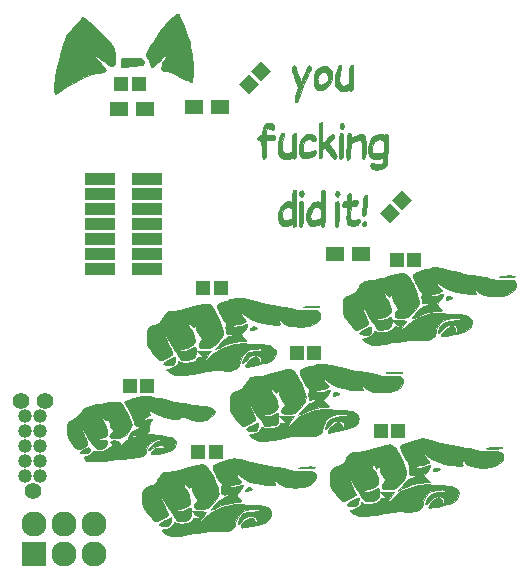
<source format=gbr>
G04 #@! TF.FileFunction,Soldermask,Bot*
%FSLAX46Y46*%
G04 Gerber Fmt 4.6, Leading zero omitted, Abs format (unit mm)*
G04 Created by KiCad (PCBNEW 4.0.5+dfsg1-4) date Sun Sep 22 15:40:00 2019*
%MOMM*%
%LPD*%
G01*
G04 APERTURE LIST*
%ADD10C,0.100000*%
%ADD11C,0.010000*%
%ADD12R,1.197560X1.197560*%
%ADD13R,2.600000X1.000000*%
%ADD14R,2.127200X2.127200*%
%ADD15O,2.127200X2.127200*%
%ADD16R,1.600000X1.300000*%
%ADD17C,1.390600*%
%ADD18C,1.187400*%
G04 APERTURE END LIST*
D10*
D11*
G36*
X46439202Y-60024537D02*
X46710669Y-60032335D01*
X47005989Y-60044426D01*
X47310749Y-60059908D01*
X47610537Y-60077884D01*
X47890939Y-60097452D01*
X48137543Y-60117714D01*
X48335936Y-60137770D01*
X48471705Y-60156719D01*
X48513167Y-60165953D01*
X48735487Y-60247393D01*
X48918917Y-60344881D01*
X49043090Y-60447125D01*
X49060703Y-60469519D01*
X49111098Y-60601914D01*
X49122771Y-60779318D01*
X49096397Y-60971799D01*
X49046012Y-61121748D01*
X48962379Y-61265872D01*
X48847322Y-61388640D01*
X48691818Y-61494206D01*
X48486846Y-61586726D01*
X48223383Y-61670354D01*
X47892407Y-61749247D01*
X47531596Y-61819232D01*
X47292033Y-61863671D01*
X47074187Y-61906640D01*
X46895110Y-61944583D01*
X46771853Y-61973941D01*
X46730952Y-61986269D01*
X46620769Y-62005742D01*
X46561082Y-61968582D01*
X46551693Y-61885969D01*
X46592401Y-61769081D01*
X46683009Y-61629099D01*
X46738476Y-61563245D01*
X46930424Y-61380437D01*
X47128881Y-61243869D01*
X47317258Y-61163099D01*
X47462768Y-61145870D01*
X47539537Y-61155512D01*
X47594670Y-61179326D01*
X47637778Y-61232085D01*
X47678470Y-61328564D01*
X47726355Y-61483534D01*
X47760541Y-61603667D01*
X47786439Y-61627380D01*
X47822923Y-61589151D01*
X47860169Y-61509206D01*
X47888352Y-61407774D01*
X47897833Y-61320989D01*
X47866207Y-61178181D01*
X47766257Y-61079887D01*
X47595918Y-61024815D01*
X47402606Y-61011000D01*
X47182091Y-61025532D01*
X47005095Y-61077136D01*
X46848681Y-61177829D01*
X46689914Y-61339624D01*
X46625378Y-61418138D01*
X46486316Y-61580056D01*
X46385361Y-61668837D01*
X46323253Y-61684215D01*
X46300728Y-61625922D01*
X46310587Y-61531921D01*
X46369316Y-61335104D01*
X46464156Y-61139115D01*
X46578529Y-60973612D01*
X46673563Y-60882650D01*
X46848816Y-60786145D01*
X47072740Y-60715391D01*
X47357891Y-60667198D01*
X47611370Y-60644467D01*
X47797412Y-60627682D01*
X47956441Y-60604918D01*
X48066099Y-60579794D01*
X48098135Y-60565665D01*
X48133203Y-60515881D01*
X48096929Y-60476490D01*
X48002048Y-60447942D01*
X47861299Y-60430684D01*
X47687419Y-60425165D01*
X47493145Y-60431835D01*
X47291215Y-60451141D01*
X47094365Y-60483533D01*
X46931050Y-60524556D01*
X46687797Y-60640725D01*
X46469354Y-60825220D01*
X46287538Y-61062705D01*
X46154164Y-61337841D01*
X46082221Y-61626407D01*
X46029911Y-61844492D01*
X45931075Y-62008638D01*
X45770151Y-62140480D01*
X45673175Y-62195115D01*
X45597379Y-62232620D01*
X45527728Y-62259928D01*
X45449811Y-62278413D01*
X45349219Y-62289448D01*
X45211540Y-62294406D01*
X45022366Y-62294661D01*
X44767285Y-62291587D01*
X44675469Y-62290217D01*
X44408568Y-62287656D01*
X44171794Y-62289660D01*
X43951000Y-62297744D01*
X43732036Y-62313424D01*
X43500753Y-62338216D01*
X43243004Y-62373636D01*
X42944638Y-62421199D01*
X42591508Y-62482422D01*
X42171282Y-62558485D01*
X41748438Y-62630639D01*
X41395559Y-62678211D01*
X41101670Y-62701470D01*
X40855797Y-62700685D01*
X40646967Y-62676124D01*
X40464205Y-62628054D01*
X40394912Y-62601881D01*
X40219164Y-62519475D01*
X40063750Y-62428316D01*
X39944227Y-62339528D01*
X39876154Y-62264240D01*
X39867670Y-62224824D01*
X39915855Y-62188448D01*
X40017480Y-62155012D01*
X40062729Y-62145832D01*
X40265885Y-62089763D01*
X40463425Y-61998035D01*
X40638781Y-61882719D01*
X40775383Y-61755881D01*
X40856659Y-61629591D01*
X40872000Y-61556408D01*
X40875846Y-61505135D01*
X40900537Y-61495271D01*
X40965805Y-61528190D01*
X41029999Y-61567410D01*
X41191955Y-61633089D01*
X41392660Y-61663148D01*
X41615434Y-61661177D01*
X41843600Y-61630764D01*
X42060478Y-61575498D01*
X42249392Y-61498969D01*
X42393661Y-61404765D01*
X42476609Y-61296475D01*
X42488416Y-61253573D01*
X42513717Y-61188387D01*
X42581298Y-61162781D01*
X42650000Y-61160170D01*
X42802465Y-61170112D01*
X42946334Y-61191064D01*
X43094500Y-61220954D01*
X42884106Y-61041894D01*
X42749261Y-60926163D01*
X42619430Y-60813166D01*
X42545440Y-60747658D01*
X42417167Y-60632482D01*
X43020417Y-60631241D01*
X43235440Y-60632285D01*
X43416636Y-60635996D01*
X43548993Y-60641846D01*
X43617498Y-60649306D01*
X43623667Y-60652505D01*
X43600020Y-60694208D01*
X43536724Y-60786882D01*
X43445244Y-60914001D01*
X43396040Y-60980588D01*
X43234702Y-61203312D01*
X43129630Y-61362792D01*
X43080828Y-61459058D01*
X43088302Y-61492137D01*
X43152056Y-61462057D01*
X43272097Y-61368848D01*
X43439663Y-61220579D01*
X43786591Y-60920229D01*
X44112234Y-60679834D01*
X44439080Y-60486877D01*
X44789617Y-60328839D01*
X45186332Y-60193201D01*
X45389612Y-60135130D01*
X45677772Y-60067247D01*
X45939799Y-60031778D01*
X46206000Y-60021930D01*
X46439202Y-60024537D01*
X46439202Y-60024537D01*
G37*
X46439202Y-60024537D02*
X46710669Y-60032335D01*
X47005989Y-60044426D01*
X47310749Y-60059908D01*
X47610537Y-60077884D01*
X47890939Y-60097452D01*
X48137543Y-60117714D01*
X48335936Y-60137770D01*
X48471705Y-60156719D01*
X48513167Y-60165953D01*
X48735487Y-60247393D01*
X48918917Y-60344881D01*
X49043090Y-60447125D01*
X49060703Y-60469519D01*
X49111098Y-60601914D01*
X49122771Y-60779318D01*
X49096397Y-60971799D01*
X49046012Y-61121748D01*
X48962379Y-61265872D01*
X48847322Y-61388640D01*
X48691818Y-61494206D01*
X48486846Y-61586726D01*
X48223383Y-61670354D01*
X47892407Y-61749247D01*
X47531596Y-61819232D01*
X47292033Y-61863671D01*
X47074187Y-61906640D01*
X46895110Y-61944583D01*
X46771853Y-61973941D01*
X46730952Y-61986269D01*
X46620769Y-62005742D01*
X46561082Y-61968582D01*
X46551693Y-61885969D01*
X46592401Y-61769081D01*
X46683009Y-61629099D01*
X46738476Y-61563245D01*
X46930424Y-61380437D01*
X47128881Y-61243869D01*
X47317258Y-61163099D01*
X47462768Y-61145870D01*
X47539537Y-61155512D01*
X47594670Y-61179326D01*
X47637778Y-61232085D01*
X47678470Y-61328564D01*
X47726355Y-61483534D01*
X47760541Y-61603667D01*
X47786439Y-61627380D01*
X47822923Y-61589151D01*
X47860169Y-61509206D01*
X47888352Y-61407774D01*
X47897833Y-61320989D01*
X47866207Y-61178181D01*
X47766257Y-61079887D01*
X47595918Y-61024815D01*
X47402606Y-61011000D01*
X47182091Y-61025532D01*
X47005095Y-61077136D01*
X46848681Y-61177829D01*
X46689914Y-61339624D01*
X46625378Y-61418138D01*
X46486316Y-61580056D01*
X46385361Y-61668837D01*
X46323253Y-61684215D01*
X46300728Y-61625922D01*
X46310587Y-61531921D01*
X46369316Y-61335104D01*
X46464156Y-61139115D01*
X46578529Y-60973612D01*
X46673563Y-60882650D01*
X46848816Y-60786145D01*
X47072740Y-60715391D01*
X47357891Y-60667198D01*
X47611370Y-60644467D01*
X47797412Y-60627682D01*
X47956441Y-60604918D01*
X48066099Y-60579794D01*
X48098135Y-60565665D01*
X48133203Y-60515881D01*
X48096929Y-60476490D01*
X48002048Y-60447942D01*
X47861299Y-60430684D01*
X47687419Y-60425165D01*
X47493145Y-60431835D01*
X47291215Y-60451141D01*
X47094365Y-60483533D01*
X46931050Y-60524556D01*
X46687797Y-60640725D01*
X46469354Y-60825220D01*
X46287538Y-61062705D01*
X46154164Y-61337841D01*
X46082221Y-61626407D01*
X46029911Y-61844492D01*
X45931075Y-62008638D01*
X45770151Y-62140480D01*
X45673175Y-62195115D01*
X45597379Y-62232620D01*
X45527728Y-62259928D01*
X45449811Y-62278413D01*
X45349219Y-62289448D01*
X45211540Y-62294406D01*
X45022366Y-62294661D01*
X44767285Y-62291587D01*
X44675469Y-62290217D01*
X44408568Y-62287656D01*
X44171794Y-62289660D01*
X43951000Y-62297744D01*
X43732036Y-62313424D01*
X43500753Y-62338216D01*
X43243004Y-62373636D01*
X42944638Y-62421199D01*
X42591508Y-62482422D01*
X42171282Y-62558485D01*
X41748438Y-62630639D01*
X41395559Y-62678211D01*
X41101670Y-62701470D01*
X40855797Y-62700685D01*
X40646967Y-62676124D01*
X40464205Y-62628054D01*
X40394912Y-62601881D01*
X40219164Y-62519475D01*
X40063750Y-62428316D01*
X39944227Y-62339528D01*
X39876154Y-62264240D01*
X39867670Y-62224824D01*
X39915855Y-62188448D01*
X40017480Y-62155012D01*
X40062729Y-62145832D01*
X40265885Y-62089763D01*
X40463425Y-61998035D01*
X40638781Y-61882719D01*
X40775383Y-61755881D01*
X40856659Y-61629591D01*
X40872000Y-61556408D01*
X40875846Y-61505135D01*
X40900537Y-61495271D01*
X40965805Y-61528190D01*
X41029999Y-61567410D01*
X41191955Y-61633089D01*
X41392660Y-61663148D01*
X41615434Y-61661177D01*
X41843600Y-61630764D01*
X42060478Y-61575498D01*
X42249392Y-61498969D01*
X42393661Y-61404765D01*
X42476609Y-61296475D01*
X42488416Y-61253573D01*
X42513717Y-61188387D01*
X42581298Y-61162781D01*
X42650000Y-61160170D01*
X42802465Y-61170112D01*
X42946334Y-61191064D01*
X43094500Y-61220954D01*
X42884106Y-61041894D01*
X42749261Y-60926163D01*
X42619430Y-60813166D01*
X42545440Y-60747658D01*
X42417167Y-60632482D01*
X43020417Y-60631241D01*
X43235440Y-60632285D01*
X43416636Y-60635996D01*
X43548993Y-60641846D01*
X43617498Y-60649306D01*
X43623667Y-60652505D01*
X43600020Y-60694208D01*
X43536724Y-60786882D01*
X43445244Y-60914001D01*
X43396040Y-60980588D01*
X43234702Y-61203312D01*
X43129630Y-61362792D01*
X43080828Y-61459058D01*
X43088302Y-61492137D01*
X43152056Y-61462057D01*
X43272097Y-61368848D01*
X43439663Y-61220579D01*
X43786591Y-60920229D01*
X44112234Y-60679834D01*
X44439080Y-60486877D01*
X44789617Y-60328839D01*
X45186332Y-60193201D01*
X45389612Y-60135130D01*
X45677772Y-60067247D01*
X45939799Y-60031778D01*
X46206000Y-60021930D01*
X46439202Y-60024537D01*
G36*
X40612992Y-61176466D02*
X40613608Y-61277456D01*
X40604538Y-61419362D01*
X40604141Y-61423750D01*
X40566698Y-61636084D01*
X40493941Y-61782406D01*
X40377551Y-61867565D01*
X40209212Y-61896407D01*
X39980604Y-61873780D01*
X39870311Y-61851379D01*
X39719371Y-61805300D01*
X39641237Y-61749192D01*
X39637477Y-61680424D01*
X39709657Y-61596368D01*
X39859345Y-61494395D01*
X40088108Y-61371874D01*
X40183922Y-61325191D01*
X40349872Y-61247034D01*
X40486636Y-61184884D01*
X40576792Y-61146526D01*
X40602793Y-61138000D01*
X40612992Y-61176466D01*
X40612992Y-61176466D01*
G37*
X40612992Y-61176466D02*
X40613608Y-61277456D01*
X40604538Y-61419362D01*
X40604141Y-61423750D01*
X40566698Y-61636084D01*
X40493941Y-61782406D01*
X40377551Y-61867565D01*
X40209212Y-61896407D01*
X39980604Y-61873780D01*
X39870311Y-61851379D01*
X39719371Y-61805300D01*
X39641237Y-61749192D01*
X39637477Y-61680424D01*
X39709657Y-61596368D01*
X39859345Y-61494395D01*
X40088108Y-61371874D01*
X40183922Y-61325191D01*
X40349872Y-61247034D01*
X40486636Y-61184884D01*
X40576792Y-61146526D01*
X40602793Y-61138000D01*
X40612992Y-61176466D01*
G36*
X43388618Y-56637244D02*
X43473109Y-56668787D01*
X43548438Y-56718294D01*
X43623632Y-56785098D01*
X43674831Y-56835596D01*
X43805640Y-56994509D01*
X43950610Y-57217699D01*
X44101371Y-57487830D01*
X44249557Y-57787565D01*
X44386800Y-58099567D01*
X44504731Y-58406498D01*
X44594985Y-58691023D01*
X44622476Y-58799030D01*
X44656217Y-58970404D01*
X44662607Y-59094396D01*
X44642630Y-59203412D01*
X44635445Y-59226614D01*
X44555172Y-59403224D01*
X44428331Y-59602182D01*
X44269423Y-59807443D01*
X44092949Y-60002964D01*
X43913412Y-60172702D01*
X43745312Y-60300614D01*
X43603152Y-60370656D01*
X43600715Y-60371345D01*
X43451772Y-60398373D01*
X43261928Y-60413407D01*
X43060478Y-60416258D01*
X42876718Y-60406736D01*
X42739940Y-60384653D01*
X42716256Y-60377048D01*
X42648588Y-60340175D01*
X42616674Y-60279327D01*
X42607799Y-60166750D01*
X42607667Y-60140033D01*
X42618520Y-60001322D01*
X42662336Y-59903948D01*
X42734667Y-59825667D01*
X42815022Y-59737607D01*
X42858906Y-59664238D01*
X42861667Y-59649797D01*
X42838206Y-59587027D01*
X42777294Y-59482108D01*
X42708579Y-59381031D01*
X42569474Y-59168771D01*
X42469772Y-58974723D01*
X42415950Y-58813644D01*
X42412610Y-58706916D01*
X42406130Y-58595137D01*
X42373894Y-58530762D01*
X42327344Y-58479655D01*
X42288006Y-58484619D01*
X42226305Y-58550392D01*
X42222379Y-58555034D01*
X42133480Y-58660235D01*
X42006634Y-58502118D01*
X41892236Y-58384003D01*
X41802848Y-58345613D01*
X41739322Y-58387161D01*
X41731964Y-58464753D01*
X41761991Y-58575825D01*
X41815826Y-58686250D01*
X41879892Y-58761897D01*
X41891252Y-58769074D01*
X41981077Y-58855772D01*
X42071270Y-59013325D01*
X42155062Y-59228225D01*
X42202257Y-59389817D01*
X42254247Y-59636814D01*
X42264061Y-59824876D01*
X42231210Y-59968764D01*
X42180157Y-60054194D01*
X42045942Y-60174770D01*
X41852183Y-60284362D01*
X41623998Y-60371166D01*
X41397814Y-60421829D01*
X41196578Y-60458917D01*
X41039649Y-60504860D01*
X40941286Y-60554568D01*
X40914334Y-60594462D01*
X40952842Y-60614075D01*
X41053930Y-60625452D01*
X41195940Y-60628882D01*
X41357216Y-60624658D01*
X41516101Y-60613072D01*
X41650938Y-60594414D01*
X41697500Y-60583923D01*
X41846571Y-60528048D01*
X41997496Y-60448612D01*
X42022587Y-60432311D01*
X42151240Y-60354891D01*
X42239308Y-60333092D01*
X42293933Y-60373628D01*
X42322253Y-60483214D01*
X42331410Y-60668562D01*
X42331556Y-60722852D01*
X42327811Y-60911523D01*
X42315166Y-61036684D01*
X42289745Y-61119343D01*
X42247674Y-61180508D01*
X42246989Y-61181267D01*
X42129555Y-61284468D01*
X41984871Y-61355232D01*
X41794553Y-61399738D01*
X41540212Y-61424167D01*
X41521357Y-61425190D01*
X41133085Y-61445499D01*
X41019233Y-61217666D01*
X40923268Y-61049012D01*
X40806833Y-60875508D01*
X40748201Y-60799334D01*
X40516964Y-60492985D01*
X40279352Y-60130076D01*
X40073783Y-59775980D01*
X39981790Y-59614545D01*
X39893721Y-59471279D01*
X39824940Y-59370861D01*
X39810247Y-59352646D01*
X39724525Y-59254167D01*
X39751416Y-59360000D01*
X39778778Y-59437599D01*
X39834225Y-59573610D01*
X39910032Y-59749722D01*
X39998471Y-59947627D01*
X40010417Y-59973834D01*
X40143404Y-60267196D01*
X40243045Y-60493114D01*
X40312741Y-60660419D01*
X40355893Y-60777942D01*
X40375901Y-60854516D01*
X40376166Y-60898973D01*
X40371058Y-60910413D01*
X40296140Y-60979395D01*
X40162199Y-61067140D01*
X39989796Y-61163526D01*
X39799496Y-61258431D01*
X39611862Y-61341736D01*
X39447459Y-61403319D01*
X39326848Y-61433059D01*
X39306563Y-61434334D01*
X39242575Y-61404654D01*
X39143311Y-61326120D01*
X39028212Y-61214488D01*
X39006231Y-61190917D01*
X38813855Y-60970425D01*
X38633286Y-60743579D01*
X38474964Y-60525183D01*
X38349330Y-60330041D01*
X38266825Y-60172955D01*
X38244245Y-60110531D01*
X38225085Y-59989173D01*
X38212986Y-59806101D01*
X38209035Y-59584053D01*
X38211483Y-59424915D01*
X38226754Y-59135594D01*
X38260365Y-58916861D01*
X38322476Y-58755032D01*
X38423248Y-58636427D01*
X38572842Y-58547360D01*
X38781419Y-58474150D01*
X38950890Y-58429215D01*
X39089528Y-58383382D01*
X39208040Y-58312997D01*
X39319801Y-58204996D01*
X39438188Y-58046314D01*
X39576575Y-57823884D01*
X39584707Y-57810096D01*
X39689670Y-57640556D01*
X39789298Y-57495086D01*
X39870614Y-57391815D01*
X39912001Y-57352821D01*
X39990091Y-57325754D01*
X40131511Y-57296438D01*
X40315143Y-57268664D01*
X40491000Y-57248878D01*
X40741532Y-57218157D01*
X41007866Y-57170538D01*
X41309210Y-57101954D01*
X41664774Y-57008338D01*
X41782167Y-56975533D01*
X42183615Y-56862631D01*
X42512696Y-56772366D01*
X42778439Y-56704072D01*
X42989874Y-56657080D01*
X43156029Y-56630723D01*
X43285934Y-56624334D01*
X43388618Y-56637244D01*
X43388618Y-56637244D01*
G37*
X43388618Y-56637244D02*
X43473109Y-56668787D01*
X43548438Y-56718294D01*
X43623632Y-56785098D01*
X43674831Y-56835596D01*
X43805640Y-56994509D01*
X43950610Y-57217699D01*
X44101371Y-57487830D01*
X44249557Y-57787565D01*
X44386800Y-58099567D01*
X44504731Y-58406498D01*
X44594985Y-58691023D01*
X44622476Y-58799030D01*
X44656217Y-58970404D01*
X44662607Y-59094396D01*
X44642630Y-59203412D01*
X44635445Y-59226614D01*
X44555172Y-59403224D01*
X44428331Y-59602182D01*
X44269423Y-59807443D01*
X44092949Y-60002964D01*
X43913412Y-60172702D01*
X43745312Y-60300614D01*
X43603152Y-60370656D01*
X43600715Y-60371345D01*
X43451772Y-60398373D01*
X43261928Y-60413407D01*
X43060478Y-60416258D01*
X42876718Y-60406736D01*
X42739940Y-60384653D01*
X42716256Y-60377048D01*
X42648588Y-60340175D01*
X42616674Y-60279327D01*
X42607799Y-60166750D01*
X42607667Y-60140033D01*
X42618520Y-60001322D01*
X42662336Y-59903948D01*
X42734667Y-59825667D01*
X42815022Y-59737607D01*
X42858906Y-59664238D01*
X42861667Y-59649797D01*
X42838206Y-59587027D01*
X42777294Y-59482108D01*
X42708579Y-59381031D01*
X42569474Y-59168771D01*
X42469772Y-58974723D01*
X42415950Y-58813644D01*
X42412610Y-58706916D01*
X42406130Y-58595137D01*
X42373894Y-58530762D01*
X42327344Y-58479655D01*
X42288006Y-58484619D01*
X42226305Y-58550392D01*
X42222379Y-58555034D01*
X42133480Y-58660235D01*
X42006634Y-58502118D01*
X41892236Y-58384003D01*
X41802848Y-58345613D01*
X41739322Y-58387161D01*
X41731964Y-58464753D01*
X41761991Y-58575825D01*
X41815826Y-58686250D01*
X41879892Y-58761897D01*
X41891252Y-58769074D01*
X41981077Y-58855772D01*
X42071270Y-59013325D01*
X42155062Y-59228225D01*
X42202257Y-59389817D01*
X42254247Y-59636814D01*
X42264061Y-59824876D01*
X42231210Y-59968764D01*
X42180157Y-60054194D01*
X42045942Y-60174770D01*
X41852183Y-60284362D01*
X41623998Y-60371166D01*
X41397814Y-60421829D01*
X41196578Y-60458917D01*
X41039649Y-60504860D01*
X40941286Y-60554568D01*
X40914334Y-60594462D01*
X40952842Y-60614075D01*
X41053930Y-60625452D01*
X41195940Y-60628882D01*
X41357216Y-60624658D01*
X41516101Y-60613072D01*
X41650938Y-60594414D01*
X41697500Y-60583923D01*
X41846571Y-60528048D01*
X41997496Y-60448612D01*
X42022587Y-60432311D01*
X42151240Y-60354891D01*
X42239308Y-60333092D01*
X42293933Y-60373628D01*
X42322253Y-60483214D01*
X42331410Y-60668562D01*
X42331556Y-60722852D01*
X42327811Y-60911523D01*
X42315166Y-61036684D01*
X42289745Y-61119343D01*
X42247674Y-61180508D01*
X42246989Y-61181267D01*
X42129555Y-61284468D01*
X41984871Y-61355232D01*
X41794553Y-61399738D01*
X41540212Y-61424167D01*
X41521357Y-61425190D01*
X41133085Y-61445499D01*
X41019233Y-61217666D01*
X40923268Y-61049012D01*
X40806833Y-60875508D01*
X40748201Y-60799334D01*
X40516964Y-60492985D01*
X40279352Y-60130076D01*
X40073783Y-59775980D01*
X39981790Y-59614545D01*
X39893721Y-59471279D01*
X39824940Y-59370861D01*
X39810247Y-59352646D01*
X39724525Y-59254167D01*
X39751416Y-59360000D01*
X39778778Y-59437599D01*
X39834225Y-59573610D01*
X39910032Y-59749722D01*
X39998471Y-59947627D01*
X40010417Y-59973834D01*
X40143404Y-60267196D01*
X40243045Y-60493114D01*
X40312741Y-60660419D01*
X40355893Y-60777942D01*
X40375901Y-60854516D01*
X40376166Y-60898973D01*
X40371058Y-60910413D01*
X40296140Y-60979395D01*
X40162199Y-61067140D01*
X39989796Y-61163526D01*
X39799496Y-61258431D01*
X39611862Y-61341736D01*
X39447459Y-61403319D01*
X39326848Y-61433059D01*
X39306563Y-61434334D01*
X39242575Y-61404654D01*
X39143311Y-61326120D01*
X39028212Y-61214488D01*
X39006231Y-61190917D01*
X38813855Y-60970425D01*
X38633286Y-60743579D01*
X38474964Y-60525183D01*
X38349330Y-60330041D01*
X38266825Y-60172955D01*
X38244245Y-60110531D01*
X38225085Y-59989173D01*
X38212986Y-59806101D01*
X38209035Y-59584053D01*
X38211483Y-59424915D01*
X38226754Y-59135594D01*
X38260365Y-58916861D01*
X38322476Y-58755032D01*
X38423248Y-58636427D01*
X38572842Y-58547360D01*
X38781419Y-58474150D01*
X38950890Y-58429215D01*
X39089528Y-58383382D01*
X39208040Y-58312997D01*
X39319801Y-58204996D01*
X39438188Y-58046314D01*
X39576575Y-57823884D01*
X39584707Y-57810096D01*
X39689670Y-57640556D01*
X39789298Y-57495086D01*
X39870614Y-57391815D01*
X39912001Y-57352821D01*
X39990091Y-57325754D01*
X40131511Y-57296438D01*
X40315143Y-57268664D01*
X40491000Y-57248878D01*
X40741532Y-57218157D01*
X41007866Y-57170538D01*
X41309210Y-57101954D01*
X41664774Y-57008338D01*
X41782167Y-56975533D01*
X42183615Y-56862631D01*
X42512696Y-56772366D01*
X42778439Y-56704072D01*
X42989874Y-56657080D01*
X43156029Y-56630723D01*
X43285934Y-56624334D01*
X43388618Y-56637244D01*
G36*
X62409678Y-58343911D02*
X62743261Y-58368378D01*
X62843000Y-58378087D01*
X63086328Y-58399160D01*
X63345375Y-58415874D01*
X63581867Y-58425996D01*
X63698166Y-58427978D01*
X64093894Y-58449802D01*
X64428970Y-58512729D01*
X64698367Y-58615325D01*
X64897056Y-58756156D01*
X64915718Y-58775352D01*
X64973202Y-58866780D01*
X64998774Y-58996763D01*
X65002000Y-59094502D01*
X64965757Y-59360732D01*
X64856552Y-59585336D01*
X64673676Y-59769206D01*
X64416417Y-59913232D01*
X64318510Y-59950966D01*
X64197661Y-59986054D01*
X64006121Y-60032435D01*
X63756706Y-60087435D01*
X63462230Y-60148381D01*
X63135511Y-60212599D01*
X62789363Y-60277416D01*
X62536084Y-60322816D01*
X62450962Y-60326450D01*
X62421282Y-60286564D01*
X62419667Y-60260157D01*
X62454765Y-60140544D01*
X62549003Y-59997668D01*
X62685794Y-59846132D01*
X62848551Y-59700543D01*
X63020687Y-59575503D01*
X63185615Y-59485618D01*
X63326750Y-59445493D01*
X63345825Y-59444667D01*
X63444599Y-59483632D01*
X63534270Y-59587371D01*
X63600586Y-59736146D01*
X63621340Y-59826191D01*
X63650794Y-59938764D01*
X63688099Y-59967743D01*
X63730794Y-59913571D01*
X63770348Y-59799368D01*
X63785600Y-59622397D01*
X63728841Y-59482172D01*
X63606657Y-59383956D01*
X63425634Y-59333014D01*
X63192357Y-59334610D01*
X63189361Y-59334958D01*
X62991731Y-59370693D01*
X62835668Y-59434723D01*
X62696073Y-59542251D01*
X62547843Y-59708477D01*
X62524946Y-59737331D01*
X62383254Y-59904836D01*
X62278618Y-60000422D01*
X62212361Y-60023822D01*
X62185809Y-59974767D01*
X62200285Y-59852990D01*
X62213284Y-59800527D01*
X62327291Y-59513582D01*
X62497569Y-59288701D01*
X62722380Y-59127781D01*
X62894415Y-59059129D01*
X62994582Y-59038394D01*
X63154425Y-59015655D01*
X63349115Y-58994133D01*
X63492493Y-58981543D01*
X63750032Y-58955155D01*
X63923555Y-58922592D01*
X64013498Y-58883699D01*
X64020297Y-58838325D01*
X63985646Y-58808552D01*
X63904866Y-58786343D01*
X63762489Y-58773312D01*
X63581068Y-58769313D01*
X63383159Y-58774200D01*
X63191314Y-58787829D01*
X63028090Y-58810054D01*
X63003834Y-58814883D01*
X62840790Y-58858224D01*
X62684652Y-58913568D01*
X62627325Y-58939389D01*
X62427218Y-59082393D01*
X62247005Y-59289995D01*
X62099158Y-59542451D01*
X61996149Y-59820018D01*
X61960398Y-59995132D01*
X61916007Y-60193945D01*
X61835357Y-60339817D01*
X61702006Y-60453218D01*
X61517050Y-60547155D01*
X61437835Y-60579046D01*
X61359203Y-60603408D01*
X61269364Y-60620960D01*
X61156527Y-60632416D01*
X61008903Y-60638493D01*
X60814701Y-60639908D01*
X60562132Y-60637378D01*
X60239405Y-60631618D01*
X60154834Y-60629928D01*
X59978187Y-60628307D01*
X59809132Y-60631868D01*
X59636032Y-60642080D01*
X59447253Y-60660411D01*
X59231157Y-60688328D01*
X58976110Y-60727301D01*
X58670474Y-60778796D01*
X58302615Y-60844282D01*
X57961615Y-60906642D01*
X57594931Y-60971142D01*
X57296572Y-61015529D01*
X57052723Y-61040223D01*
X56849570Y-61045648D01*
X56673300Y-61032227D01*
X56510099Y-61000383D01*
X56360897Y-60955612D01*
X56173863Y-60880070D01*
X56005147Y-60790758D01*
X55871651Y-60698775D01*
X55790278Y-60615222D01*
X55773334Y-60569756D01*
X55811968Y-60526873D01*
X55913136Y-60492348D01*
X55946552Y-60486123D01*
X56134158Y-60435749D01*
X56323077Y-60350645D01*
X56495954Y-60242930D01*
X56635437Y-60124724D01*
X56724173Y-60008144D01*
X56747000Y-59927115D01*
X56750124Y-59857020D01*
X56771758Y-59833158D01*
X56830301Y-59854462D01*
X56937693Y-59916056D01*
X57022821Y-59959902D01*
X57109809Y-59984621D01*
X57222962Y-59993359D01*
X57386586Y-59989264D01*
X57469200Y-59984876D01*
X57686061Y-59966661D01*
X57851418Y-59935866D01*
X57998291Y-59884881D01*
X58091004Y-59841570D01*
X58247944Y-59749779D01*
X58334567Y-59668127D01*
X58348655Y-59635167D01*
X58394675Y-59528760D01*
X58492097Y-59480964D01*
X58648620Y-59488243D01*
X58662837Y-59490887D01*
X58819273Y-59517987D01*
X58899142Y-59520522D01*
X58908023Y-59494440D01*
X58851493Y-59435689D01*
X58799229Y-59391805D01*
X58662279Y-59276583D01*
X58522465Y-59153947D01*
X58482667Y-59117784D01*
X58334500Y-58981291D01*
X58938522Y-58980146D01*
X59542544Y-58979000D01*
X59314485Y-59278336D01*
X59154581Y-59495906D01*
X59048085Y-59657602D01*
X58994952Y-59761761D01*
X58995137Y-59806719D01*
X59048594Y-59790813D01*
X59155278Y-59712379D01*
X59315142Y-59569753D01*
X59322290Y-59563021D01*
X59725273Y-59215346D01*
X60128561Y-58937905D01*
X60553493Y-58718921D01*
X61021404Y-58546613D01*
X61308600Y-58466514D01*
X61601229Y-58399776D01*
X61864836Y-58358101D01*
X62125594Y-58339983D01*
X62409678Y-58343911D01*
X62409678Y-58343911D01*
G37*
X62409678Y-58343911D02*
X62743261Y-58368378D01*
X62843000Y-58378087D01*
X63086328Y-58399160D01*
X63345375Y-58415874D01*
X63581867Y-58425996D01*
X63698166Y-58427978D01*
X64093894Y-58449802D01*
X64428970Y-58512729D01*
X64698367Y-58615325D01*
X64897056Y-58756156D01*
X64915718Y-58775352D01*
X64973202Y-58866780D01*
X64998774Y-58996763D01*
X65002000Y-59094502D01*
X64965757Y-59360732D01*
X64856552Y-59585336D01*
X64673676Y-59769206D01*
X64416417Y-59913232D01*
X64318510Y-59950966D01*
X64197661Y-59986054D01*
X64006121Y-60032435D01*
X63756706Y-60087435D01*
X63462230Y-60148381D01*
X63135511Y-60212599D01*
X62789363Y-60277416D01*
X62536084Y-60322816D01*
X62450962Y-60326450D01*
X62421282Y-60286564D01*
X62419667Y-60260157D01*
X62454765Y-60140544D01*
X62549003Y-59997668D01*
X62685794Y-59846132D01*
X62848551Y-59700543D01*
X63020687Y-59575503D01*
X63185615Y-59485618D01*
X63326750Y-59445493D01*
X63345825Y-59444667D01*
X63444599Y-59483632D01*
X63534270Y-59587371D01*
X63600586Y-59736146D01*
X63621340Y-59826191D01*
X63650794Y-59938764D01*
X63688099Y-59967743D01*
X63730794Y-59913571D01*
X63770348Y-59799368D01*
X63785600Y-59622397D01*
X63728841Y-59482172D01*
X63606657Y-59383956D01*
X63425634Y-59333014D01*
X63192357Y-59334610D01*
X63189361Y-59334958D01*
X62991731Y-59370693D01*
X62835668Y-59434723D01*
X62696073Y-59542251D01*
X62547843Y-59708477D01*
X62524946Y-59737331D01*
X62383254Y-59904836D01*
X62278618Y-60000422D01*
X62212361Y-60023822D01*
X62185809Y-59974767D01*
X62200285Y-59852990D01*
X62213284Y-59800527D01*
X62327291Y-59513582D01*
X62497569Y-59288701D01*
X62722380Y-59127781D01*
X62894415Y-59059129D01*
X62994582Y-59038394D01*
X63154425Y-59015655D01*
X63349115Y-58994133D01*
X63492493Y-58981543D01*
X63750032Y-58955155D01*
X63923555Y-58922592D01*
X64013498Y-58883699D01*
X64020297Y-58838325D01*
X63985646Y-58808552D01*
X63904866Y-58786343D01*
X63762489Y-58773312D01*
X63581068Y-58769313D01*
X63383159Y-58774200D01*
X63191314Y-58787829D01*
X63028090Y-58810054D01*
X63003834Y-58814883D01*
X62840790Y-58858224D01*
X62684652Y-58913568D01*
X62627325Y-58939389D01*
X62427218Y-59082393D01*
X62247005Y-59289995D01*
X62099158Y-59542451D01*
X61996149Y-59820018D01*
X61960398Y-59995132D01*
X61916007Y-60193945D01*
X61835357Y-60339817D01*
X61702006Y-60453218D01*
X61517050Y-60547155D01*
X61437835Y-60579046D01*
X61359203Y-60603408D01*
X61269364Y-60620960D01*
X61156527Y-60632416D01*
X61008903Y-60638493D01*
X60814701Y-60639908D01*
X60562132Y-60637378D01*
X60239405Y-60631618D01*
X60154834Y-60629928D01*
X59978187Y-60628307D01*
X59809132Y-60631868D01*
X59636032Y-60642080D01*
X59447253Y-60660411D01*
X59231157Y-60688328D01*
X58976110Y-60727301D01*
X58670474Y-60778796D01*
X58302615Y-60844282D01*
X57961615Y-60906642D01*
X57594931Y-60971142D01*
X57296572Y-61015529D01*
X57052723Y-61040223D01*
X56849570Y-61045648D01*
X56673300Y-61032227D01*
X56510099Y-61000383D01*
X56360897Y-60955612D01*
X56173863Y-60880070D01*
X56005147Y-60790758D01*
X55871651Y-60698775D01*
X55790278Y-60615222D01*
X55773334Y-60569756D01*
X55811968Y-60526873D01*
X55913136Y-60492348D01*
X55946552Y-60486123D01*
X56134158Y-60435749D01*
X56323077Y-60350645D01*
X56495954Y-60242930D01*
X56635437Y-60124724D01*
X56724173Y-60008144D01*
X56747000Y-59927115D01*
X56750124Y-59857020D01*
X56771758Y-59833158D01*
X56830301Y-59854462D01*
X56937693Y-59916056D01*
X57022821Y-59959902D01*
X57109809Y-59984621D01*
X57222962Y-59993359D01*
X57386586Y-59989264D01*
X57469200Y-59984876D01*
X57686061Y-59966661D01*
X57851418Y-59935866D01*
X57998291Y-59884881D01*
X58091004Y-59841570D01*
X58247944Y-59749779D01*
X58334567Y-59668127D01*
X58348655Y-59635167D01*
X58394675Y-59528760D01*
X58492097Y-59480964D01*
X58648620Y-59488243D01*
X58662837Y-59490887D01*
X58819273Y-59517987D01*
X58899142Y-59520522D01*
X58908023Y-59494440D01*
X58851493Y-59435689D01*
X58799229Y-59391805D01*
X58662279Y-59276583D01*
X58522465Y-59153947D01*
X58482667Y-59117784D01*
X58334500Y-58981291D01*
X58938522Y-58980146D01*
X59542544Y-58979000D01*
X59314485Y-59278336D01*
X59154581Y-59495906D01*
X59048085Y-59657602D01*
X58994952Y-59761761D01*
X58995137Y-59806719D01*
X59048594Y-59790813D01*
X59155278Y-59712379D01*
X59315142Y-59569753D01*
X59322290Y-59563021D01*
X59725273Y-59215346D01*
X60128561Y-58937905D01*
X60553493Y-58718921D01*
X61021404Y-58546613D01*
X61308600Y-58466514D01*
X61601229Y-58399776D01*
X61864836Y-58358101D01*
X62125594Y-58339983D01*
X62409678Y-58343911D01*
G36*
X46141688Y-56153485D02*
X46325240Y-56183649D01*
X46555177Y-56229726D01*
X46813921Y-56288284D01*
X46991580Y-56332010D01*
X47383448Y-56428597D01*
X47794059Y-56524342D01*
X48208508Y-56616174D01*
X48611888Y-56701023D01*
X48989294Y-56775819D01*
X49325820Y-56837493D01*
X49606561Y-56882973D01*
X49771583Y-56904614D01*
X49987101Y-56936357D01*
X50243276Y-56985996D01*
X50500208Y-57045382D01*
X50629834Y-57079938D01*
X50812641Y-57130681D01*
X50957535Y-57165786D01*
X51086785Y-57187446D01*
X51222661Y-57197852D01*
X51387430Y-57199198D01*
X51603363Y-57193676D01*
X51737790Y-57189013D01*
X52075588Y-57181320D01*
X52338986Y-57187256D01*
X52537586Y-57209857D01*
X52680989Y-57252163D01*
X52778798Y-57317212D01*
X52840613Y-57408043D01*
X52876036Y-57527694D01*
X52880021Y-57550483D01*
X52888799Y-57732039D01*
X52843057Y-57889539D01*
X52733405Y-58050612D01*
X52695195Y-58094356D01*
X52460564Y-58292649D01*
X52160151Y-58443992D01*
X51799928Y-58546376D01*
X51385869Y-58597789D01*
X51181255Y-58603767D01*
X50749221Y-58583973D01*
X50367895Y-58524110D01*
X50044561Y-58426251D01*
X49786502Y-58292471D01*
X49633825Y-58163021D01*
X49519774Y-58059365D01*
X49436794Y-58025991D01*
X49389846Y-58063637D01*
X49381000Y-58125412D01*
X49404449Y-58215761D01*
X49443006Y-58286686D01*
X49481825Y-58360364D01*
X49464193Y-58403863D01*
X49380445Y-58424245D01*
X49248605Y-58428667D01*
X48761739Y-58405750D01*
X48275895Y-58339870D01*
X47805611Y-58235333D01*
X47365424Y-58096448D01*
X46969874Y-57927520D01*
X46633497Y-57732857D01*
X46464097Y-57603763D01*
X46324557Y-57493724D01*
X46237344Y-57448256D01*
X46204702Y-57457100D01*
X46190085Y-57559273D01*
X46253982Y-57691799D01*
X46396537Y-57854972D01*
X46403674Y-57861942D01*
X46501890Y-57968276D01*
X46568423Y-58061128D01*
X46587000Y-58109551D01*
X46557462Y-58168648D01*
X46464741Y-58224501D01*
X46302682Y-58279478D01*
X46065128Y-58335948D01*
X45926935Y-58363433D01*
X45709263Y-58407454D01*
X45564928Y-58444465D01*
X45483374Y-58478887D01*
X45454048Y-58515140D01*
X45465738Y-58556591D01*
X45527435Y-58584709D01*
X45652478Y-58593053D01*
X45822316Y-58583339D01*
X46018401Y-58557285D01*
X46222185Y-58516606D01*
X46390008Y-58471060D01*
X46534821Y-58429480D01*
X46645601Y-58404615D01*
X46700284Y-58401329D01*
X46701771Y-58402326D01*
X46701327Y-58456680D01*
X46658468Y-58559481D01*
X46583457Y-58692894D01*
X46486561Y-58839085D01*
X46378042Y-58980219D01*
X46350963Y-59011865D01*
X46258467Y-59118098D01*
X46205808Y-59195288D01*
X46196304Y-59262080D01*
X46233275Y-59337120D01*
X46320039Y-59439053D01*
X46451725Y-59577903D01*
X46539408Y-59672264D01*
X46584980Y-59737057D01*
X46580247Y-59779370D01*
X46517015Y-59806291D01*
X46387090Y-59824910D01*
X46182277Y-59842316D01*
X46142500Y-59845424D01*
X45677286Y-59899079D01*
X45260670Y-59987711D01*
X44860747Y-60120071D01*
X44445612Y-60304914D01*
X44418263Y-60318494D01*
X44258175Y-60397244D01*
X44127673Y-60459241D01*
X44044370Y-60496235D01*
X44024279Y-60503000D01*
X44025643Y-60474431D01*
X44055183Y-60424705D01*
X44167272Y-60279263D01*
X44314433Y-60106147D01*
X44475609Y-59928494D01*
X44629741Y-59769439D01*
X44755772Y-59652120D01*
X44766520Y-59643162D01*
X44916643Y-59541616D01*
X45099873Y-59446924D01*
X45218399Y-59399927D01*
X45392309Y-59331787D01*
X45511804Y-59263648D01*
X45566838Y-59202485D01*
X45558295Y-59163851D01*
X45506529Y-59157381D01*
X45397776Y-59166006D01*
X45287680Y-59182488D01*
X45118486Y-59203254D01*
X45010412Y-59184025D01*
X44944296Y-59111700D01*
X44900976Y-58973181D01*
X44888162Y-58909351D01*
X44869059Y-58706909D01*
X44887357Y-58529853D01*
X44940239Y-58404180D01*
X44943336Y-58400214D01*
X44942474Y-58342717D01*
X44876289Y-58244262D01*
X44796841Y-58156071D01*
X44678112Y-58010674D01*
X44557682Y-57826039D01*
X44442037Y-57617187D01*
X44337659Y-57399140D01*
X44251034Y-57186920D01*
X44188646Y-56995549D01*
X44156977Y-56840050D01*
X44162514Y-56735444D01*
X44174298Y-56713807D01*
X44253485Y-56656942D01*
X44399594Y-56587079D01*
X44596796Y-56509113D01*
X44829260Y-56427936D01*
X45081153Y-56348442D01*
X45336645Y-56275524D01*
X45579905Y-56214076D01*
X45795101Y-56168990D01*
X45966402Y-56145160D01*
X46022101Y-56142667D01*
X46141688Y-56153485D01*
X46141688Y-56153485D01*
G37*
X46141688Y-56153485D02*
X46325240Y-56183649D01*
X46555177Y-56229726D01*
X46813921Y-56288284D01*
X46991580Y-56332010D01*
X47383448Y-56428597D01*
X47794059Y-56524342D01*
X48208508Y-56616174D01*
X48611888Y-56701023D01*
X48989294Y-56775819D01*
X49325820Y-56837493D01*
X49606561Y-56882973D01*
X49771583Y-56904614D01*
X49987101Y-56936357D01*
X50243276Y-56985996D01*
X50500208Y-57045382D01*
X50629834Y-57079938D01*
X50812641Y-57130681D01*
X50957535Y-57165786D01*
X51086785Y-57187446D01*
X51222661Y-57197852D01*
X51387430Y-57199198D01*
X51603363Y-57193676D01*
X51737790Y-57189013D01*
X52075588Y-57181320D01*
X52338986Y-57187256D01*
X52537586Y-57209857D01*
X52680989Y-57252163D01*
X52778798Y-57317212D01*
X52840613Y-57408043D01*
X52876036Y-57527694D01*
X52880021Y-57550483D01*
X52888799Y-57732039D01*
X52843057Y-57889539D01*
X52733405Y-58050612D01*
X52695195Y-58094356D01*
X52460564Y-58292649D01*
X52160151Y-58443992D01*
X51799928Y-58546376D01*
X51385869Y-58597789D01*
X51181255Y-58603767D01*
X50749221Y-58583973D01*
X50367895Y-58524110D01*
X50044561Y-58426251D01*
X49786502Y-58292471D01*
X49633825Y-58163021D01*
X49519774Y-58059365D01*
X49436794Y-58025991D01*
X49389846Y-58063637D01*
X49381000Y-58125412D01*
X49404449Y-58215761D01*
X49443006Y-58286686D01*
X49481825Y-58360364D01*
X49464193Y-58403863D01*
X49380445Y-58424245D01*
X49248605Y-58428667D01*
X48761739Y-58405750D01*
X48275895Y-58339870D01*
X47805611Y-58235333D01*
X47365424Y-58096448D01*
X46969874Y-57927520D01*
X46633497Y-57732857D01*
X46464097Y-57603763D01*
X46324557Y-57493724D01*
X46237344Y-57448256D01*
X46204702Y-57457100D01*
X46190085Y-57559273D01*
X46253982Y-57691799D01*
X46396537Y-57854972D01*
X46403674Y-57861942D01*
X46501890Y-57968276D01*
X46568423Y-58061128D01*
X46587000Y-58109551D01*
X46557462Y-58168648D01*
X46464741Y-58224501D01*
X46302682Y-58279478D01*
X46065128Y-58335948D01*
X45926935Y-58363433D01*
X45709263Y-58407454D01*
X45564928Y-58444465D01*
X45483374Y-58478887D01*
X45454048Y-58515140D01*
X45465738Y-58556591D01*
X45527435Y-58584709D01*
X45652478Y-58593053D01*
X45822316Y-58583339D01*
X46018401Y-58557285D01*
X46222185Y-58516606D01*
X46390008Y-58471060D01*
X46534821Y-58429480D01*
X46645601Y-58404615D01*
X46700284Y-58401329D01*
X46701771Y-58402326D01*
X46701327Y-58456680D01*
X46658468Y-58559481D01*
X46583457Y-58692894D01*
X46486561Y-58839085D01*
X46378042Y-58980219D01*
X46350963Y-59011865D01*
X46258467Y-59118098D01*
X46205808Y-59195288D01*
X46196304Y-59262080D01*
X46233275Y-59337120D01*
X46320039Y-59439053D01*
X46451725Y-59577903D01*
X46539408Y-59672264D01*
X46584980Y-59737057D01*
X46580247Y-59779370D01*
X46517015Y-59806291D01*
X46387090Y-59824910D01*
X46182277Y-59842316D01*
X46142500Y-59845424D01*
X45677286Y-59899079D01*
X45260670Y-59987711D01*
X44860747Y-60120071D01*
X44445612Y-60304914D01*
X44418263Y-60318494D01*
X44258175Y-60397244D01*
X44127673Y-60459241D01*
X44044370Y-60496235D01*
X44024279Y-60503000D01*
X44025643Y-60474431D01*
X44055183Y-60424705D01*
X44167272Y-60279263D01*
X44314433Y-60106147D01*
X44475609Y-59928494D01*
X44629741Y-59769439D01*
X44755772Y-59652120D01*
X44766520Y-59643162D01*
X44916643Y-59541616D01*
X45099873Y-59446924D01*
X45218399Y-59399927D01*
X45392309Y-59331787D01*
X45511804Y-59263648D01*
X45566838Y-59202485D01*
X45558295Y-59163851D01*
X45506529Y-59157381D01*
X45397776Y-59166006D01*
X45287680Y-59182488D01*
X45118486Y-59203254D01*
X45010412Y-59184025D01*
X44944296Y-59111700D01*
X44900976Y-58973181D01*
X44888162Y-58909351D01*
X44869059Y-58706909D01*
X44887357Y-58529853D01*
X44940239Y-58404180D01*
X44943336Y-58400214D01*
X44942474Y-58342717D01*
X44876289Y-58244262D01*
X44796841Y-58156071D01*
X44678112Y-58010674D01*
X44557682Y-57826039D01*
X44442037Y-57617187D01*
X44337659Y-57399140D01*
X44251034Y-57186920D01*
X44188646Y-56995549D01*
X44156977Y-56840050D01*
X44162514Y-56735444D01*
X44174298Y-56713807D01*
X44253485Y-56656942D01*
X44399594Y-56587079D01*
X44596796Y-56509113D01*
X44829260Y-56427936D01*
X45081153Y-56348442D01*
X45336645Y-56275524D01*
X45579905Y-56214076D01*
X45795101Y-56168990D01*
X45966402Y-56145160D01*
X46022101Y-56142667D01*
X46141688Y-56153485D01*
G36*
X56523669Y-59461224D02*
X56524759Y-59506436D01*
X56515098Y-59612573D01*
X56496769Y-59756876D01*
X56496292Y-59760248D01*
X56458817Y-59961718D01*
X56405398Y-60092578D01*
X56321959Y-60166867D01*
X56194428Y-60198619D01*
X56052522Y-60202849D01*
X55885944Y-60193919D01*
X55731389Y-60174995D01*
X55654223Y-60158607D01*
X55557340Y-60118220D01*
X55525471Y-60061667D01*
X55527223Y-60024842D01*
X55550992Y-59974969D01*
X55615653Y-59916973D01*
X55731797Y-59843733D01*
X55910014Y-59748129D01*
X56025528Y-59689805D01*
X56208422Y-59600110D01*
X56361877Y-59527585D01*
X56471278Y-59478936D01*
X56522011Y-59460871D01*
X56523669Y-59461224D01*
X56523669Y-59461224D01*
G37*
X56523669Y-59461224D02*
X56524759Y-59506436D01*
X56515098Y-59612573D01*
X56496769Y-59756876D01*
X56496292Y-59760248D01*
X56458817Y-59961718D01*
X56405398Y-60092578D01*
X56321959Y-60166867D01*
X56194428Y-60198619D01*
X56052522Y-60202849D01*
X55885944Y-60193919D01*
X55731389Y-60174995D01*
X55654223Y-60158607D01*
X55557340Y-60118220D01*
X55525471Y-60061667D01*
X55527223Y-60024842D01*
X55550992Y-59974969D01*
X55615653Y-59916973D01*
X55731797Y-59843733D01*
X55910014Y-59748129D01*
X56025528Y-59689805D01*
X56208422Y-59600110D01*
X56361877Y-59527585D01*
X56471278Y-59478936D01*
X56522011Y-59460871D01*
X56523669Y-59461224D01*
G36*
X59264282Y-54963323D02*
X59344772Y-54990209D01*
X59429551Y-55051367D01*
X59542044Y-55160173D01*
X59569757Y-55188651D01*
X59699469Y-55348597D01*
X59841084Y-55567115D01*
X59987345Y-55828058D01*
X60130995Y-56115280D01*
X60264776Y-56412636D01*
X60381432Y-56703978D01*
X60473707Y-56973162D01*
X60534342Y-57204040D01*
X60556081Y-57380468D01*
X60556070Y-57383102D01*
X60537388Y-57509197D01*
X60492094Y-57654734D01*
X60476732Y-57691139D01*
X60389189Y-57841348D01*
X60254989Y-58022864D01*
X60093362Y-58213824D01*
X59923539Y-58392366D01*
X59764754Y-58536628D01*
X59674748Y-58602820D01*
X59582971Y-58657555D01*
X59500420Y-58692944D01*
X59404976Y-58713178D01*
X59274522Y-58722447D01*
X59086940Y-58724943D01*
X59029896Y-58725000D01*
X58799866Y-58721604D01*
X58642403Y-58706841D01*
X58545524Y-58673846D01*
X58497250Y-58615753D01*
X58485599Y-58525700D01*
X58495549Y-58418845D01*
X58539921Y-58263202D01*
X58638247Y-58143948D01*
X58654620Y-58130195D01*
X58715835Y-58079171D01*
X58751128Y-58035391D01*
X58756688Y-57984286D01*
X58728706Y-57911289D01*
X58663372Y-57801830D01*
X58556874Y-57641341D01*
X58507615Y-57568104D01*
X58402794Y-57404575D01*
X58340808Y-57280336D01*
X58312517Y-57167840D01*
X58308782Y-57039541D01*
X58312049Y-56978650D01*
X58292418Y-56872292D01*
X58230458Y-56828473D01*
X58148253Y-56855568D01*
X58105073Y-56900151D01*
X58034646Y-56993518D01*
X57880754Y-56822093D01*
X57787230Y-56726559D01*
X57711417Y-56664327D01*
X57681431Y-56650667D01*
X57651793Y-56687956D01*
X57636548Y-56780018D01*
X57636000Y-56803707D01*
X57652000Y-56919723D01*
X57711892Y-57019162D01*
X57787114Y-57095163D01*
X57883570Y-57203461D01*
X57962104Y-57343479D01*
X58036252Y-57539967D01*
X58044865Y-57566539D01*
X58126782Y-57869301D01*
X58157426Y-58107537D01*
X58136919Y-58284005D01*
X58080552Y-58386187D01*
X57893762Y-58537770D01*
X57641448Y-58658542D01*
X57339453Y-58741101D01*
X57309354Y-58746583D01*
X57095302Y-58786474D01*
X56953833Y-58820047D01*
X56873499Y-58851333D01*
X56842849Y-58884360D01*
X56844635Y-58910133D01*
X56896545Y-58936148D01*
X57026346Y-58950657D01*
X57209576Y-58953223D01*
X57396602Y-58946851D01*
X57535522Y-58927600D01*
X57662811Y-58886408D01*
X57814944Y-58814209D01*
X57857258Y-58792279D01*
X58021414Y-58713867D01*
X58138197Y-58673484D01*
X58195802Y-58675202D01*
X58214311Y-58733855D01*
X58227627Y-58853407D01*
X58233326Y-59010134D01*
X58233347Y-59042396D01*
X58218972Y-59279904D01*
X58171225Y-59454920D01*
X58078899Y-59579338D01*
X57930790Y-59665055D01*
X57715691Y-59723966D01*
X57567924Y-59748793D01*
X57341007Y-59775452D01*
X57178903Y-59774967D01*
X57064750Y-59742495D01*
X56981683Y-59673194D01*
X56912839Y-59562222D01*
X56911924Y-59560406D01*
X56848444Y-59451198D01*
X56748350Y-59298168D01*
X56627053Y-59124287D01*
X56536060Y-59000167D01*
X56386209Y-58789498D01*
X56226289Y-58547176D01*
X56082037Y-58312801D01*
X56027930Y-58218380D01*
X55898920Y-57987433D01*
X55804297Y-57822916D01*
X55738430Y-57716651D01*
X55695686Y-57660455D01*
X55670434Y-57646150D01*
X55657042Y-57665552D01*
X55654613Y-57676107D01*
X55667321Y-57735122D01*
X55710691Y-57857196D01*
X55779322Y-58028788D01*
X55867810Y-58236353D01*
X55963647Y-58450803D01*
X56065842Y-58679840D01*
X56153253Y-58885652D01*
X56220469Y-59054669D01*
X56262079Y-59173321D01*
X56273039Y-59226652D01*
X56232316Y-59269578D01*
X56131720Y-59337972D01*
X55988613Y-59422615D01*
X55820356Y-59514291D01*
X55644314Y-59603782D01*
X55477848Y-59681873D01*
X55338320Y-59739344D01*
X55262158Y-59763289D01*
X55200418Y-59767464D01*
X55136468Y-59741878D01*
X55054236Y-59675684D01*
X54937650Y-59558037D01*
X54902324Y-59520461D01*
X54711231Y-59306405D01*
X54528956Y-59084694D01*
X54368568Y-58872547D01*
X54243133Y-58687180D01*
X54170098Y-58555667D01*
X54135727Y-58430059D01*
X54112360Y-58243257D01*
X54099954Y-58018007D01*
X54098467Y-57777058D01*
X54107856Y-57543158D01*
X54128080Y-57339055D01*
X54159095Y-57187496D01*
X54172715Y-57150578D01*
X54269597Y-57012801D01*
X54428414Y-56902294D01*
X54657884Y-56813815D01*
X54791559Y-56778598D01*
X54963391Y-56723850D01*
X55105830Y-56640514D01*
X55234002Y-56514670D01*
X55363030Y-56332401D01*
X55464362Y-56159477D01*
X55583131Y-55950733D01*
X55680071Y-55804195D01*
X55773629Y-55707596D01*
X55882249Y-55648669D01*
X56024377Y-55615145D01*
X56218459Y-55594756D01*
X56325493Y-55586754D01*
X56547619Y-55565376D01*
X56769839Y-55531502D01*
X57013603Y-55480832D01*
X57300359Y-55409065D01*
X57542938Y-55342630D01*
X57937460Y-55232652D01*
X58259925Y-55144671D01*
X58519422Y-55076525D01*
X58725041Y-55026056D01*
X58885874Y-54991104D01*
X59011009Y-54969509D01*
X59109537Y-54959111D01*
X59164658Y-54957334D01*
X59264282Y-54963323D01*
X59264282Y-54963323D01*
G37*
X59264282Y-54963323D02*
X59344772Y-54990209D01*
X59429551Y-55051367D01*
X59542044Y-55160173D01*
X59569757Y-55188651D01*
X59699469Y-55348597D01*
X59841084Y-55567115D01*
X59987345Y-55828058D01*
X60130995Y-56115280D01*
X60264776Y-56412636D01*
X60381432Y-56703978D01*
X60473707Y-56973162D01*
X60534342Y-57204040D01*
X60556081Y-57380468D01*
X60556070Y-57383102D01*
X60537388Y-57509197D01*
X60492094Y-57654734D01*
X60476732Y-57691139D01*
X60389189Y-57841348D01*
X60254989Y-58022864D01*
X60093362Y-58213824D01*
X59923539Y-58392366D01*
X59764754Y-58536628D01*
X59674748Y-58602820D01*
X59582971Y-58657555D01*
X59500420Y-58692944D01*
X59404976Y-58713178D01*
X59274522Y-58722447D01*
X59086940Y-58724943D01*
X59029896Y-58725000D01*
X58799866Y-58721604D01*
X58642403Y-58706841D01*
X58545524Y-58673846D01*
X58497250Y-58615753D01*
X58485599Y-58525700D01*
X58495549Y-58418845D01*
X58539921Y-58263202D01*
X58638247Y-58143948D01*
X58654620Y-58130195D01*
X58715835Y-58079171D01*
X58751128Y-58035391D01*
X58756688Y-57984286D01*
X58728706Y-57911289D01*
X58663372Y-57801830D01*
X58556874Y-57641341D01*
X58507615Y-57568104D01*
X58402794Y-57404575D01*
X58340808Y-57280336D01*
X58312517Y-57167840D01*
X58308782Y-57039541D01*
X58312049Y-56978650D01*
X58292418Y-56872292D01*
X58230458Y-56828473D01*
X58148253Y-56855568D01*
X58105073Y-56900151D01*
X58034646Y-56993518D01*
X57880754Y-56822093D01*
X57787230Y-56726559D01*
X57711417Y-56664327D01*
X57681431Y-56650667D01*
X57651793Y-56687956D01*
X57636548Y-56780018D01*
X57636000Y-56803707D01*
X57652000Y-56919723D01*
X57711892Y-57019162D01*
X57787114Y-57095163D01*
X57883570Y-57203461D01*
X57962104Y-57343479D01*
X58036252Y-57539967D01*
X58044865Y-57566539D01*
X58126782Y-57869301D01*
X58157426Y-58107537D01*
X58136919Y-58284005D01*
X58080552Y-58386187D01*
X57893762Y-58537770D01*
X57641448Y-58658542D01*
X57339453Y-58741101D01*
X57309354Y-58746583D01*
X57095302Y-58786474D01*
X56953833Y-58820047D01*
X56873499Y-58851333D01*
X56842849Y-58884360D01*
X56844635Y-58910133D01*
X56896545Y-58936148D01*
X57026346Y-58950657D01*
X57209576Y-58953223D01*
X57396602Y-58946851D01*
X57535522Y-58927600D01*
X57662811Y-58886408D01*
X57814944Y-58814209D01*
X57857258Y-58792279D01*
X58021414Y-58713867D01*
X58138197Y-58673484D01*
X58195802Y-58675202D01*
X58214311Y-58733855D01*
X58227627Y-58853407D01*
X58233326Y-59010134D01*
X58233347Y-59042396D01*
X58218972Y-59279904D01*
X58171225Y-59454920D01*
X58078899Y-59579338D01*
X57930790Y-59665055D01*
X57715691Y-59723966D01*
X57567924Y-59748793D01*
X57341007Y-59775452D01*
X57178903Y-59774967D01*
X57064750Y-59742495D01*
X56981683Y-59673194D01*
X56912839Y-59562222D01*
X56911924Y-59560406D01*
X56848444Y-59451198D01*
X56748350Y-59298168D01*
X56627053Y-59124287D01*
X56536060Y-59000167D01*
X56386209Y-58789498D01*
X56226289Y-58547176D01*
X56082037Y-58312801D01*
X56027930Y-58218380D01*
X55898920Y-57987433D01*
X55804297Y-57822916D01*
X55738430Y-57716651D01*
X55695686Y-57660455D01*
X55670434Y-57646150D01*
X55657042Y-57665552D01*
X55654613Y-57676107D01*
X55667321Y-57735122D01*
X55710691Y-57857196D01*
X55779322Y-58028788D01*
X55867810Y-58236353D01*
X55963647Y-58450803D01*
X56065842Y-58679840D01*
X56153253Y-58885652D01*
X56220469Y-59054669D01*
X56262079Y-59173321D01*
X56273039Y-59226652D01*
X56232316Y-59269578D01*
X56131720Y-59337972D01*
X55988613Y-59422615D01*
X55820356Y-59514291D01*
X55644314Y-59603782D01*
X55477848Y-59681873D01*
X55338320Y-59739344D01*
X55262158Y-59763289D01*
X55200418Y-59767464D01*
X55136468Y-59741878D01*
X55054236Y-59675684D01*
X54937650Y-59558037D01*
X54902324Y-59520461D01*
X54711231Y-59306405D01*
X54528956Y-59084694D01*
X54368568Y-58872547D01*
X54243133Y-58687180D01*
X54170098Y-58555667D01*
X54135727Y-58430059D01*
X54112360Y-58243257D01*
X54099954Y-58018007D01*
X54098467Y-57777058D01*
X54107856Y-57543158D01*
X54128080Y-57339055D01*
X54159095Y-57187496D01*
X54172715Y-57150578D01*
X54269597Y-57012801D01*
X54428414Y-56902294D01*
X54657884Y-56813815D01*
X54791559Y-56778598D01*
X54963391Y-56723850D01*
X55105830Y-56640514D01*
X55234002Y-56514670D01*
X55363030Y-56332401D01*
X55464362Y-56159477D01*
X55583131Y-55950733D01*
X55680071Y-55804195D01*
X55773629Y-55707596D01*
X55882249Y-55648669D01*
X56024377Y-55615145D01*
X56218459Y-55594756D01*
X56325493Y-55586754D01*
X56547619Y-55565376D01*
X56769839Y-55531502D01*
X57013603Y-55480832D01*
X57300359Y-55409065D01*
X57542938Y-55342630D01*
X57937460Y-55232652D01*
X58259925Y-55144671D01*
X58519422Y-55076525D01*
X58725041Y-55026056D01*
X58885874Y-54991104D01*
X59011009Y-54969509D01*
X59109537Y-54959111D01*
X59164658Y-54957334D01*
X59264282Y-54963323D01*
G36*
X47291210Y-58576393D02*
X47382713Y-58626680D01*
X47447910Y-58688690D01*
X47464061Y-58744586D01*
X47454834Y-58758573D01*
X47393013Y-58789123D01*
X47280191Y-58826870D01*
X47148467Y-58862815D01*
X47029943Y-58887963D01*
X46970421Y-58894334D01*
X46934068Y-58858900D01*
X46925667Y-58809667D01*
X46962506Y-58701211D01*
X47053037Y-58607960D01*
X47167283Y-58558067D01*
X47196144Y-58555667D01*
X47291210Y-58576393D01*
X47291210Y-58576393D01*
G37*
X47291210Y-58576393D02*
X47382713Y-58626680D01*
X47447910Y-58688690D01*
X47464061Y-58744586D01*
X47454834Y-58758573D01*
X47393013Y-58789123D01*
X47280191Y-58826870D01*
X47148467Y-58862815D01*
X47029943Y-58887963D01*
X46970421Y-58894334D01*
X46934068Y-58858900D01*
X46925667Y-58809667D01*
X46962506Y-58701211D01*
X47053037Y-58607960D01*
X47167283Y-58558067D01*
X47196144Y-58555667D01*
X47291210Y-58576393D01*
G36*
X62927667Y-54675216D02*
X63423643Y-54795453D01*
X63912012Y-54907671D01*
X64380008Y-55009255D01*
X64814865Y-55097592D01*
X65203815Y-55170068D01*
X65534093Y-55224069D01*
X65743636Y-55251780D01*
X65976180Y-55287472D01*
X66233541Y-55341659D01*
X66463796Y-55403268D01*
X66484470Y-55409776D01*
X66614068Y-55449864D01*
X66727753Y-55479450D01*
X66841990Y-55500159D01*
X66973245Y-55513621D01*
X67137980Y-55521463D01*
X67352662Y-55525313D01*
X67633755Y-55526799D01*
X67669000Y-55526887D01*
X68002786Y-55529588D01*
X68261457Y-55538736D01*
X68454537Y-55558541D01*
X68591548Y-55593219D01*
X68682013Y-55646980D01*
X68735454Y-55724040D01*
X68761396Y-55828609D01*
X68769360Y-55964902D01*
X68769667Y-56013830D01*
X68763213Y-56144112D01*
X68733977Y-56240517D01*
X68667149Y-56337455D01*
X68595741Y-56417913D01*
X68341017Y-56632138D01*
X68024641Y-56790259D01*
X67648998Y-56891561D01*
X67216472Y-56935328D01*
X66885834Y-56931591D01*
X66465209Y-56892285D01*
X66110634Y-56821857D01*
X65825973Y-56721568D01*
X65615090Y-56592683D01*
X65510683Y-56482292D01*
X65416340Y-56387655D01*
X65332851Y-56361289D01*
X65277432Y-56393348D01*
X65267300Y-56473988D01*
X65318787Y-56592019D01*
X65359899Y-56667356D01*
X65362440Y-56719457D01*
X65317644Y-56750608D01*
X65216742Y-56763097D01*
X65050967Y-56759209D01*
X64811552Y-56741232D01*
X64763069Y-56736955D01*
X64205064Y-56671261D01*
X63718348Y-56578731D01*
X63292865Y-56456013D01*
X62918560Y-56299753D01*
X62585377Y-56106602D01*
X62354784Y-55934153D01*
X62242009Y-55844868D01*
X62154252Y-55782543D01*
X62113526Y-55761667D01*
X62089525Y-55798109D01*
X62081000Y-55873157D01*
X62110077Y-55972172D01*
X62201693Y-56097661D01*
X62292667Y-56193001D01*
X62397849Y-56301715D01*
X62473624Y-56389909D01*
X62504268Y-56439218D01*
X62504334Y-56440257D01*
X62464618Y-56494029D01*
X62354628Y-56552812D01*
X62188098Y-56611092D01*
X61978764Y-56663350D01*
X61919326Y-56675212D01*
X61644126Y-56732693D01*
X61453163Y-56784801D01*
X61346187Y-56831661D01*
X61322946Y-56873395D01*
X61383190Y-56910129D01*
X61422391Y-56921438D01*
X61565646Y-56932879D01*
X61764065Y-56915849D01*
X61994753Y-56874666D01*
X62234814Y-56813650D01*
X62461354Y-56737120D01*
X62514917Y-56715340D01*
X62575744Y-56710324D01*
X62589607Y-56760840D01*
X62561793Y-56855800D01*
X62497589Y-56984116D01*
X62402282Y-57134698D01*
X62281157Y-57296460D01*
X62183181Y-57411136D01*
X62024586Y-57586681D01*
X62291069Y-57855555D01*
X62557553Y-58124429D01*
X62266360Y-58152308D01*
X61829957Y-58200513D01*
X61458734Y-58257442D01*
X61133287Y-58328128D01*
X60834208Y-58417604D01*
X60542094Y-58530902D01*
X60237537Y-58673056D01*
X60215071Y-58684307D01*
X59869154Y-58858231D01*
X60073661Y-58597926D01*
X60274255Y-58357650D01*
X60473524Y-58146480D01*
X60658911Y-57976383D01*
X60817855Y-57859328D01*
X60886769Y-57823019D01*
X61024765Y-57764569D01*
X61186247Y-57696321D01*
X61244917Y-57671563D01*
X61385905Y-57602816D01*
X61444733Y-57551558D01*
X61422422Y-57519482D01*
X61319991Y-57508285D01*
X61152566Y-57518209D01*
X60859132Y-57547677D01*
X60809333Y-57381463D01*
X60783532Y-57233438D01*
X60777399Y-57053750D01*
X60790022Y-56879110D01*
X60820488Y-56746228D01*
X60825417Y-56734576D01*
X60813738Y-56659321D01*
X60729855Y-56540073D01*
X60674175Y-56478014D01*
X60545468Y-56315069D01*
X60413957Y-56104337D01*
X60289398Y-55866854D01*
X60181543Y-55623657D01*
X60100148Y-55395781D01*
X60054965Y-55204263D01*
X60049000Y-55129717D01*
X60075129Y-55021093D01*
X60123084Y-54977939D01*
X60285444Y-54915968D01*
X60502739Y-54840623D01*
X60752642Y-54758868D01*
X61012829Y-54677665D01*
X61260973Y-54603977D01*
X61474750Y-54544767D01*
X61631835Y-54506997D01*
X61635427Y-54506270D01*
X61975167Y-54438062D01*
X62927667Y-54675216D01*
X62927667Y-54675216D01*
G37*
X62927667Y-54675216D02*
X63423643Y-54795453D01*
X63912012Y-54907671D01*
X64380008Y-55009255D01*
X64814865Y-55097592D01*
X65203815Y-55170068D01*
X65534093Y-55224069D01*
X65743636Y-55251780D01*
X65976180Y-55287472D01*
X66233541Y-55341659D01*
X66463796Y-55403268D01*
X66484470Y-55409776D01*
X66614068Y-55449864D01*
X66727753Y-55479450D01*
X66841990Y-55500159D01*
X66973245Y-55513621D01*
X67137980Y-55521463D01*
X67352662Y-55525313D01*
X67633755Y-55526799D01*
X67669000Y-55526887D01*
X68002786Y-55529588D01*
X68261457Y-55538736D01*
X68454537Y-55558541D01*
X68591548Y-55593219D01*
X68682013Y-55646980D01*
X68735454Y-55724040D01*
X68761396Y-55828609D01*
X68769360Y-55964902D01*
X68769667Y-56013830D01*
X68763213Y-56144112D01*
X68733977Y-56240517D01*
X68667149Y-56337455D01*
X68595741Y-56417913D01*
X68341017Y-56632138D01*
X68024641Y-56790259D01*
X67648998Y-56891561D01*
X67216472Y-56935328D01*
X66885834Y-56931591D01*
X66465209Y-56892285D01*
X66110634Y-56821857D01*
X65825973Y-56721568D01*
X65615090Y-56592683D01*
X65510683Y-56482292D01*
X65416340Y-56387655D01*
X65332851Y-56361289D01*
X65277432Y-56393348D01*
X65267300Y-56473988D01*
X65318787Y-56592019D01*
X65359899Y-56667356D01*
X65362440Y-56719457D01*
X65317644Y-56750608D01*
X65216742Y-56763097D01*
X65050967Y-56759209D01*
X64811552Y-56741232D01*
X64763069Y-56736955D01*
X64205064Y-56671261D01*
X63718348Y-56578731D01*
X63292865Y-56456013D01*
X62918560Y-56299753D01*
X62585377Y-56106602D01*
X62354784Y-55934153D01*
X62242009Y-55844868D01*
X62154252Y-55782543D01*
X62113526Y-55761667D01*
X62089525Y-55798109D01*
X62081000Y-55873157D01*
X62110077Y-55972172D01*
X62201693Y-56097661D01*
X62292667Y-56193001D01*
X62397849Y-56301715D01*
X62473624Y-56389909D01*
X62504268Y-56439218D01*
X62504334Y-56440257D01*
X62464618Y-56494029D01*
X62354628Y-56552812D01*
X62188098Y-56611092D01*
X61978764Y-56663350D01*
X61919326Y-56675212D01*
X61644126Y-56732693D01*
X61453163Y-56784801D01*
X61346187Y-56831661D01*
X61322946Y-56873395D01*
X61383190Y-56910129D01*
X61422391Y-56921438D01*
X61565646Y-56932879D01*
X61764065Y-56915849D01*
X61994753Y-56874666D01*
X62234814Y-56813650D01*
X62461354Y-56737120D01*
X62514917Y-56715340D01*
X62575744Y-56710324D01*
X62589607Y-56760840D01*
X62561793Y-56855800D01*
X62497589Y-56984116D01*
X62402282Y-57134698D01*
X62281157Y-57296460D01*
X62183181Y-57411136D01*
X62024586Y-57586681D01*
X62291069Y-57855555D01*
X62557553Y-58124429D01*
X62266360Y-58152308D01*
X61829957Y-58200513D01*
X61458734Y-58257442D01*
X61133287Y-58328128D01*
X60834208Y-58417604D01*
X60542094Y-58530902D01*
X60237537Y-58673056D01*
X60215071Y-58684307D01*
X59869154Y-58858231D01*
X60073661Y-58597926D01*
X60274255Y-58357650D01*
X60473524Y-58146480D01*
X60658911Y-57976383D01*
X60817855Y-57859328D01*
X60886769Y-57823019D01*
X61024765Y-57764569D01*
X61186247Y-57696321D01*
X61244917Y-57671563D01*
X61385905Y-57602816D01*
X61444733Y-57551558D01*
X61422422Y-57519482D01*
X61319991Y-57508285D01*
X61152566Y-57518209D01*
X60859132Y-57547677D01*
X60809333Y-57381463D01*
X60783532Y-57233438D01*
X60777399Y-57053750D01*
X60790022Y-56879110D01*
X60820488Y-56746228D01*
X60825417Y-56734576D01*
X60813738Y-56659321D01*
X60729855Y-56540073D01*
X60674175Y-56478014D01*
X60545468Y-56315069D01*
X60413957Y-56104337D01*
X60289398Y-55866854D01*
X60181543Y-55623657D01*
X60100148Y-55395781D01*
X60054965Y-55204263D01*
X60049000Y-55129717D01*
X60075129Y-55021093D01*
X60123084Y-54977939D01*
X60285444Y-54915968D01*
X60502739Y-54840623D01*
X60752642Y-54758868D01*
X61012829Y-54677665D01*
X61260973Y-54603977D01*
X61474750Y-54544767D01*
X61631835Y-54506997D01*
X61635427Y-54506270D01*
X61975167Y-54438062D01*
X62927667Y-54675216D01*
G36*
X63228766Y-56937438D02*
X63312022Y-56983538D01*
X63409425Y-57062410D01*
X63315500Y-57112676D01*
X63218118Y-57147337D01*
X63078176Y-57177961D01*
X63006213Y-57188450D01*
X62880600Y-57201419D01*
X62820751Y-57196308D01*
X62808422Y-57165562D01*
X62822106Y-57112228D01*
X62863225Y-57011352D01*
X62895698Y-56957584D01*
X62977526Y-56914332D01*
X63099987Y-56908330D01*
X63228766Y-56937438D01*
X63228766Y-56937438D01*
G37*
X63228766Y-56937438D02*
X63312022Y-56983538D01*
X63409425Y-57062410D01*
X63315500Y-57112676D01*
X63218118Y-57147337D01*
X63078176Y-57177961D01*
X63006213Y-57188450D01*
X62880600Y-57201419D01*
X62820751Y-57196308D01*
X62808422Y-57165562D01*
X62822106Y-57112228D01*
X62863225Y-57011352D01*
X62895698Y-56957584D01*
X62977526Y-56914332D01*
X63099987Y-56908330D01*
X63228766Y-56937438D01*
G36*
X52600878Y-56825014D02*
X52723583Y-56842748D01*
X52761603Y-56857690D01*
X52794520Y-56889383D01*
X52777615Y-56914795D01*
X52704087Y-56935048D01*
X52567136Y-56951261D01*
X52359962Y-56964555D01*
X52075766Y-56976050D01*
X52034870Y-56977403D01*
X51759035Y-56984462D01*
X51562922Y-56984922D01*
X51441833Y-56978614D01*
X51391067Y-56965374D01*
X51391834Y-56954619D01*
X51466066Y-56918542D01*
X51605509Y-56886027D01*
X51790734Y-56858449D01*
X52002311Y-56837185D01*
X52220813Y-56823607D01*
X52426812Y-56819092D01*
X52600878Y-56825014D01*
X52600878Y-56825014D01*
G37*
X52600878Y-56825014D02*
X52723583Y-56842748D01*
X52761603Y-56857690D01*
X52794520Y-56889383D01*
X52777615Y-56914795D01*
X52704087Y-56935048D01*
X52567136Y-56951261D01*
X52359962Y-56964555D01*
X52075766Y-56976050D01*
X52034870Y-56977403D01*
X51759035Y-56984462D01*
X51562922Y-56984922D01*
X51441833Y-56978614D01*
X51391067Y-56965374D01*
X51391834Y-56954619D01*
X51466066Y-56918542D01*
X51605509Y-56886027D01*
X51790734Y-56858449D01*
X52002311Y-56837185D01*
X52220813Y-56823607D01*
X52426812Y-56819092D01*
X52600878Y-56825014D01*
G36*
X38643903Y-50858951D02*
X38853025Y-50882125D01*
X39098073Y-50922761D01*
X39390848Y-50982119D01*
X39743150Y-51061458D01*
X40110000Y-51148377D01*
X40930178Y-51332761D01*
X41699646Y-51478713D01*
X42440923Y-51590296D01*
X42798167Y-51633377D01*
X43215214Y-51684677D01*
X43554453Y-51738221D01*
X43822742Y-51795972D01*
X44026940Y-51859892D01*
X44173904Y-51931944D01*
X44270493Y-52014089D01*
X44304705Y-52064423D01*
X44336404Y-52143379D01*
X44328227Y-52217161D01*
X44275824Y-52322473D01*
X44273679Y-52326231D01*
X44155451Y-52478100D01*
X43983402Y-52632142D01*
X43785040Y-52767005D01*
X43587878Y-52861334D01*
X43581334Y-52863640D01*
X43211137Y-52948215D01*
X42816714Y-52955643D01*
X42407045Y-52886657D01*
X41991110Y-52741995D01*
X41967339Y-52731458D01*
X41745635Y-52642074D01*
X41577228Y-52595596D01*
X41467819Y-52592928D01*
X41423108Y-52634974D01*
X41422334Y-52645031D01*
X41382819Y-52714527D01*
X41271639Y-52763285D01*
X41099841Y-52788655D01*
X40878472Y-52787987D01*
X40837933Y-52785189D01*
X40466576Y-52730279D01*
X40053658Y-52622888D01*
X39619070Y-52468777D01*
X39355261Y-52355857D01*
X39095465Y-52241608D01*
X38900453Y-52165431D01*
X38773024Y-52128270D01*
X38715979Y-52131070D01*
X38713000Y-52139292D01*
X38735881Y-52188521D01*
X38792021Y-52273449D01*
X38802653Y-52288023D01*
X38854735Y-52380654D01*
X38865831Y-52450130D01*
X38862910Y-52456846D01*
X38814459Y-52495041D01*
X38707577Y-52559683D01*
X38560080Y-52640405D01*
X38451344Y-52696345D01*
X38293293Y-52777751D01*
X38170181Y-52845053D01*
X38097233Y-52889687D01*
X38084170Y-52902856D01*
X38129816Y-52903082D01*
X38238797Y-52891179D01*
X38391033Y-52869511D01*
X38459000Y-52858728D01*
X38700991Y-52821417D01*
X38867572Y-52804047D01*
X38966428Y-52810318D01*
X39005244Y-52843931D01*
X38991705Y-52908590D01*
X38933496Y-53007994D01*
X38892917Y-53067735D01*
X38827626Y-53175449D01*
X38792201Y-53280993D01*
X38778171Y-53417747D01*
X38776500Y-53526624D01*
X38770047Y-53704840D01*
X38741554Y-53814947D01*
X38677324Y-53873090D01*
X38563659Y-53895414D01*
X38461117Y-53898352D01*
X38344566Y-53906345D01*
X38307162Y-53928629D01*
X38314040Y-53940307D01*
X38387921Y-53975892D01*
X38539736Y-54016375D01*
X38762973Y-54060572D01*
X39051118Y-54107301D01*
X39397658Y-54155378D01*
X39707834Y-54193465D01*
X40088302Y-54241514D01*
X40391905Y-54289934D01*
X40626366Y-54342648D01*
X40799411Y-54403580D01*
X40918765Y-54476656D01*
X40992155Y-54565799D01*
X41027305Y-54674934D01*
X41031941Y-54807984D01*
X41027493Y-54863827D01*
X40996131Y-55048490D01*
X40937214Y-55199127D01*
X40841421Y-55322256D01*
X40699432Y-55424394D01*
X40501927Y-55512060D01*
X40239585Y-55591772D01*
X39903086Y-55670049D01*
X39862508Y-55678568D01*
X39543187Y-55741842D01*
X39298369Y-55782447D01*
X39121094Y-55800783D01*
X39004403Y-55797251D01*
X38941336Y-55772251D01*
X38924667Y-55732536D01*
X38959267Y-55616868D01*
X39049780Y-55487225D01*
X39176272Y-55367263D01*
X39297038Y-55290650D01*
X39419276Y-55240255D01*
X39536230Y-55219912D01*
X39685705Y-55224592D01*
X39747825Y-55230687D01*
X39920917Y-55241655D01*
X40018492Y-55226937D01*
X40046614Y-55183494D01*
X40011347Y-55108285D01*
X40006223Y-55101153D01*
X39944855Y-55050021D01*
X39842402Y-55025640D01*
X39721829Y-55020834D01*
X39466102Y-55058726D01*
X39206545Y-55174311D01*
X38970594Y-55341786D01*
X38838937Y-55435138D01*
X38753059Y-55461197D01*
X38714881Y-55419559D01*
X38713000Y-55396247D01*
X38748430Y-55274491D01*
X38845243Y-55132604D01*
X38989228Y-54988584D01*
X39105048Y-54899831D01*
X39321558Y-54769271D01*
X39549301Y-54672090D01*
X39815832Y-54598022D01*
X40025334Y-54556993D01*
X40342834Y-54501988D01*
X39940667Y-54497064D01*
X39674489Y-54500569D01*
X39468062Y-54522336D01*
X39297405Y-54568068D01*
X39138539Y-54643471D01*
X39024334Y-54715057D01*
X38794118Y-54910572D01*
X38636573Y-55143282D01*
X38543360Y-55425997D01*
X38535838Y-55465370D01*
X38504335Y-55615765D01*
X38470516Y-55736261D01*
X38444279Y-55796208D01*
X38396263Y-55845687D01*
X38327841Y-55890102D01*
X38232154Y-55930691D01*
X38102342Y-55968692D01*
X37931546Y-56005342D01*
X37712907Y-56041881D01*
X37439565Y-56079546D01*
X37104662Y-56119574D01*
X36701336Y-56163205D01*
X36222730Y-56211675D01*
X36046000Y-56229051D01*
X35507872Y-56280398D01*
X35047615Y-56321376D01*
X34659098Y-56352216D01*
X34336191Y-56373148D01*
X34072765Y-56384402D01*
X33862688Y-56386207D01*
X33699831Y-56378793D01*
X33578063Y-56362390D01*
X33491255Y-56337229D01*
X33466837Y-56325782D01*
X33320205Y-56223828D01*
X33256827Y-56123597D01*
X33275798Y-56032032D01*
X33376214Y-55956075D01*
X33521025Y-55909804D01*
X33676483Y-55856828D01*
X33811211Y-55759664D01*
X33882120Y-55687554D01*
X34046553Y-55507667D01*
X34447293Y-55507667D01*
X34704624Y-55500706D01*
X34902301Y-55475396D01*
X35064525Y-55425098D01*
X35215495Y-55343171D01*
X35321838Y-55267703D01*
X35472415Y-55173871D01*
X35604709Y-55128800D01*
X35632417Y-55126667D01*
X35756991Y-55126667D01*
X35626329Y-54948994D01*
X35551761Y-54838554D01*
X35504455Y-54751110D01*
X35495667Y-54721098D01*
X35533920Y-54669733D01*
X35635277Y-54635819D01*
X35779634Y-54621159D01*
X35946887Y-54627554D01*
X36116932Y-54656807D01*
X36141250Y-54663226D01*
X36263076Y-54719182D01*
X36310976Y-54802558D01*
X36285608Y-54919095D01*
X36188221Y-55073750D01*
X36125408Y-55164318D01*
X36115884Y-55201950D01*
X36162584Y-55186027D01*
X36268443Y-55115930D01*
X36380820Y-55033166D01*
X36597105Y-54862316D01*
X36778311Y-54703283D01*
X36915111Y-54565314D01*
X36998174Y-54457659D01*
X37019667Y-54399848D01*
X37043480Y-54281087D01*
X37358334Y-54281087D01*
X37395875Y-54310690D01*
X37494083Y-54320549D01*
X37631337Y-54310843D01*
X37786013Y-54281747D01*
X37802834Y-54277456D01*
X37958647Y-54235061D01*
X38042842Y-54205994D01*
X38066141Y-54183871D01*
X38039267Y-54162308D01*
X38014500Y-54151432D01*
X37885858Y-54121888D01*
X37734626Y-54120431D01*
X37583793Y-54142518D01*
X37456346Y-54183607D01*
X37375274Y-54239156D01*
X37358334Y-54281087D01*
X37043480Y-54281087D01*
X37051574Y-54240727D01*
X37135682Y-54069764D01*
X37254571Y-53909954D01*
X37390819Y-53784295D01*
X37527007Y-53715782D01*
X37540007Y-53712949D01*
X37730288Y-53644667D01*
X37873031Y-53527318D01*
X37912897Y-53467763D01*
X37938664Y-53407062D01*
X37910254Y-53394495D01*
X37844746Y-53408490D01*
X37725392Y-53408188D01*
X37627459Y-53337586D01*
X37545760Y-53191378D01*
X37499534Y-53055466D01*
X37360488Y-52657693D01*
X37167212Y-52227254D01*
X36929803Y-51786532D01*
X36917941Y-51766303D01*
X36822424Y-51600890D01*
X36747018Y-51464300D01*
X36699786Y-51371562D01*
X36688098Y-51337939D01*
X36745133Y-51307479D01*
X36865482Y-51258631D01*
X37031388Y-51197431D01*
X37225095Y-51129912D01*
X37428849Y-51062108D01*
X37624893Y-51000054D01*
X37795472Y-50949782D01*
X37922830Y-50917328D01*
X37930672Y-50915671D01*
X38114092Y-50881599D01*
X38286237Y-50859948D01*
X38458907Y-50851979D01*
X38643903Y-50858951D01*
X38643903Y-50858951D01*
G37*
X38643903Y-50858951D02*
X38853025Y-50882125D01*
X39098073Y-50922761D01*
X39390848Y-50982119D01*
X39743150Y-51061458D01*
X40110000Y-51148377D01*
X40930178Y-51332761D01*
X41699646Y-51478713D01*
X42440923Y-51590296D01*
X42798167Y-51633377D01*
X43215214Y-51684677D01*
X43554453Y-51738221D01*
X43822742Y-51795972D01*
X44026940Y-51859892D01*
X44173904Y-51931944D01*
X44270493Y-52014089D01*
X44304705Y-52064423D01*
X44336404Y-52143379D01*
X44328227Y-52217161D01*
X44275824Y-52322473D01*
X44273679Y-52326231D01*
X44155451Y-52478100D01*
X43983402Y-52632142D01*
X43785040Y-52767005D01*
X43587878Y-52861334D01*
X43581334Y-52863640D01*
X43211137Y-52948215D01*
X42816714Y-52955643D01*
X42407045Y-52886657D01*
X41991110Y-52741995D01*
X41967339Y-52731458D01*
X41745635Y-52642074D01*
X41577228Y-52595596D01*
X41467819Y-52592928D01*
X41423108Y-52634974D01*
X41422334Y-52645031D01*
X41382819Y-52714527D01*
X41271639Y-52763285D01*
X41099841Y-52788655D01*
X40878472Y-52787987D01*
X40837933Y-52785189D01*
X40466576Y-52730279D01*
X40053658Y-52622888D01*
X39619070Y-52468777D01*
X39355261Y-52355857D01*
X39095465Y-52241608D01*
X38900453Y-52165431D01*
X38773024Y-52128270D01*
X38715979Y-52131070D01*
X38713000Y-52139292D01*
X38735881Y-52188521D01*
X38792021Y-52273449D01*
X38802653Y-52288023D01*
X38854735Y-52380654D01*
X38865831Y-52450130D01*
X38862910Y-52456846D01*
X38814459Y-52495041D01*
X38707577Y-52559683D01*
X38560080Y-52640405D01*
X38451344Y-52696345D01*
X38293293Y-52777751D01*
X38170181Y-52845053D01*
X38097233Y-52889687D01*
X38084170Y-52902856D01*
X38129816Y-52903082D01*
X38238797Y-52891179D01*
X38391033Y-52869511D01*
X38459000Y-52858728D01*
X38700991Y-52821417D01*
X38867572Y-52804047D01*
X38966428Y-52810318D01*
X39005244Y-52843931D01*
X38991705Y-52908590D01*
X38933496Y-53007994D01*
X38892917Y-53067735D01*
X38827626Y-53175449D01*
X38792201Y-53280993D01*
X38778171Y-53417747D01*
X38776500Y-53526624D01*
X38770047Y-53704840D01*
X38741554Y-53814947D01*
X38677324Y-53873090D01*
X38563659Y-53895414D01*
X38461117Y-53898352D01*
X38344566Y-53906345D01*
X38307162Y-53928629D01*
X38314040Y-53940307D01*
X38387921Y-53975892D01*
X38539736Y-54016375D01*
X38762973Y-54060572D01*
X39051118Y-54107301D01*
X39397658Y-54155378D01*
X39707834Y-54193465D01*
X40088302Y-54241514D01*
X40391905Y-54289934D01*
X40626366Y-54342648D01*
X40799411Y-54403580D01*
X40918765Y-54476656D01*
X40992155Y-54565799D01*
X41027305Y-54674934D01*
X41031941Y-54807984D01*
X41027493Y-54863827D01*
X40996131Y-55048490D01*
X40937214Y-55199127D01*
X40841421Y-55322256D01*
X40699432Y-55424394D01*
X40501927Y-55512060D01*
X40239585Y-55591772D01*
X39903086Y-55670049D01*
X39862508Y-55678568D01*
X39543187Y-55741842D01*
X39298369Y-55782447D01*
X39121094Y-55800783D01*
X39004403Y-55797251D01*
X38941336Y-55772251D01*
X38924667Y-55732536D01*
X38959267Y-55616868D01*
X39049780Y-55487225D01*
X39176272Y-55367263D01*
X39297038Y-55290650D01*
X39419276Y-55240255D01*
X39536230Y-55219912D01*
X39685705Y-55224592D01*
X39747825Y-55230687D01*
X39920917Y-55241655D01*
X40018492Y-55226937D01*
X40046614Y-55183494D01*
X40011347Y-55108285D01*
X40006223Y-55101153D01*
X39944855Y-55050021D01*
X39842402Y-55025640D01*
X39721829Y-55020834D01*
X39466102Y-55058726D01*
X39206545Y-55174311D01*
X38970594Y-55341786D01*
X38838937Y-55435138D01*
X38753059Y-55461197D01*
X38714881Y-55419559D01*
X38713000Y-55396247D01*
X38748430Y-55274491D01*
X38845243Y-55132604D01*
X38989228Y-54988584D01*
X39105048Y-54899831D01*
X39321558Y-54769271D01*
X39549301Y-54672090D01*
X39815832Y-54598022D01*
X40025334Y-54556993D01*
X40342834Y-54501988D01*
X39940667Y-54497064D01*
X39674489Y-54500569D01*
X39468062Y-54522336D01*
X39297405Y-54568068D01*
X39138539Y-54643471D01*
X39024334Y-54715057D01*
X38794118Y-54910572D01*
X38636573Y-55143282D01*
X38543360Y-55425997D01*
X38535838Y-55465370D01*
X38504335Y-55615765D01*
X38470516Y-55736261D01*
X38444279Y-55796208D01*
X38396263Y-55845687D01*
X38327841Y-55890102D01*
X38232154Y-55930691D01*
X38102342Y-55968692D01*
X37931546Y-56005342D01*
X37712907Y-56041881D01*
X37439565Y-56079546D01*
X37104662Y-56119574D01*
X36701336Y-56163205D01*
X36222730Y-56211675D01*
X36046000Y-56229051D01*
X35507872Y-56280398D01*
X35047615Y-56321376D01*
X34659098Y-56352216D01*
X34336191Y-56373148D01*
X34072765Y-56384402D01*
X33862688Y-56386207D01*
X33699831Y-56378793D01*
X33578063Y-56362390D01*
X33491255Y-56337229D01*
X33466837Y-56325782D01*
X33320205Y-56223828D01*
X33256827Y-56123597D01*
X33275798Y-56032032D01*
X33376214Y-55956075D01*
X33521025Y-55909804D01*
X33676483Y-55856828D01*
X33811211Y-55759664D01*
X33882120Y-55687554D01*
X34046553Y-55507667D01*
X34447293Y-55507667D01*
X34704624Y-55500706D01*
X34902301Y-55475396D01*
X35064525Y-55425098D01*
X35215495Y-55343171D01*
X35321838Y-55267703D01*
X35472415Y-55173871D01*
X35604709Y-55128800D01*
X35632417Y-55126667D01*
X35756991Y-55126667D01*
X35626329Y-54948994D01*
X35551761Y-54838554D01*
X35504455Y-54751110D01*
X35495667Y-54721098D01*
X35533920Y-54669733D01*
X35635277Y-54635819D01*
X35779634Y-54621159D01*
X35946887Y-54627554D01*
X36116932Y-54656807D01*
X36141250Y-54663226D01*
X36263076Y-54719182D01*
X36310976Y-54802558D01*
X36285608Y-54919095D01*
X36188221Y-55073750D01*
X36125408Y-55164318D01*
X36115884Y-55201950D01*
X36162584Y-55186027D01*
X36268443Y-55115930D01*
X36380820Y-55033166D01*
X36597105Y-54862316D01*
X36778311Y-54703283D01*
X36915111Y-54565314D01*
X36998174Y-54457659D01*
X37019667Y-54399848D01*
X37043480Y-54281087D01*
X37358334Y-54281087D01*
X37395875Y-54310690D01*
X37494083Y-54320549D01*
X37631337Y-54310843D01*
X37786013Y-54281747D01*
X37802834Y-54277456D01*
X37958647Y-54235061D01*
X38042842Y-54205994D01*
X38066141Y-54183871D01*
X38039267Y-54162308D01*
X38014500Y-54151432D01*
X37885858Y-54121888D01*
X37734626Y-54120431D01*
X37583793Y-54142518D01*
X37456346Y-54183607D01*
X37375274Y-54239156D01*
X37358334Y-54281087D01*
X37043480Y-54281087D01*
X37051574Y-54240727D01*
X37135682Y-54069764D01*
X37254571Y-53909954D01*
X37390819Y-53784295D01*
X37527007Y-53715782D01*
X37540007Y-53712949D01*
X37730288Y-53644667D01*
X37873031Y-53527318D01*
X37912897Y-53467763D01*
X37938664Y-53407062D01*
X37910254Y-53394495D01*
X37844746Y-53408490D01*
X37725392Y-53408188D01*
X37627459Y-53337586D01*
X37545760Y-53191378D01*
X37499534Y-53055466D01*
X37360488Y-52657693D01*
X37167212Y-52227254D01*
X36929803Y-51786532D01*
X36917941Y-51766303D01*
X36822424Y-51600890D01*
X36747018Y-51464300D01*
X36699786Y-51371562D01*
X36688098Y-51337939D01*
X36745133Y-51307479D01*
X36865482Y-51258631D01*
X37031388Y-51197431D01*
X37225095Y-51129912D01*
X37428849Y-51062108D01*
X37624893Y-51000054D01*
X37795472Y-50949782D01*
X37922830Y-50917328D01*
X37930672Y-50915671D01*
X38114092Y-50881599D01*
X38286237Y-50859948D01*
X38458907Y-50851979D01*
X38643903Y-50858951D01*
G36*
X33726764Y-55243445D02*
X33777840Y-55324732D01*
X33786107Y-55432628D01*
X33752640Y-55544565D01*
X33678514Y-55637973D01*
X33609598Y-55677850D01*
X33509734Y-55700513D01*
X33370485Y-55714008D01*
X33217613Y-55718245D01*
X33076883Y-55713132D01*
X32974057Y-55698577D01*
X32936503Y-55680241D01*
X32949274Y-55627614D01*
X33020541Y-55550219D01*
X33132525Y-55460046D01*
X33267449Y-55369081D01*
X33407538Y-55289316D01*
X33535013Y-55232737D01*
X33631805Y-55211334D01*
X33726764Y-55243445D01*
X33726764Y-55243445D01*
G37*
X33726764Y-55243445D02*
X33777840Y-55324732D01*
X33786107Y-55432628D01*
X33752640Y-55544565D01*
X33678514Y-55637973D01*
X33609598Y-55677850D01*
X33509734Y-55700513D01*
X33370485Y-55714008D01*
X33217613Y-55718245D01*
X33076883Y-55713132D01*
X32974057Y-55698577D01*
X32936503Y-55680241D01*
X32949274Y-55627614D01*
X33020541Y-55550219D01*
X33132525Y-55460046D01*
X33267449Y-55369081D01*
X33407538Y-55289316D01*
X33535013Y-55232737D01*
X33631805Y-55211334D01*
X33726764Y-55243445D01*
G36*
X36161601Y-51327086D02*
X36286061Y-51353124D01*
X36391440Y-51409369D01*
X36488304Y-51504471D01*
X36587219Y-51647081D01*
X36698754Y-51845848D01*
X36833473Y-52109423D01*
X36881608Y-52205667D01*
X36997594Y-52443194D01*
X37103131Y-52669090D01*
X37190846Y-52866812D01*
X37253368Y-53019818D01*
X37281128Y-53102094D01*
X37304763Y-53207967D01*
X37307397Y-53291753D01*
X37283635Y-53381102D01*
X37228082Y-53503663D01*
X37186701Y-53586030D01*
X37005124Y-53884205D01*
X36798507Y-54117502D01*
X36574356Y-54278482D01*
X36425431Y-54340044D01*
X36213353Y-54386406D01*
X35995487Y-54405841D01*
X35789571Y-54399969D01*
X35613344Y-54370409D01*
X35484544Y-54318781D01*
X35421442Y-54248380D01*
X35439917Y-54192322D01*
X35505704Y-54101766D01*
X35579309Y-54022059D01*
X35676154Y-53922467D01*
X35720281Y-53859086D01*
X35720690Y-53810166D01*
X35688830Y-53757345D01*
X35569830Y-53567306D01*
X35489996Y-53370106D01*
X35436068Y-53142824D01*
X35406557Y-52994165D01*
X35380201Y-52911149D01*
X35345235Y-52876077D01*
X35289894Y-52871249D01*
X35257384Y-52874018D01*
X35108277Y-52849876D01*
X34969804Y-52776675D01*
X34869739Y-52716258D01*
X34800550Y-52688284D01*
X34785603Y-52689953D01*
X34793222Y-52735101D01*
X34831480Y-52839731D01*
X34893846Y-52987255D01*
X34957521Y-53126733D01*
X35096511Y-53443034D01*
X35182905Y-53699878D01*
X35213503Y-53906570D01*
X35185108Y-54072413D01*
X35094520Y-54206714D01*
X34938542Y-54318778D01*
X34713974Y-54417908D01*
X34488001Y-54492582D01*
X34343256Y-54538242D01*
X34238417Y-54575066D01*
X34192143Y-54596395D01*
X34191668Y-54598340D01*
X34236556Y-54599728D01*
X34346020Y-54593053D01*
X34500492Y-54579662D01*
X34585500Y-54571182D01*
X34820830Y-54551396D01*
X34986498Y-54550509D01*
X35095841Y-54570706D01*
X35162197Y-54614172D01*
X35194742Y-54670984D01*
X35212609Y-54831795D01*
X35162413Y-54996853D01*
X35057382Y-55146730D01*
X34910744Y-55261997D01*
X34752622Y-55320375D01*
X34591871Y-55331775D01*
X34438453Y-55299751D01*
X34286106Y-55218675D01*
X34128570Y-55082919D01*
X33959586Y-54886856D01*
X33772892Y-54624857D01*
X33562228Y-54291296D01*
X33508723Y-54202177D01*
X33360308Y-53956479D01*
X33248302Y-53779878D01*
X33168623Y-53667112D01*
X33117190Y-53612922D01*
X33089922Y-53612045D01*
X33082667Y-53652989D01*
X33099855Y-53708507D01*
X33146825Y-53824183D01*
X33216690Y-53983860D01*
X33302559Y-54171385D01*
X33315500Y-54199013D01*
X33404019Y-54395966D01*
X33477061Y-54574664D01*
X33527491Y-54716467D01*
X33548175Y-54802738D01*
X33548334Y-54807244D01*
X33510188Y-54923062D01*
X33405122Y-55049535D01*
X33247192Y-55172595D01*
X33101051Y-55254894D01*
X32898073Y-55325154D01*
X32717981Y-55323202D01*
X32635299Y-55297535D01*
X32563709Y-55249052D01*
X32459974Y-55155913D01*
X32346481Y-55038227D01*
X32345867Y-55037544D01*
X32095884Y-54701770D01*
X31923007Y-54338751D01*
X31829902Y-53955138D01*
X31813405Y-53708500D01*
X31837194Y-53403033D01*
X31911111Y-53162786D01*
X32037915Y-52982803D01*
X32220366Y-52858128D01*
X32305899Y-52823869D01*
X32521413Y-52727300D01*
X32705853Y-52588678D01*
X32877496Y-52392225D01*
X32981718Y-52240379D01*
X33087303Y-52084352D01*
X33177921Y-51979715D01*
X33278678Y-51903275D01*
X33414679Y-51831840D01*
X33433557Y-51822971D01*
X33586133Y-51765247D01*
X33805951Y-51700203D01*
X34076275Y-51631300D01*
X34380371Y-51561997D01*
X34701501Y-51495755D01*
X35022931Y-51436032D01*
X35327924Y-51386289D01*
X35599746Y-51349986D01*
X35813167Y-51331033D01*
X36007492Y-51322606D01*
X36161601Y-51327086D01*
X36161601Y-51327086D01*
G37*
X36161601Y-51327086D02*
X36286061Y-51353124D01*
X36391440Y-51409369D01*
X36488304Y-51504471D01*
X36587219Y-51647081D01*
X36698754Y-51845848D01*
X36833473Y-52109423D01*
X36881608Y-52205667D01*
X36997594Y-52443194D01*
X37103131Y-52669090D01*
X37190846Y-52866812D01*
X37253368Y-53019818D01*
X37281128Y-53102094D01*
X37304763Y-53207967D01*
X37307397Y-53291753D01*
X37283635Y-53381102D01*
X37228082Y-53503663D01*
X37186701Y-53586030D01*
X37005124Y-53884205D01*
X36798507Y-54117502D01*
X36574356Y-54278482D01*
X36425431Y-54340044D01*
X36213353Y-54386406D01*
X35995487Y-54405841D01*
X35789571Y-54399969D01*
X35613344Y-54370409D01*
X35484544Y-54318781D01*
X35421442Y-54248380D01*
X35439917Y-54192322D01*
X35505704Y-54101766D01*
X35579309Y-54022059D01*
X35676154Y-53922467D01*
X35720281Y-53859086D01*
X35720690Y-53810166D01*
X35688830Y-53757345D01*
X35569830Y-53567306D01*
X35489996Y-53370106D01*
X35436068Y-53142824D01*
X35406557Y-52994165D01*
X35380201Y-52911149D01*
X35345235Y-52876077D01*
X35289894Y-52871249D01*
X35257384Y-52874018D01*
X35108277Y-52849876D01*
X34969804Y-52776675D01*
X34869739Y-52716258D01*
X34800550Y-52688284D01*
X34785603Y-52689953D01*
X34793222Y-52735101D01*
X34831480Y-52839731D01*
X34893846Y-52987255D01*
X34957521Y-53126733D01*
X35096511Y-53443034D01*
X35182905Y-53699878D01*
X35213503Y-53906570D01*
X35185108Y-54072413D01*
X35094520Y-54206714D01*
X34938542Y-54318778D01*
X34713974Y-54417908D01*
X34488001Y-54492582D01*
X34343256Y-54538242D01*
X34238417Y-54575066D01*
X34192143Y-54596395D01*
X34191668Y-54598340D01*
X34236556Y-54599728D01*
X34346020Y-54593053D01*
X34500492Y-54579662D01*
X34585500Y-54571182D01*
X34820830Y-54551396D01*
X34986498Y-54550509D01*
X35095841Y-54570706D01*
X35162197Y-54614172D01*
X35194742Y-54670984D01*
X35212609Y-54831795D01*
X35162413Y-54996853D01*
X35057382Y-55146730D01*
X34910744Y-55261997D01*
X34752622Y-55320375D01*
X34591871Y-55331775D01*
X34438453Y-55299751D01*
X34286106Y-55218675D01*
X34128570Y-55082919D01*
X33959586Y-54886856D01*
X33772892Y-54624857D01*
X33562228Y-54291296D01*
X33508723Y-54202177D01*
X33360308Y-53956479D01*
X33248302Y-53779878D01*
X33168623Y-53667112D01*
X33117190Y-53612922D01*
X33089922Y-53612045D01*
X33082667Y-53652989D01*
X33099855Y-53708507D01*
X33146825Y-53824183D01*
X33216690Y-53983860D01*
X33302559Y-54171385D01*
X33315500Y-54199013D01*
X33404019Y-54395966D01*
X33477061Y-54574664D01*
X33527491Y-54716467D01*
X33548175Y-54802738D01*
X33548334Y-54807244D01*
X33510188Y-54923062D01*
X33405122Y-55049535D01*
X33247192Y-55172595D01*
X33101051Y-55254894D01*
X32898073Y-55325154D01*
X32717981Y-55323202D01*
X32635299Y-55297535D01*
X32563709Y-55249052D01*
X32459974Y-55155913D01*
X32346481Y-55038227D01*
X32345867Y-55037544D01*
X32095884Y-54701770D01*
X31923007Y-54338751D01*
X31829902Y-53955138D01*
X31813405Y-53708500D01*
X31837194Y-53403033D01*
X31911111Y-53162786D01*
X32037915Y-52982803D01*
X32220366Y-52858128D01*
X32305899Y-52823869D01*
X32521413Y-52727300D01*
X32705853Y-52588678D01*
X32877496Y-52392225D01*
X32981718Y-52240379D01*
X33087303Y-52084352D01*
X33177921Y-51979715D01*
X33278678Y-51903275D01*
X33414679Y-51831840D01*
X33433557Y-51822971D01*
X33586133Y-51765247D01*
X33805951Y-51700203D01*
X34076275Y-51631300D01*
X34380371Y-51561997D01*
X34701501Y-51495755D01*
X35022931Y-51436032D01*
X35327924Y-51386289D01*
X35599746Y-51349986D01*
X35813167Y-51331033D01*
X36007492Y-51322606D01*
X36161601Y-51327086D01*
G36*
X68374448Y-55170867D02*
X68532139Y-55177367D01*
X68641467Y-55189764D01*
X68684874Y-55208226D01*
X68685000Y-55209415D01*
X68648048Y-55242677D01*
X68558023Y-55269549D01*
X68547417Y-55271325D01*
X68401819Y-55287751D01*
X68209138Y-55300913D01*
X67992652Y-55310210D01*
X67775643Y-55315037D01*
X67581389Y-55314793D01*
X67433170Y-55308876D01*
X67372667Y-55301727D01*
X67294845Y-55285083D01*
X67274678Y-55271468D01*
X67320029Y-55254671D01*
X67438763Y-55228485D01*
X67474977Y-55220959D01*
X67611155Y-55200486D01*
X67786746Y-55185073D01*
X67984196Y-55174887D01*
X68185948Y-55170096D01*
X68374448Y-55170867D01*
X68374448Y-55170867D01*
G37*
X68374448Y-55170867D02*
X68532139Y-55177367D01*
X68641467Y-55189764D01*
X68684874Y-55208226D01*
X68685000Y-55209415D01*
X68648048Y-55242677D01*
X68558023Y-55269549D01*
X68547417Y-55271325D01*
X68401819Y-55287751D01*
X68209138Y-55300913D01*
X67992652Y-55310210D01*
X67775643Y-55315037D01*
X67581389Y-55314793D01*
X67433170Y-55308876D01*
X67372667Y-55301727D01*
X67294845Y-55285083D01*
X67274678Y-55271468D01*
X67320029Y-55254671D01*
X67438763Y-55228485D01*
X67474977Y-55220959D01*
X67611155Y-55200486D01*
X67786746Y-55185073D01*
X67984196Y-55174887D01*
X68185948Y-55170096D01*
X68374448Y-55170867D01*
G36*
X54073954Y-51986952D02*
X54436645Y-52001442D01*
X54872424Y-52023492D01*
X54884334Y-52024137D01*
X55224771Y-52044207D01*
X55494055Y-52064771D01*
X55705674Y-52088261D01*
X55873118Y-52117108D01*
X56009878Y-52153745D01*
X56129444Y-52200604D01*
X56245305Y-52260117D01*
X56269383Y-52273847D01*
X56423331Y-52406798D01*
X56506518Y-52583350D01*
X56515961Y-52796364D01*
X56508209Y-52845518D01*
X56448252Y-53048801D01*
X56347511Y-53220363D01*
X56198586Y-53364694D01*
X55994079Y-53486286D01*
X55726592Y-53589630D01*
X55388725Y-53679218D01*
X55014058Y-53752541D01*
X54773023Y-53795654D01*
X54547247Y-53838698D01*
X54356501Y-53877714D01*
X54220554Y-53908743D01*
X54182264Y-53919123D01*
X54061260Y-53945105D01*
X53969884Y-53946409D01*
X53950534Y-53939809D01*
X53919819Y-53878019D01*
X53947327Y-53779195D01*
X54022542Y-53655740D01*
X54134953Y-53520057D01*
X54274043Y-53384548D01*
X54429301Y-53261614D01*
X54590212Y-53163657D01*
X54621336Y-53148530D01*
X54750702Y-53091649D01*
X54831809Y-53069832D01*
X54891977Y-53079984D01*
X54947319Y-53111604D01*
X55026547Y-53200816D01*
X55093429Y-53339790D01*
X55133091Y-53493661D01*
X55138097Y-53558822D01*
X55152717Y-53598535D01*
X55187891Y-53577475D01*
X55231459Y-53512962D01*
X55271263Y-53422314D01*
X55292954Y-53338262D01*
X55298260Y-53217859D01*
X55254728Y-53127027D01*
X55208792Y-53076610D01*
X55140683Y-53018282D01*
X55065547Y-52985346D01*
X54957103Y-52970808D01*
X54799489Y-52967667D01*
X54605559Y-52975466D01*
X54453912Y-53006438D01*
X54322344Y-53071939D01*
X54188653Y-53183329D01*
X54030638Y-53351968D01*
X54016139Y-53368434D01*
X53902778Y-53492989D01*
X53808289Y-53588426D01*
X53747623Y-53639976D01*
X53736164Y-53645000D01*
X53700129Y-53611067D01*
X53699177Y-53521623D01*
X53727330Y-53395200D01*
X53778610Y-53250332D01*
X53847039Y-53105552D01*
X53926639Y-52979391D01*
X53966211Y-52931797D01*
X54139378Y-52798695D01*
X54376590Y-52693331D01*
X54660171Y-52621302D01*
X54972446Y-52588204D01*
X55056150Y-52586667D01*
X55260881Y-52577446D01*
X55413522Y-52551639D01*
X55501981Y-52512028D01*
X55519334Y-52480071D01*
X55499484Y-52430935D01*
X55432141Y-52398896D01*
X55305612Y-52381199D01*
X55108204Y-52375088D01*
X55073455Y-52375000D01*
X54731985Y-52394402D01*
X54427511Y-52450021D01*
X54180665Y-52537974D01*
X54164667Y-52545962D01*
X54021451Y-52643321D01*
X53864275Y-52787179D01*
X53720801Y-52950309D01*
X53646861Y-53055615D01*
X53585382Y-53183666D01*
X53524584Y-53355062D01*
X53475089Y-53534367D01*
X53447519Y-53686144D01*
X53445000Y-53729046D01*
X53408070Y-53843884D01*
X53308906Y-53969665D01*
X53164945Y-54088688D01*
X53000500Y-54180282D01*
X52934051Y-54204523D01*
X52852099Y-54223129D01*
X52742924Y-54236894D01*
X52594808Y-54246615D01*
X52396031Y-54253086D01*
X52134875Y-54257102D01*
X51836334Y-54259277D01*
X50841500Y-54264365D01*
X49786835Y-54462683D01*
X49351783Y-54541261D01*
X48988965Y-54599068D01*
X48688724Y-54636824D01*
X48441400Y-54655248D01*
X48237335Y-54655062D01*
X48066869Y-54636984D01*
X47920500Y-54601783D01*
X47727648Y-54529433D01*
X47557482Y-54444918D01*
X47418490Y-54355991D01*
X47319161Y-54270403D01*
X47267981Y-54195909D01*
X47273440Y-54140259D01*
X47344026Y-54111207D01*
X47380750Y-54108809D01*
X47572864Y-54075910D01*
X47790803Y-53990199D01*
X47991362Y-53872732D01*
X48112099Y-53777229D01*
X48188011Y-53676865D01*
X48245567Y-53534903D01*
X48254193Y-53507942D01*
X48275262Y-53465208D01*
X48314763Y-53463396D01*
X48395966Y-53504586D01*
X48428340Y-53523515D01*
X48512653Y-53566457D01*
X48601442Y-53591244D01*
X48718284Y-53601007D01*
X48886759Y-53598874D01*
X48970766Y-53595529D01*
X49302517Y-53559630D01*
X49560301Y-53484292D01*
X49743702Y-53369689D01*
X49846667Y-53229084D01*
X49889038Y-53146188D01*
X49936650Y-53107484D01*
X50017940Y-53100579D01*
X50121834Y-53109180D01*
X50263933Y-53127200D01*
X50381875Y-53149014D01*
X50418167Y-53158896D01*
X50434422Y-53150380D01*
X50393704Y-53099782D01*
X50312473Y-53024799D01*
X50175126Y-52905467D01*
X50036466Y-52782296D01*
X49973806Y-52725396D01*
X49825500Y-52588958D01*
X50432412Y-52587812D01*
X51039325Y-52586667D01*
X50904457Y-52766584D01*
X50739245Y-52993698D01*
X50611844Y-53182896D01*
X50527112Y-53326333D01*
X50489906Y-53416164D01*
X50489720Y-53436327D01*
X50524901Y-53428794D01*
X50608730Y-53371744D01*
X50728969Y-53274492D01*
X50873377Y-53146354D01*
X50885656Y-53135003D01*
X51250032Y-52821006D01*
X51604156Y-52570270D01*
X51971870Y-52369693D01*
X52377016Y-52206172D01*
X52817317Y-52073475D01*
X52972235Y-52037093D01*
X53134309Y-52009845D01*
X53314530Y-51991469D01*
X53523885Y-51981704D01*
X53773364Y-51980285D01*
X54073954Y-51986952D01*
X54073954Y-51986952D01*
G37*
X54073954Y-51986952D02*
X54436645Y-52001442D01*
X54872424Y-52023492D01*
X54884334Y-52024137D01*
X55224771Y-52044207D01*
X55494055Y-52064771D01*
X55705674Y-52088261D01*
X55873118Y-52117108D01*
X56009878Y-52153745D01*
X56129444Y-52200604D01*
X56245305Y-52260117D01*
X56269383Y-52273847D01*
X56423331Y-52406798D01*
X56506518Y-52583350D01*
X56515961Y-52796364D01*
X56508209Y-52845518D01*
X56448252Y-53048801D01*
X56347511Y-53220363D01*
X56198586Y-53364694D01*
X55994079Y-53486286D01*
X55726592Y-53589630D01*
X55388725Y-53679218D01*
X55014058Y-53752541D01*
X54773023Y-53795654D01*
X54547247Y-53838698D01*
X54356501Y-53877714D01*
X54220554Y-53908743D01*
X54182264Y-53919123D01*
X54061260Y-53945105D01*
X53969884Y-53946409D01*
X53950534Y-53939809D01*
X53919819Y-53878019D01*
X53947327Y-53779195D01*
X54022542Y-53655740D01*
X54134953Y-53520057D01*
X54274043Y-53384548D01*
X54429301Y-53261614D01*
X54590212Y-53163657D01*
X54621336Y-53148530D01*
X54750702Y-53091649D01*
X54831809Y-53069832D01*
X54891977Y-53079984D01*
X54947319Y-53111604D01*
X55026547Y-53200816D01*
X55093429Y-53339790D01*
X55133091Y-53493661D01*
X55138097Y-53558822D01*
X55152717Y-53598535D01*
X55187891Y-53577475D01*
X55231459Y-53512962D01*
X55271263Y-53422314D01*
X55292954Y-53338262D01*
X55298260Y-53217859D01*
X55254728Y-53127027D01*
X55208792Y-53076610D01*
X55140683Y-53018282D01*
X55065547Y-52985346D01*
X54957103Y-52970808D01*
X54799489Y-52967667D01*
X54605559Y-52975466D01*
X54453912Y-53006438D01*
X54322344Y-53071939D01*
X54188653Y-53183329D01*
X54030638Y-53351968D01*
X54016139Y-53368434D01*
X53902778Y-53492989D01*
X53808289Y-53588426D01*
X53747623Y-53639976D01*
X53736164Y-53645000D01*
X53700129Y-53611067D01*
X53699177Y-53521623D01*
X53727330Y-53395200D01*
X53778610Y-53250332D01*
X53847039Y-53105552D01*
X53926639Y-52979391D01*
X53966211Y-52931797D01*
X54139378Y-52798695D01*
X54376590Y-52693331D01*
X54660171Y-52621302D01*
X54972446Y-52588204D01*
X55056150Y-52586667D01*
X55260881Y-52577446D01*
X55413522Y-52551639D01*
X55501981Y-52512028D01*
X55519334Y-52480071D01*
X55499484Y-52430935D01*
X55432141Y-52398896D01*
X55305612Y-52381199D01*
X55108204Y-52375088D01*
X55073455Y-52375000D01*
X54731985Y-52394402D01*
X54427511Y-52450021D01*
X54180665Y-52537974D01*
X54164667Y-52545962D01*
X54021451Y-52643321D01*
X53864275Y-52787179D01*
X53720801Y-52950309D01*
X53646861Y-53055615D01*
X53585382Y-53183666D01*
X53524584Y-53355062D01*
X53475089Y-53534367D01*
X53447519Y-53686144D01*
X53445000Y-53729046D01*
X53408070Y-53843884D01*
X53308906Y-53969665D01*
X53164945Y-54088688D01*
X53000500Y-54180282D01*
X52934051Y-54204523D01*
X52852099Y-54223129D01*
X52742924Y-54236894D01*
X52594808Y-54246615D01*
X52396031Y-54253086D01*
X52134875Y-54257102D01*
X51836334Y-54259277D01*
X50841500Y-54264365D01*
X49786835Y-54462683D01*
X49351783Y-54541261D01*
X48988965Y-54599068D01*
X48688724Y-54636824D01*
X48441400Y-54655248D01*
X48237335Y-54655062D01*
X48066869Y-54636984D01*
X47920500Y-54601783D01*
X47727648Y-54529433D01*
X47557482Y-54444918D01*
X47418490Y-54355991D01*
X47319161Y-54270403D01*
X47267981Y-54195909D01*
X47273440Y-54140259D01*
X47344026Y-54111207D01*
X47380750Y-54108809D01*
X47572864Y-54075910D01*
X47790803Y-53990199D01*
X47991362Y-53872732D01*
X48112099Y-53777229D01*
X48188011Y-53676865D01*
X48245567Y-53534903D01*
X48254193Y-53507942D01*
X48275262Y-53465208D01*
X48314763Y-53463396D01*
X48395966Y-53504586D01*
X48428340Y-53523515D01*
X48512653Y-53566457D01*
X48601442Y-53591244D01*
X48718284Y-53601007D01*
X48886759Y-53598874D01*
X48970766Y-53595529D01*
X49302517Y-53559630D01*
X49560301Y-53484292D01*
X49743702Y-53369689D01*
X49846667Y-53229084D01*
X49889038Y-53146188D01*
X49936650Y-53107484D01*
X50017940Y-53100579D01*
X50121834Y-53109180D01*
X50263933Y-53127200D01*
X50381875Y-53149014D01*
X50418167Y-53158896D01*
X50434422Y-53150380D01*
X50393704Y-53099782D01*
X50312473Y-53024799D01*
X50175126Y-52905467D01*
X50036466Y-52782296D01*
X49973806Y-52725396D01*
X49825500Y-52588958D01*
X50432412Y-52587812D01*
X51039325Y-52586667D01*
X50904457Y-52766584D01*
X50739245Y-52993698D01*
X50611844Y-53182896D01*
X50527112Y-53326333D01*
X50489906Y-53416164D01*
X50489720Y-53436327D01*
X50524901Y-53428794D01*
X50608730Y-53371744D01*
X50728969Y-53274492D01*
X50873377Y-53146354D01*
X50885656Y-53135003D01*
X51250032Y-52821006D01*
X51604156Y-52570270D01*
X51971870Y-52369693D01*
X52377016Y-52206172D01*
X52817317Y-52073475D01*
X52972235Y-52037093D01*
X53134309Y-52009845D01*
X53314530Y-51991469D01*
X53523885Y-51981704D01*
X53773364Y-51980285D01*
X54073954Y-51986952D01*
G36*
X48022639Y-53166657D02*
X48013756Y-53279376D01*
X47990834Y-53421017D01*
X47958941Y-53565470D01*
X47923145Y-53686625D01*
X47888514Y-53758373D01*
X47885779Y-53761364D01*
X47797781Y-53806035D01*
X47658597Y-53833976D01*
X47500818Y-53840703D01*
X47391334Y-53829400D01*
X47186112Y-53780859D01*
X47062556Y-53725822D01*
X47017753Y-53661628D01*
X47048790Y-53585614D01*
X47084417Y-53548909D01*
X47156451Y-53499245D01*
X47277418Y-53430945D01*
X47429147Y-53352623D01*
X47593470Y-53272894D01*
X47752218Y-53200369D01*
X47887221Y-53143663D01*
X47980311Y-53111390D01*
X48012415Y-53108970D01*
X48022639Y-53166657D01*
X48022639Y-53166657D01*
G37*
X48022639Y-53166657D02*
X48013756Y-53279376D01*
X47990834Y-53421017D01*
X47958941Y-53565470D01*
X47923145Y-53686625D01*
X47888514Y-53758373D01*
X47885779Y-53761364D01*
X47797781Y-53806035D01*
X47658597Y-53833976D01*
X47500818Y-53840703D01*
X47391334Y-53829400D01*
X47186112Y-53780859D01*
X47062556Y-53725822D01*
X47017753Y-53661628D01*
X47048790Y-53585614D01*
X47084417Y-53548909D01*
X47156451Y-53499245D01*
X47277418Y-53430945D01*
X47429147Y-53352623D01*
X47593470Y-53272894D01*
X47752218Y-53200369D01*
X47887221Y-53143663D01*
X47980311Y-53111390D01*
X48012415Y-53108970D01*
X48022639Y-53166657D01*
G36*
X50757420Y-48591586D02*
X50842822Y-48622086D01*
X50924621Y-48668999D01*
X50928930Y-48671831D01*
X51050624Y-48768618D01*
X51168896Y-48900165D01*
X51291674Y-49077894D01*
X51426888Y-49313223D01*
X51574884Y-49602167D01*
X51713548Y-49900977D01*
X51835168Y-50197047D01*
X51934299Y-50474513D01*
X52005494Y-50717509D01*
X52043307Y-50910173D01*
X52048000Y-50980242D01*
X52025918Y-51158920D01*
X51955188Y-51342382D01*
X51829089Y-51542651D01*
X51640897Y-51771751D01*
X51550318Y-51870345D01*
X51372602Y-52054939D01*
X51230488Y-52185180D01*
X51103950Y-52270546D01*
X50972966Y-52320514D01*
X50817511Y-52344562D01*
X50617563Y-52352166D01*
X50531217Y-52352703D01*
X50330679Y-52351533D01*
X50197326Y-52344843D01*
X50113714Y-52329720D01*
X50062400Y-52303253D01*
X50030779Y-52269167D01*
X49984618Y-52142115D01*
X50001665Y-51991948D01*
X50076133Y-51844625D01*
X50141530Y-51772347D01*
X50222698Y-51688203D01*
X50267141Y-51620804D01*
X50270000Y-51608069D01*
X50246806Y-51549607D01*
X50186807Y-51448497D01*
X50124629Y-51357266D01*
X49955628Y-51098532D01*
X49851008Y-50880075D01*
X49806566Y-50692528D01*
X49804334Y-50643518D01*
X49789333Y-50505654D01*
X49744230Y-50446871D01*
X49668873Y-50467056D01*
X49619156Y-50507333D01*
X49524914Y-50595869D01*
X49370758Y-50423078D01*
X49257888Y-50315284D01*
X49179878Y-50281889D01*
X49139205Y-50322492D01*
X49138344Y-50436691D01*
X49141819Y-50460252D01*
X49207485Y-50621093D01*
X49311357Y-50742244D01*
X49412393Y-50873544D01*
X49507746Y-51067642D01*
X49589159Y-51302706D01*
X49648370Y-51556906D01*
X49666744Y-51681557D01*
X49671991Y-51792178D01*
X49647670Y-51877912D01*
X49580684Y-51972218D01*
X49530759Y-52028996D01*
X49353406Y-52176756D01*
X49130360Y-52293121D01*
X48896242Y-52362465D01*
X48764219Y-52375000D01*
X48632091Y-52389721D01*
X48498137Y-52427203D01*
X48388026Y-52477428D01*
X48327430Y-52530375D01*
X48322667Y-52547352D01*
X48351098Y-52571893D01*
X48442254Y-52583084D01*
X48604926Y-52581644D01*
X48693084Y-52577635D01*
X48922698Y-52558317D01*
X49106614Y-52520813D01*
X49281102Y-52454257D01*
X49482427Y-52347783D01*
X49506392Y-52333966D01*
X49607723Y-52285893D01*
X49675494Y-52286857D01*
X49715849Y-52345680D01*
X49734934Y-52471190D01*
X49738922Y-52667872D01*
X49722521Y-52906861D01*
X49670367Y-53086576D01*
X49573333Y-53214583D01*
X49422288Y-53298446D01*
X49208105Y-53345730D01*
X48921653Y-53364001D01*
X48898396Y-53364393D01*
X48521625Y-53369834D01*
X48403497Y-53142710D01*
X48303922Y-52974198D01*
X48181962Y-52798146D01*
X48118154Y-52717280D01*
X47961280Y-52514204D01*
X47786873Y-52260237D01*
X47612113Y-51981706D01*
X47454182Y-51704944D01*
X47438979Y-51676500D01*
X47355380Y-51527564D01*
X47272854Y-51394466D01*
X47217428Y-51316667D01*
X47130648Y-51210834D01*
X47158568Y-51337834D01*
X47186044Y-51420351D01*
X47242900Y-51562112D01*
X47321904Y-51746020D01*
X47415823Y-51954977D01*
X47460008Y-52050445D01*
X47582492Y-52315875D01*
X47670297Y-52516641D01*
X47726395Y-52663914D01*
X47753759Y-52768866D01*
X47755360Y-52842667D01*
X47734170Y-52896488D01*
X47696320Y-52938669D01*
X47622027Y-52988230D01*
X47492998Y-53057993D01*
X47329390Y-53138736D01*
X47151361Y-53221239D01*
X46979067Y-53296281D01*
X46832666Y-53354641D01*
X46732315Y-53387097D01*
X46707977Y-53390795D01*
X46648187Y-53361416D01*
X46551366Y-53283239D01*
X46435851Y-53171521D01*
X46404717Y-53138537D01*
X46158275Y-52858751D01*
X45949310Y-52593962D01*
X45787521Y-52357223D01*
X45688135Y-52174204D01*
X45646675Y-52066636D01*
X45619766Y-51951634D01*
X45604496Y-51807191D01*
X45597952Y-51611298D01*
X45597039Y-51486000D01*
X45605053Y-51172384D01*
X45635345Y-50930266D01*
X45694955Y-50747859D01*
X45790924Y-50613377D01*
X45930292Y-50515034D01*
X46120100Y-50441044D01*
X46240770Y-50408354D01*
X46437741Y-50347006D01*
X46595245Y-50261984D01*
X46730578Y-50138268D01*
X46861034Y-49960833D01*
X46971600Y-49773553D01*
X47060642Y-49618133D01*
X47144262Y-49480465D01*
X47206440Y-49386787D01*
X47213532Y-49377372D01*
X47336839Y-49285555D01*
X47537485Y-49227049D01*
X47814910Y-49202002D01*
X47881978Y-49201010D01*
X47970781Y-49198990D01*
X48060734Y-49192110D01*
X48161934Y-49178062D01*
X48284476Y-49154538D01*
X48438455Y-49119232D01*
X48633967Y-49069835D01*
X48881107Y-49004040D01*
X49189970Y-48919540D01*
X49550334Y-48819677D01*
X49889483Y-48726795D01*
X50158707Y-48657441D01*
X50369059Y-48610429D01*
X50531593Y-48584572D01*
X50657362Y-48578687D01*
X50757420Y-48591586D01*
X50757420Y-48591586D01*
G37*
X50757420Y-48591586D02*
X50842822Y-48622086D01*
X50924621Y-48668999D01*
X50928930Y-48671831D01*
X51050624Y-48768618D01*
X51168896Y-48900165D01*
X51291674Y-49077894D01*
X51426888Y-49313223D01*
X51574884Y-49602167D01*
X51713548Y-49900977D01*
X51835168Y-50197047D01*
X51934299Y-50474513D01*
X52005494Y-50717509D01*
X52043307Y-50910173D01*
X52048000Y-50980242D01*
X52025918Y-51158920D01*
X51955188Y-51342382D01*
X51829089Y-51542651D01*
X51640897Y-51771751D01*
X51550318Y-51870345D01*
X51372602Y-52054939D01*
X51230488Y-52185180D01*
X51103950Y-52270546D01*
X50972966Y-52320514D01*
X50817511Y-52344562D01*
X50617563Y-52352166D01*
X50531217Y-52352703D01*
X50330679Y-52351533D01*
X50197326Y-52344843D01*
X50113714Y-52329720D01*
X50062400Y-52303253D01*
X50030779Y-52269167D01*
X49984618Y-52142115D01*
X50001665Y-51991948D01*
X50076133Y-51844625D01*
X50141530Y-51772347D01*
X50222698Y-51688203D01*
X50267141Y-51620804D01*
X50270000Y-51608069D01*
X50246806Y-51549607D01*
X50186807Y-51448497D01*
X50124629Y-51357266D01*
X49955628Y-51098532D01*
X49851008Y-50880075D01*
X49806566Y-50692528D01*
X49804334Y-50643518D01*
X49789333Y-50505654D01*
X49744230Y-50446871D01*
X49668873Y-50467056D01*
X49619156Y-50507333D01*
X49524914Y-50595869D01*
X49370758Y-50423078D01*
X49257888Y-50315284D01*
X49179878Y-50281889D01*
X49139205Y-50322492D01*
X49138344Y-50436691D01*
X49141819Y-50460252D01*
X49207485Y-50621093D01*
X49311357Y-50742244D01*
X49412393Y-50873544D01*
X49507746Y-51067642D01*
X49589159Y-51302706D01*
X49648370Y-51556906D01*
X49666744Y-51681557D01*
X49671991Y-51792178D01*
X49647670Y-51877912D01*
X49580684Y-51972218D01*
X49530759Y-52028996D01*
X49353406Y-52176756D01*
X49130360Y-52293121D01*
X48896242Y-52362465D01*
X48764219Y-52375000D01*
X48632091Y-52389721D01*
X48498137Y-52427203D01*
X48388026Y-52477428D01*
X48327430Y-52530375D01*
X48322667Y-52547352D01*
X48351098Y-52571893D01*
X48442254Y-52583084D01*
X48604926Y-52581644D01*
X48693084Y-52577635D01*
X48922698Y-52558317D01*
X49106614Y-52520813D01*
X49281102Y-52454257D01*
X49482427Y-52347783D01*
X49506392Y-52333966D01*
X49607723Y-52285893D01*
X49675494Y-52286857D01*
X49715849Y-52345680D01*
X49734934Y-52471190D01*
X49738922Y-52667872D01*
X49722521Y-52906861D01*
X49670367Y-53086576D01*
X49573333Y-53214583D01*
X49422288Y-53298446D01*
X49208105Y-53345730D01*
X48921653Y-53364001D01*
X48898396Y-53364393D01*
X48521625Y-53369834D01*
X48403497Y-53142710D01*
X48303922Y-52974198D01*
X48181962Y-52798146D01*
X48118154Y-52717280D01*
X47961280Y-52514204D01*
X47786873Y-52260237D01*
X47612113Y-51981706D01*
X47454182Y-51704944D01*
X47438979Y-51676500D01*
X47355380Y-51527564D01*
X47272854Y-51394466D01*
X47217428Y-51316667D01*
X47130648Y-51210834D01*
X47158568Y-51337834D01*
X47186044Y-51420351D01*
X47242900Y-51562112D01*
X47321904Y-51746020D01*
X47415823Y-51954977D01*
X47460008Y-52050445D01*
X47582492Y-52315875D01*
X47670297Y-52516641D01*
X47726395Y-52663914D01*
X47753759Y-52768866D01*
X47755360Y-52842667D01*
X47734170Y-52896488D01*
X47696320Y-52938669D01*
X47622027Y-52988230D01*
X47492998Y-53057993D01*
X47329390Y-53138736D01*
X47151361Y-53221239D01*
X46979067Y-53296281D01*
X46832666Y-53354641D01*
X46732315Y-53387097D01*
X46707977Y-53390795D01*
X46648187Y-53361416D01*
X46551366Y-53283239D01*
X46435851Y-53171521D01*
X46404717Y-53138537D01*
X46158275Y-52858751D01*
X45949310Y-52593962D01*
X45787521Y-52357223D01*
X45688135Y-52174204D01*
X45646675Y-52066636D01*
X45619766Y-51951634D01*
X45604496Y-51807191D01*
X45597952Y-51611298D01*
X45597039Y-51486000D01*
X45605053Y-51172384D01*
X45635345Y-50930266D01*
X45694955Y-50747859D01*
X45790924Y-50613377D01*
X45930292Y-50515034D01*
X46120100Y-50441044D01*
X46240770Y-50408354D01*
X46437741Y-50347006D01*
X46595245Y-50261984D01*
X46730578Y-50138268D01*
X46861034Y-49960833D01*
X46971600Y-49773553D01*
X47060642Y-49618133D01*
X47144262Y-49480465D01*
X47206440Y-49386787D01*
X47213532Y-49377372D01*
X47336839Y-49285555D01*
X47537485Y-49227049D01*
X47814910Y-49202002D01*
X47881978Y-49201010D01*
X47970781Y-49198990D01*
X48060734Y-49192110D01*
X48161934Y-49178062D01*
X48284476Y-49154538D01*
X48438455Y-49119232D01*
X48633967Y-49069835D01*
X48881107Y-49004040D01*
X49189970Y-48919540D01*
X49550334Y-48819677D01*
X49889483Y-48726795D01*
X50158707Y-48657441D01*
X50369059Y-48610429D01*
X50531593Y-48584572D01*
X50657362Y-48578687D01*
X50757420Y-48591586D01*
G36*
X53524711Y-48113027D02*
X53738430Y-48140841D01*
X53995259Y-48190766D01*
X54310430Y-48263740D01*
X54491471Y-48308368D01*
X54944896Y-48418347D01*
X55400303Y-48522826D01*
X55843566Y-48618924D01*
X56260555Y-48703757D01*
X56637144Y-48774444D01*
X56959204Y-48828101D01*
X57194468Y-48859866D01*
X57408112Y-48891766D01*
X57661769Y-48941638D01*
X57914983Y-49001128D01*
X58032353Y-49032891D01*
X58198997Y-49079696D01*
X58335064Y-49113393D01*
X58459623Y-49135832D01*
X58591742Y-49148861D01*
X58750491Y-49154331D01*
X58954938Y-49154090D01*
X59224152Y-49149988D01*
X59237288Y-49149757D01*
X59543522Y-49146245D01*
X59776682Y-49150201D01*
X59948261Y-49165010D01*
X60069752Y-49194056D01*
X60152649Y-49240723D01*
X60208447Y-49308397D01*
X60248637Y-49400460D01*
X60265200Y-49452436D01*
X60286393Y-49661540D01*
X60227432Y-49865020D01*
X60092816Y-50055640D01*
X59887041Y-50226162D01*
X59727372Y-50317783D01*
X59450187Y-50426948D01*
X59135181Y-50501758D01*
X58796585Y-50543328D01*
X58448631Y-50552774D01*
X58105551Y-50531214D01*
X57781578Y-50479761D01*
X57490944Y-50399533D01*
X57247880Y-50291645D01*
X57066619Y-50157213D01*
X57021573Y-50105625D01*
X56941226Y-50016478D01*
X56871910Y-49966148D01*
X56855208Y-49962000D01*
X56790576Y-49994829D01*
X56770520Y-50074194D01*
X56800752Y-50171413D01*
X56810509Y-50186526D01*
X56865751Y-50275388D01*
X56877951Y-50334346D01*
X56838072Y-50367842D01*
X56737077Y-50380316D01*
X56565930Y-50376212D01*
X56440084Y-50368593D01*
X55822303Y-50307174D01*
X55276338Y-50208965D01*
X54796984Y-50072334D01*
X54379036Y-49895650D01*
X54017287Y-49677281D01*
X53868634Y-49562644D01*
X53728686Y-49449763D01*
X53640151Y-49389466D01*
X53592097Y-49377047D01*
X53573596Y-49407800D01*
X53572000Y-49434936D01*
X53606218Y-49562699D01*
X53699603Y-49711282D01*
X53838253Y-49858736D01*
X53843221Y-49863138D01*
X53932859Y-49950781D01*
X53987507Y-50020977D01*
X53995334Y-50042078D01*
X53953820Y-50111045D01*
X53828967Y-50178803D01*
X53620303Y-50245552D01*
X53388588Y-50299208D01*
X53201964Y-50340516D01*
X53038929Y-50381875D01*
X52922683Y-50417145D01*
X52886287Y-50432152D01*
X52825003Y-50471344D01*
X52836166Y-50500748D01*
X52872384Y-50522713D01*
X52971622Y-50545044D01*
X53130457Y-50543821D01*
X53327939Y-50521575D01*
X53543117Y-50480840D01*
X53755040Y-50424146D01*
X53794844Y-50411231D01*
X53938022Y-50367610D01*
X54046755Y-50342737D01*
X54099616Y-50341398D01*
X54101079Y-50342858D01*
X54095807Y-50405448D01*
X54045796Y-50517018D01*
X53960426Y-50661435D01*
X53849075Y-50822566D01*
X53744145Y-50956834D01*
X53533821Y-51210834D01*
X54049489Y-51733040D01*
X53863661Y-51757075D01*
X53735125Y-51772939D01*
X53554865Y-51794226D01*
X53355319Y-51817126D01*
X53289264Y-51824555D01*
X52701543Y-51931831D01*
X52129129Y-52118255D01*
X51792873Y-52269733D01*
X51634170Y-52346954D01*
X51508004Y-52403615D01*
X51430205Y-52432890D01*
X51413000Y-52433512D01*
X51438680Y-52392137D01*
X51508287Y-52300693D01*
X51610674Y-52173419D01*
X51714200Y-52048828D01*
X51896620Y-51844464D01*
X52075574Y-51666177D01*
X52237328Y-51526427D01*
X52368151Y-51437670D01*
X52407834Y-51419563D01*
X52627667Y-51338543D01*
X52778808Y-51278526D01*
X52872937Y-51233897D01*
X52921736Y-51199040D01*
X52936886Y-51168339D01*
X52937000Y-51165163D01*
X52922075Y-51133848D01*
X52866455Y-51120289D01*
X52753872Y-51122624D01*
X52643856Y-51131654D01*
X52350711Y-51158899D01*
X52301526Y-50976240D01*
X52270916Y-50747286D01*
X52287283Y-50501174D01*
X52321537Y-50359016D01*
X52323897Y-50279605D01*
X52268013Y-50193051D01*
X52222913Y-50147349D01*
X52085960Y-49987003D01*
X51941042Y-49764157D01*
X51799741Y-49498689D01*
X51673641Y-49210479D01*
X51666878Y-49193070D01*
X51588306Y-48972158D01*
X51549554Y-48813423D01*
X51549844Y-48704742D01*
X51588401Y-48633991D01*
X51629214Y-48604900D01*
X51728059Y-48561169D01*
X51889810Y-48499770D01*
X52096167Y-48426986D01*
X52328828Y-48349101D01*
X52569492Y-48272397D01*
X52796353Y-48204175D01*
X52989925Y-48152900D01*
X53165689Y-48119993D01*
X53338874Y-48106390D01*
X53524711Y-48113027D01*
X53524711Y-48113027D01*
G37*
X53524711Y-48113027D02*
X53738430Y-48140841D01*
X53995259Y-48190766D01*
X54310430Y-48263740D01*
X54491471Y-48308368D01*
X54944896Y-48418347D01*
X55400303Y-48522826D01*
X55843566Y-48618924D01*
X56260555Y-48703757D01*
X56637144Y-48774444D01*
X56959204Y-48828101D01*
X57194468Y-48859866D01*
X57408112Y-48891766D01*
X57661769Y-48941638D01*
X57914983Y-49001128D01*
X58032353Y-49032891D01*
X58198997Y-49079696D01*
X58335064Y-49113393D01*
X58459623Y-49135832D01*
X58591742Y-49148861D01*
X58750491Y-49154331D01*
X58954938Y-49154090D01*
X59224152Y-49149988D01*
X59237288Y-49149757D01*
X59543522Y-49146245D01*
X59776682Y-49150201D01*
X59948261Y-49165010D01*
X60069752Y-49194056D01*
X60152649Y-49240723D01*
X60208447Y-49308397D01*
X60248637Y-49400460D01*
X60265200Y-49452436D01*
X60286393Y-49661540D01*
X60227432Y-49865020D01*
X60092816Y-50055640D01*
X59887041Y-50226162D01*
X59727372Y-50317783D01*
X59450187Y-50426948D01*
X59135181Y-50501758D01*
X58796585Y-50543328D01*
X58448631Y-50552774D01*
X58105551Y-50531214D01*
X57781578Y-50479761D01*
X57490944Y-50399533D01*
X57247880Y-50291645D01*
X57066619Y-50157213D01*
X57021573Y-50105625D01*
X56941226Y-50016478D01*
X56871910Y-49966148D01*
X56855208Y-49962000D01*
X56790576Y-49994829D01*
X56770520Y-50074194D01*
X56800752Y-50171413D01*
X56810509Y-50186526D01*
X56865751Y-50275388D01*
X56877951Y-50334346D01*
X56838072Y-50367842D01*
X56737077Y-50380316D01*
X56565930Y-50376212D01*
X56440084Y-50368593D01*
X55822303Y-50307174D01*
X55276338Y-50208965D01*
X54796984Y-50072334D01*
X54379036Y-49895650D01*
X54017287Y-49677281D01*
X53868634Y-49562644D01*
X53728686Y-49449763D01*
X53640151Y-49389466D01*
X53592097Y-49377047D01*
X53573596Y-49407800D01*
X53572000Y-49434936D01*
X53606218Y-49562699D01*
X53699603Y-49711282D01*
X53838253Y-49858736D01*
X53843221Y-49863138D01*
X53932859Y-49950781D01*
X53987507Y-50020977D01*
X53995334Y-50042078D01*
X53953820Y-50111045D01*
X53828967Y-50178803D01*
X53620303Y-50245552D01*
X53388588Y-50299208D01*
X53201964Y-50340516D01*
X53038929Y-50381875D01*
X52922683Y-50417145D01*
X52886287Y-50432152D01*
X52825003Y-50471344D01*
X52836166Y-50500748D01*
X52872384Y-50522713D01*
X52971622Y-50545044D01*
X53130457Y-50543821D01*
X53327939Y-50521575D01*
X53543117Y-50480840D01*
X53755040Y-50424146D01*
X53794844Y-50411231D01*
X53938022Y-50367610D01*
X54046755Y-50342737D01*
X54099616Y-50341398D01*
X54101079Y-50342858D01*
X54095807Y-50405448D01*
X54045796Y-50517018D01*
X53960426Y-50661435D01*
X53849075Y-50822566D01*
X53744145Y-50956834D01*
X53533821Y-51210834D01*
X54049489Y-51733040D01*
X53863661Y-51757075D01*
X53735125Y-51772939D01*
X53554865Y-51794226D01*
X53355319Y-51817126D01*
X53289264Y-51824555D01*
X52701543Y-51931831D01*
X52129129Y-52118255D01*
X51792873Y-52269733D01*
X51634170Y-52346954D01*
X51508004Y-52403615D01*
X51430205Y-52432890D01*
X51413000Y-52433512D01*
X51438680Y-52392137D01*
X51508287Y-52300693D01*
X51610674Y-52173419D01*
X51714200Y-52048828D01*
X51896620Y-51844464D01*
X52075574Y-51666177D01*
X52237328Y-51526427D01*
X52368151Y-51437670D01*
X52407834Y-51419563D01*
X52627667Y-51338543D01*
X52778808Y-51278526D01*
X52872937Y-51233897D01*
X52921736Y-51199040D01*
X52936886Y-51168339D01*
X52937000Y-51165163D01*
X52922075Y-51133848D01*
X52866455Y-51120289D01*
X52753872Y-51122624D01*
X52643856Y-51131654D01*
X52350711Y-51158899D01*
X52301526Y-50976240D01*
X52270916Y-50747286D01*
X52287283Y-50501174D01*
X52321537Y-50359016D01*
X52323897Y-50279605D01*
X52268013Y-50193051D01*
X52222913Y-50147349D01*
X52085960Y-49987003D01*
X51941042Y-49764157D01*
X51799741Y-49498689D01*
X51673641Y-49210479D01*
X51666878Y-49193070D01*
X51588306Y-48972158D01*
X51549554Y-48813423D01*
X51549844Y-48704742D01*
X51588401Y-48633991D01*
X51629214Y-48604900D01*
X51728059Y-48561169D01*
X51889810Y-48499770D01*
X52096167Y-48426986D01*
X52328828Y-48349101D01*
X52569492Y-48272397D01*
X52796353Y-48204175D01*
X52989925Y-48152900D01*
X53165689Y-48119993D01*
X53338874Y-48106390D01*
X53524711Y-48113027D01*
G36*
X54725170Y-50542183D02*
X54790247Y-50578234D01*
X54858606Y-50631984D01*
X54882561Y-50674277D01*
X54853922Y-50711232D01*
X54764497Y-50748968D01*
X54606094Y-50793603D01*
X54450417Y-50832077D01*
X54367071Y-50843052D01*
X54337115Y-50807453D01*
X54334000Y-50756317D01*
X54369354Y-50632025D01*
X54460874Y-50549229D01*
X54586750Y-50516444D01*
X54725170Y-50542183D01*
X54725170Y-50542183D01*
G37*
X54725170Y-50542183D02*
X54790247Y-50578234D01*
X54858606Y-50631984D01*
X54882561Y-50674277D01*
X54853922Y-50711232D01*
X54764497Y-50748968D01*
X54606094Y-50793603D01*
X54450417Y-50832077D01*
X54367071Y-50843052D01*
X54337115Y-50807453D01*
X54334000Y-50756317D01*
X54369354Y-50632025D01*
X54460874Y-50549229D01*
X54586750Y-50516444D01*
X54725170Y-50542183D01*
G36*
X46722177Y-46400239D02*
X46929165Y-46406157D01*
X47178656Y-46416068D01*
X47453863Y-46429051D01*
X47738001Y-46444183D01*
X48014283Y-46460543D01*
X48265925Y-46477208D01*
X48476139Y-46493257D01*
X48628140Y-46507766D01*
X48682500Y-46515029D01*
X48916988Y-46571203D01*
X49134026Y-46654524D01*
X49309343Y-46754177D01*
X49400410Y-46834966D01*
X49488539Y-47001686D01*
X49508784Y-47198300D01*
X49463756Y-47407809D01*
X49356067Y-47613212D01*
X49263520Y-47726301D01*
X49195577Y-47793974D01*
X49125015Y-47852901D01*
X49043763Y-47905468D01*
X48943747Y-47954063D01*
X48816897Y-48001071D01*
X48655141Y-48048880D01*
X48450407Y-48099875D01*
X48194623Y-48156444D01*
X47879717Y-48220973D01*
X47497618Y-48295848D01*
X47042084Y-48383108D01*
X46958322Y-48389071D01*
X46928537Y-48348665D01*
X46925667Y-48297886D01*
X46960955Y-48178602D01*
X47055598Y-48037018D01*
X47192761Y-47887769D01*
X47355612Y-47745485D01*
X47527316Y-47624799D01*
X47691040Y-47540343D01*
X47829951Y-47506749D01*
X47835931Y-47506667D01*
X47953682Y-47546030D01*
X48041464Y-47659570D01*
X48093378Y-47836794D01*
X48124345Y-47975868D01*
X48159452Y-48030463D01*
X48199006Y-48000682D01*
X48243312Y-47886630D01*
X48268872Y-47698566D01*
X48222794Y-47552652D01*
X48108198Y-47451299D01*
X47928205Y-47396913D01*
X47685938Y-47391904D01*
X47611618Y-47399166D01*
X47503977Y-47414346D01*
X47420540Y-47437727D01*
X47343575Y-47480982D01*
X47255351Y-47555782D01*
X47138134Y-47673799D01*
X47044211Y-47772639D01*
X46897484Y-47924232D01*
X46796965Y-48018165D01*
X46733928Y-48061203D01*
X46699645Y-48060110D01*
X46691036Y-48046415D01*
X46685032Y-47934802D01*
X46724421Y-47783581D01*
X46798876Y-47616891D01*
X46898071Y-47458873D01*
X46985795Y-47357342D01*
X47115836Y-47248803D01*
X47260902Y-47168452D01*
X47438315Y-47110664D01*
X47665393Y-47069813D01*
X47959456Y-47040275D01*
X47962834Y-47040014D01*
X48206308Y-47018080D01*
X48374987Y-46994487D01*
X48478738Y-46966998D01*
X48527431Y-46933371D01*
X48534334Y-46910278D01*
X48493017Y-46866957D01*
X48369026Y-46841036D01*
X48162297Y-46832507D01*
X47885502Y-46840697D01*
X47584320Y-46865711D01*
X47348623Y-46910122D01*
X47160207Y-46980497D01*
X47000869Y-47083399D01*
X46869134Y-47207264D01*
X46673874Y-47449492D01*
X46545604Y-47695604D01*
X46470148Y-47973579D01*
X46464793Y-48005253D01*
X46434395Y-48156429D01*
X46398413Y-48282718D01*
X46373025Y-48341298D01*
X46249171Y-48469707D01*
X46053511Y-48581794D01*
X45798390Y-48670589D01*
X45782667Y-48674713D01*
X45643891Y-48706688D01*
X45520606Y-48722805D01*
X45385741Y-48723786D01*
X45212224Y-48710352D01*
X45063000Y-48693896D01*
X44863775Y-48675080D01*
X44665804Y-48666937D01*
X44456770Y-48670577D01*
X44224356Y-48687109D01*
X43956244Y-48717641D01*
X43640115Y-48763284D01*
X43263654Y-48825144D01*
X42904000Y-48888265D01*
X42544814Y-48952448D01*
X42258422Y-49003189D01*
X42034287Y-49042027D01*
X41861871Y-49070501D01*
X41730638Y-49090149D01*
X41630052Y-49102511D01*
X41549574Y-49109125D01*
X41478668Y-49111530D01*
X41406797Y-49111265D01*
X41380000Y-49110836D01*
X41212649Y-49101284D01*
X41051387Y-49081569D01*
X40988244Y-49069373D01*
X40820012Y-49015988D01*
X40644951Y-48938016D01*
X40481185Y-48846476D01*
X40346839Y-48752383D01*
X40260039Y-48666755D01*
X40237000Y-48612744D01*
X40274309Y-48583329D01*
X40367146Y-48555765D01*
X40399898Y-48549773D01*
X40618536Y-48493671D01*
X40828686Y-48402463D01*
X41012197Y-48287775D01*
X41150915Y-48161235D01*
X41226688Y-48034470D01*
X41231266Y-48017249D01*
X41260655Y-47917799D01*
X41300509Y-47895448D01*
X41370830Y-47943165D01*
X41390995Y-47961117D01*
X41480021Y-48008324D01*
X41630034Y-48038035D01*
X41784489Y-48050338D01*
X42030991Y-48045439D01*
X42269778Y-48009658D01*
X42486351Y-47948565D01*
X42666208Y-47867730D01*
X42794848Y-47772725D01*
X42857771Y-47669120D01*
X42861667Y-47636547D01*
X42886958Y-47560783D01*
X42968253Y-47530839D01*
X43113689Y-47544451D01*
X43158728Y-47553877D01*
X43279418Y-47575725D01*
X43366631Y-47582103D01*
X43383341Y-47579720D01*
X43372700Y-47548548D01*
X43307844Y-47476917D01*
X43200713Y-47377201D01*
X43126564Y-47313589D01*
X42825658Y-47062167D01*
X43118829Y-47049729D01*
X43327627Y-47044971D01*
X43560263Y-47045688D01*
X43711769Y-47049729D01*
X44011537Y-47062167D01*
X43802925Y-47337470D01*
X43662485Y-47531038D01*
X43558782Y-47691052D01*
X43496658Y-47808816D01*
X43480956Y-47875636D01*
X43496530Y-47887667D01*
X43543613Y-47860280D01*
X43637430Y-47786006D01*
X43763713Y-47676671D01*
X43887563Y-47563473D01*
X44068341Y-47403030D01*
X44267707Y-47239724D01*
X44454915Y-47098232D01*
X44541205Y-47038879D01*
X44838766Y-46871842D01*
X45190136Y-46718432D01*
X45570163Y-46586561D01*
X45953694Y-46484143D01*
X46315578Y-46419090D01*
X46574477Y-46399237D01*
X46722177Y-46400239D01*
X46722177Y-46400239D01*
G37*
X46722177Y-46400239D02*
X46929165Y-46406157D01*
X47178656Y-46416068D01*
X47453863Y-46429051D01*
X47738001Y-46444183D01*
X48014283Y-46460543D01*
X48265925Y-46477208D01*
X48476139Y-46493257D01*
X48628140Y-46507766D01*
X48682500Y-46515029D01*
X48916988Y-46571203D01*
X49134026Y-46654524D01*
X49309343Y-46754177D01*
X49400410Y-46834966D01*
X49488539Y-47001686D01*
X49508784Y-47198300D01*
X49463756Y-47407809D01*
X49356067Y-47613212D01*
X49263520Y-47726301D01*
X49195577Y-47793974D01*
X49125015Y-47852901D01*
X49043763Y-47905468D01*
X48943747Y-47954063D01*
X48816897Y-48001071D01*
X48655141Y-48048880D01*
X48450407Y-48099875D01*
X48194623Y-48156444D01*
X47879717Y-48220973D01*
X47497618Y-48295848D01*
X47042084Y-48383108D01*
X46958322Y-48389071D01*
X46928537Y-48348665D01*
X46925667Y-48297886D01*
X46960955Y-48178602D01*
X47055598Y-48037018D01*
X47192761Y-47887769D01*
X47355612Y-47745485D01*
X47527316Y-47624799D01*
X47691040Y-47540343D01*
X47829951Y-47506749D01*
X47835931Y-47506667D01*
X47953682Y-47546030D01*
X48041464Y-47659570D01*
X48093378Y-47836794D01*
X48124345Y-47975868D01*
X48159452Y-48030463D01*
X48199006Y-48000682D01*
X48243312Y-47886630D01*
X48268872Y-47698566D01*
X48222794Y-47552652D01*
X48108198Y-47451299D01*
X47928205Y-47396913D01*
X47685938Y-47391904D01*
X47611618Y-47399166D01*
X47503977Y-47414346D01*
X47420540Y-47437727D01*
X47343575Y-47480982D01*
X47255351Y-47555782D01*
X47138134Y-47673799D01*
X47044211Y-47772639D01*
X46897484Y-47924232D01*
X46796965Y-48018165D01*
X46733928Y-48061203D01*
X46699645Y-48060110D01*
X46691036Y-48046415D01*
X46685032Y-47934802D01*
X46724421Y-47783581D01*
X46798876Y-47616891D01*
X46898071Y-47458873D01*
X46985795Y-47357342D01*
X47115836Y-47248803D01*
X47260902Y-47168452D01*
X47438315Y-47110664D01*
X47665393Y-47069813D01*
X47959456Y-47040275D01*
X47962834Y-47040014D01*
X48206308Y-47018080D01*
X48374987Y-46994487D01*
X48478738Y-46966998D01*
X48527431Y-46933371D01*
X48534334Y-46910278D01*
X48493017Y-46866957D01*
X48369026Y-46841036D01*
X48162297Y-46832507D01*
X47885502Y-46840697D01*
X47584320Y-46865711D01*
X47348623Y-46910122D01*
X47160207Y-46980497D01*
X47000869Y-47083399D01*
X46869134Y-47207264D01*
X46673874Y-47449492D01*
X46545604Y-47695604D01*
X46470148Y-47973579D01*
X46464793Y-48005253D01*
X46434395Y-48156429D01*
X46398413Y-48282718D01*
X46373025Y-48341298D01*
X46249171Y-48469707D01*
X46053511Y-48581794D01*
X45798390Y-48670589D01*
X45782667Y-48674713D01*
X45643891Y-48706688D01*
X45520606Y-48722805D01*
X45385741Y-48723786D01*
X45212224Y-48710352D01*
X45063000Y-48693896D01*
X44863775Y-48675080D01*
X44665804Y-48666937D01*
X44456770Y-48670577D01*
X44224356Y-48687109D01*
X43956244Y-48717641D01*
X43640115Y-48763284D01*
X43263654Y-48825144D01*
X42904000Y-48888265D01*
X42544814Y-48952448D01*
X42258422Y-49003189D01*
X42034287Y-49042027D01*
X41861871Y-49070501D01*
X41730638Y-49090149D01*
X41630052Y-49102511D01*
X41549574Y-49109125D01*
X41478668Y-49111530D01*
X41406797Y-49111265D01*
X41380000Y-49110836D01*
X41212649Y-49101284D01*
X41051387Y-49081569D01*
X40988244Y-49069373D01*
X40820012Y-49015988D01*
X40644951Y-48938016D01*
X40481185Y-48846476D01*
X40346839Y-48752383D01*
X40260039Y-48666755D01*
X40237000Y-48612744D01*
X40274309Y-48583329D01*
X40367146Y-48555765D01*
X40399898Y-48549773D01*
X40618536Y-48493671D01*
X40828686Y-48402463D01*
X41012197Y-48287775D01*
X41150915Y-48161235D01*
X41226688Y-48034470D01*
X41231266Y-48017249D01*
X41260655Y-47917799D01*
X41300509Y-47895448D01*
X41370830Y-47943165D01*
X41390995Y-47961117D01*
X41480021Y-48008324D01*
X41630034Y-48038035D01*
X41784489Y-48050338D01*
X42030991Y-48045439D01*
X42269778Y-48009658D01*
X42486351Y-47948565D01*
X42666208Y-47867730D01*
X42794848Y-47772725D01*
X42857771Y-47669120D01*
X42861667Y-47636547D01*
X42886958Y-47560783D01*
X42968253Y-47530839D01*
X43113689Y-47544451D01*
X43158728Y-47553877D01*
X43279418Y-47575725D01*
X43366631Y-47582103D01*
X43383341Y-47579720D01*
X43372700Y-47548548D01*
X43307844Y-47476917D01*
X43200713Y-47377201D01*
X43126564Y-47313589D01*
X42825658Y-47062167D01*
X43118829Y-47049729D01*
X43327627Y-47044971D01*
X43560263Y-47045688D01*
X43711769Y-47049729D01*
X44011537Y-47062167D01*
X43802925Y-47337470D01*
X43662485Y-47531038D01*
X43558782Y-47691052D01*
X43496658Y-47808816D01*
X43480956Y-47875636D01*
X43496530Y-47887667D01*
X43543613Y-47860280D01*
X43637430Y-47786006D01*
X43763713Y-47676671D01*
X43887563Y-47563473D01*
X44068341Y-47403030D01*
X44267707Y-47239724D01*
X44454915Y-47098232D01*
X44541205Y-47038879D01*
X44838766Y-46871842D01*
X45190136Y-46718432D01*
X45570163Y-46586561D01*
X45953694Y-46484143D01*
X46315578Y-46419090D01*
X46574477Y-46399237D01*
X46722177Y-46400239D01*
G36*
X59980087Y-48783230D02*
X60121790Y-48796242D01*
X60191936Y-48819857D01*
X60185092Y-48853463D01*
X60165632Y-48866295D01*
X60094245Y-48885069D01*
X59961475Y-48902069D01*
X59785143Y-48916658D01*
X59583072Y-48928199D01*
X59373082Y-48936055D01*
X59172995Y-48939590D01*
X59000633Y-48938168D01*
X58873817Y-48931151D01*
X58810368Y-48917903D01*
X58807064Y-48914826D01*
X58809050Y-48882590D01*
X58863824Y-48855933D01*
X58978846Y-48833535D01*
X59161579Y-48814073D01*
X59419484Y-48796227D01*
X59503731Y-48791473D01*
X59772257Y-48781436D01*
X59980087Y-48783230D01*
X59980087Y-48783230D01*
G37*
X59980087Y-48783230D02*
X60121790Y-48796242D01*
X60191936Y-48819857D01*
X60185092Y-48853463D01*
X60165632Y-48866295D01*
X60094245Y-48885069D01*
X59961475Y-48902069D01*
X59785143Y-48916658D01*
X59583072Y-48928199D01*
X59373082Y-48936055D01*
X59172995Y-48939590D01*
X59000633Y-48938168D01*
X58873817Y-48931151D01*
X58810368Y-48917903D01*
X58807064Y-48914826D01*
X58809050Y-48882590D01*
X58863824Y-48855933D01*
X58978846Y-48833535D01*
X59161579Y-48814073D01*
X59419484Y-48796227D01*
X59503731Y-48791473D01*
X59772257Y-48781436D01*
X59980087Y-48783230D01*
G36*
X40988032Y-47586058D02*
X40995458Y-47681314D01*
X40987235Y-47810894D01*
X40965937Y-47950924D01*
X40934136Y-48077528D01*
X40896068Y-48164347D01*
X40848711Y-48222365D01*
X40786957Y-48253227D01*
X40685531Y-48264585D01*
X40564108Y-48264849D01*
X40397660Y-48256332D01*
X40244561Y-48238360D01*
X40165001Y-48221845D01*
X40041882Y-48171212D01*
X39999468Y-48109714D01*
X40033869Y-48030007D01*
X40052055Y-48008529D01*
X40117927Y-47958830D01*
X40238455Y-47886772D01*
X40393282Y-47802630D01*
X40562053Y-47716679D01*
X40724413Y-47639194D01*
X40860007Y-47580452D01*
X40948479Y-47550726D01*
X40962385Y-47549000D01*
X40988032Y-47586058D01*
X40988032Y-47586058D01*
G37*
X40988032Y-47586058D02*
X40995458Y-47681314D01*
X40987235Y-47810894D01*
X40965937Y-47950924D01*
X40934136Y-48077528D01*
X40896068Y-48164347D01*
X40848711Y-48222365D01*
X40786957Y-48253227D01*
X40685531Y-48264585D01*
X40564108Y-48264849D01*
X40397660Y-48256332D01*
X40244561Y-48238360D01*
X40165001Y-48221845D01*
X40041882Y-48171212D01*
X39999468Y-48109714D01*
X40033869Y-48030007D01*
X40052055Y-48008529D01*
X40117927Y-47958830D01*
X40238455Y-47886772D01*
X40393282Y-47802630D01*
X40562053Y-47716679D01*
X40724413Y-47639194D01*
X40860007Y-47580452D01*
X40948479Y-47550726D01*
X40962385Y-47549000D01*
X40988032Y-47586058D01*
G36*
X43717365Y-43035916D02*
X43879256Y-43084016D01*
X44024153Y-43189513D01*
X44172703Y-43363260D01*
X44191012Y-43388189D01*
X44305742Y-43566169D01*
X44437438Y-43802735D01*
X44575559Y-44076402D01*
X44709562Y-44365683D01*
X44828907Y-44649090D01*
X44894107Y-44821316D01*
X44986652Y-45121220D01*
X45027991Y-45369079D01*
X45018837Y-45579724D01*
X44959903Y-45767988D01*
X44941471Y-45805678D01*
X44861618Y-45929719D01*
X44739867Y-46083965D01*
X44591953Y-46251948D01*
X44433607Y-46417196D01*
X44280563Y-46563238D01*
X44148554Y-46673604D01*
X44058943Y-46729585D01*
X43952434Y-46756742D01*
X43796198Y-46775495D01*
X43612308Y-46785700D01*
X43422836Y-46787216D01*
X43249855Y-46779899D01*
X43115438Y-46763604D01*
X43041657Y-46738190D01*
X43039467Y-46736200D01*
X43006315Y-46663029D01*
X42989274Y-46547196D01*
X42988667Y-46521277D01*
X43008751Y-46382326D01*
X43081744Y-46266027D01*
X43115667Y-46230154D01*
X43195179Y-46136198D01*
X43239419Y-46055873D01*
X43242667Y-46037999D01*
X43219001Y-45969691D01*
X43157996Y-45862251D01*
X43099816Y-45776672D01*
X42942610Y-45539783D01*
X42838138Y-45335553D01*
X42790449Y-45172917D01*
X42791347Y-45096017D01*
X42796383Y-44974331D01*
X42760871Y-44903257D01*
X42694386Y-44896246D01*
X42661789Y-44914020D01*
X42562834Y-44974170D01*
X42488719Y-44980454D01*
X42410920Y-44927800D01*
X42342799Y-44857317D01*
X42233003Y-44757914D01*
X42155523Y-44729630D01*
X42116243Y-44771446D01*
X42121043Y-44882345D01*
X42123738Y-44895224D01*
X42173402Y-45049160D01*
X42238494Y-45148659D01*
X42299263Y-45178334D01*
X42362482Y-45220188D01*
X42432699Y-45344568D01*
X42509066Y-45549695D01*
X42563758Y-45733251D01*
X42623090Y-45969149D01*
X42648954Y-46144256D01*
X42639464Y-46276338D01*
X42592730Y-46383164D01*
X42506863Y-46482498D01*
X42481610Y-46505945D01*
X42286823Y-46653809D01*
X42077463Y-46748722D01*
X41821343Y-46804931D01*
X41799216Y-46808002D01*
X41614838Y-46840841D01*
X41464959Y-46882713D01*
X41362721Y-46928142D01*
X41321265Y-46971656D01*
X41338360Y-46999991D01*
X41461327Y-47038185D01*
X41637814Y-47043235D01*
X41845205Y-47019035D01*
X42060887Y-46969479D01*
X42262244Y-46898463D01*
X42421448Y-46813461D01*
X42530181Y-46746804D01*
X42615423Y-46707142D01*
X42637854Y-46702334D01*
X42691609Y-46742502D01*
X42723491Y-46859605D01*
X42732569Y-47048543D01*
X42726969Y-47189799D01*
X42696874Y-47400612D01*
X42630390Y-47560078D01*
X42517550Y-47675930D01*
X42348386Y-47755904D01*
X42112931Y-47807734D01*
X41899759Y-47831714D01*
X41709863Y-47841134D01*
X41582553Y-47824915D01*
X41497419Y-47774150D01*
X41434052Y-47679936D01*
X41405041Y-47615870D01*
X41356479Y-47527512D01*
X41269357Y-47393621D01*
X41157664Y-47235053D01*
X41076258Y-47125667D01*
X40934934Y-46931969D01*
X40789321Y-46719018D01*
X40662937Y-46521671D01*
X40619233Y-46448334D01*
X40470698Y-46191216D01*
X40358326Y-45998629D01*
X40276422Y-45861507D01*
X40219290Y-45770784D01*
X40181236Y-45717394D01*
X40156563Y-45692273D01*
X40140536Y-45686334D01*
X40122666Y-45699221D01*
X40125666Y-45743778D01*
X40152833Y-45828846D01*
X40207468Y-45963264D01*
X40292868Y-46155875D01*
X40412331Y-46415518D01*
X40413686Y-46418433D01*
X40510909Y-46630490D01*
X40599894Y-46829794D01*
X40671952Y-46996527D01*
X40718397Y-47110874D01*
X40724285Y-47126948D01*
X40757862Y-47233394D01*
X40752997Y-47298303D01*
X40698560Y-47357425D01*
X40637821Y-47404730D01*
X40548752Y-47460874D01*
X40410692Y-47534835D01*
X40243822Y-47617271D01*
X40068321Y-47698843D01*
X39904368Y-47770208D01*
X39772144Y-47822027D01*
X39691827Y-47844960D01*
X39685938Y-47845334D01*
X39636045Y-47817162D01*
X39549497Y-47744161D01*
X39468232Y-47665417D01*
X39315971Y-47500329D01*
X39151442Y-47306477D01*
X38990246Y-47103804D01*
X38847983Y-46912256D01*
X38740253Y-46751777D01*
X38702955Y-46687028D01*
X38657684Y-46582137D01*
X38627019Y-46458854D01*
X38607212Y-46295497D01*
X38594519Y-46070384D01*
X38593964Y-46056079D01*
X38587372Y-45731896D01*
X38599385Y-45479479D01*
X38636050Y-45286864D01*
X38703410Y-45142086D01*
X38807512Y-45033182D01*
X38954400Y-44948187D01*
X39150120Y-44875137D01*
X39198262Y-44860112D01*
X39423972Y-44781881D01*
X39588517Y-44696733D01*
X39714772Y-44587488D01*
X39825616Y-44436963D01*
X39877067Y-44350294D01*
X40013101Y-44112980D01*
X40121976Y-43938656D01*
X40218637Y-43816856D01*
X40318029Y-43737115D01*
X40435097Y-43688967D01*
X40584786Y-43661946D01*
X40782040Y-43645587D01*
X40893167Y-43638742D01*
X41050108Y-43624272D01*
X41224913Y-43597398D01*
X41430736Y-43555218D01*
X41680728Y-43494829D01*
X41988043Y-43413331D01*
X42269000Y-43335216D01*
X42561827Y-43254782D01*
X42842449Y-43181603D01*
X43095812Y-43119304D01*
X43306862Y-43071513D01*
X43460544Y-43041856D01*
X43517834Y-43034363D01*
X43717365Y-43035916D01*
X43717365Y-43035916D01*
G37*
X43717365Y-43035916D02*
X43879256Y-43084016D01*
X44024153Y-43189513D01*
X44172703Y-43363260D01*
X44191012Y-43388189D01*
X44305742Y-43566169D01*
X44437438Y-43802735D01*
X44575559Y-44076402D01*
X44709562Y-44365683D01*
X44828907Y-44649090D01*
X44894107Y-44821316D01*
X44986652Y-45121220D01*
X45027991Y-45369079D01*
X45018837Y-45579724D01*
X44959903Y-45767988D01*
X44941471Y-45805678D01*
X44861618Y-45929719D01*
X44739867Y-46083965D01*
X44591953Y-46251948D01*
X44433607Y-46417196D01*
X44280563Y-46563238D01*
X44148554Y-46673604D01*
X44058943Y-46729585D01*
X43952434Y-46756742D01*
X43796198Y-46775495D01*
X43612308Y-46785700D01*
X43422836Y-46787216D01*
X43249855Y-46779899D01*
X43115438Y-46763604D01*
X43041657Y-46738190D01*
X43039467Y-46736200D01*
X43006315Y-46663029D01*
X42989274Y-46547196D01*
X42988667Y-46521277D01*
X43008751Y-46382326D01*
X43081744Y-46266027D01*
X43115667Y-46230154D01*
X43195179Y-46136198D01*
X43239419Y-46055873D01*
X43242667Y-46037999D01*
X43219001Y-45969691D01*
X43157996Y-45862251D01*
X43099816Y-45776672D01*
X42942610Y-45539783D01*
X42838138Y-45335553D01*
X42790449Y-45172917D01*
X42791347Y-45096017D01*
X42796383Y-44974331D01*
X42760871Y-44903257D01*
X42694386Y-44896246D01*
X42661789Y-44914020D01*
X42562834Y-44974170D01*
X42488719Y-44980454D01*
X42410920Y-44927800D01*
X42342799Y-44857317D01*
X42233003Y-44757914D01*
X42155523Y-44729630D01*
X42116243Y-44771446D01*
X42121043Y-44882345D01*
X42123738Y-44895224D01*
X42173402Y-45049160D01*
X42238494Y-45148659D01*
X42299263Y-45178334D01*
X42362482Y-45220188D01*
X42432699Y-45344568D01*
X42509066Y-45549695D01*
X42563758Y-45733251D01*
X42623090Y-45969149D01*
X42648954Y-46144256D01*
X42639464Y-46276338D01*
X42592730Y-46383164D01*
X42506863Y-46482498D01*
X42481610Y-46505945D01*
X42286823Y-46653809D01*
X42077463Y-46748722D01*
X41821343Y-46804931D01*
X41799216Y-46808002D01*
X41614838Y-46840841D01*
X41464959Y-46882713D01*
X41362721Y-46928142D01*
X41321265Y-46971656D01*
X41338360Y-46999991D01*
X41461327Y-47038185D01*
X41637814Y-47043235D01*
X41845205Y-47019035D01*
X42060887Y-46969479D01*
X42262244Y-46898463D01*
X42421448Y-46813461D01*
X42530181Y-46746804D01*
X42615423Y-46707142D01*
X42637854Y-46702334D01*
X42691609Y-46742502D01*
X42723491Y-46859605D01*
X42732569Y-47048543D01*
X42726969Y-47189799D01*
X42696874Y-47400612D01*
X42630390Y-47560078D01*
X42517550Y-47675930D01*
X42348386Y-47755904D01*
X42112931Y-47807734D01*
X41899759Y-47831714D01*
X41709863Y-47841134D01*
X41582553Y-47824915D01*
X41497419Y-47774150D01*
X41434052Y-47679936D01*
X41405041Y-47615870D01*
X41356479Y-47527512D01*
X41269357Y-47393621D01*
X41157664Y-47235053D01*
X41076258Y-47125667D01*
X40934934Y-46931969D01*
X40789321Y-46719018D01*
X40662937Y-46521671D01*
X40619233Y-46448334D01*
X40470698Y-46191216D01*
X40358326Y-45998629D01*
X40276422Y-45861507D01*
X40219290Y-45770784D01*
X40181236Y-45717394D01*
X40156563Y-45692273D01*
X40140536Y-45686334D01*
X40122666Y-45699221D01*
X40125666Y-45743778D01*
X40152833Y-45828846D01*
X40207468Y-45963264D01*
X40292868Y-46155875D01*
X40412331Y-46415518D01*
X40413686Y-46418433D01*
X40510909Y-46630490D01*
X40599894Y-46829794D01*
X40671952Y-46996527D01*
X40718397Y-47110874D01*
X40724285Y-47126948D01*
X40757862Y-47233394D01*
X40752997Y-47298303D01*
X40698560Y-47357425D01*
X40637821Y-47404730D01*
X40548752Y-47460874D01*
X40410692Y-47534835D01*
X40243822Y-47617271D01*
X40068321Y-47698843D01*
X39904368Y-47770208D01*
X39772144Y-47822027D01*
X39691827Y-47844960D01*
X39685938Y-47845334D01*
X39636045Y-47817162D01*
X39549497Y-47744161D01*
X39468232Y-47665417D01*
X39315971Y-47500329D01*
X39151442Y-47306477D01*
X38990246Y-47103804D01*
X38847983Y-46912256D01*
X38740253Y-46751777D01*
X38702955Y-46687028D01*
X38657684Y-46582137D01*
X38627019Y-46458854D01*
X38607212Y-46295497D01*
X38594519Y-46070384D01*
X38593964Y-46056079D01*
X38587372Y-45731896D01*
X38599385Y-45479479D01*
X38636050Y-45286864D01*
X38703410Y-45142086D01*
X38807512Y-45033182D01*
X38954400Y-44948187D01*
X39150120Y-44875137D01*
X39198262Y-44860112D01*
X39423972Y-44781881D01*
X39588517Y-44696733D01*
X39714772Y-44587488D01*
X39825616Y-44436963D01*
X39877067Y-44350294D01*
X40013101Y-44112980D01*
X40121976Y-43938656D01*
X40218637Y-43816856D01*
X40318029Y-43737115D01*
X40435097Y-43688967D01*
X40584786Y-43661946D01*
X40782040Y-43645587D01*
X40893167Y-43638742D01*
X41050108Y-43624272D01*
X41224913Y-43597398D01*
X41430736Y-43555218D01*
X41680728Y-43494829D01*
X41988043Y-43413331D01*
X42269000Y-43335216D01*
X42561827Y-43254782D01*
X42842449Y-43181603D01*
X43095812Y-43119304D01*
X43306862Y-43071513D01*
X43460544Y-43041856D01*
X43517834Y-43034363D01*
X43717365Y-43035916D01*
G36*
X46616398Y-42556161D02*
X46831900Y-42595341D01*
X47095251Y-42655168D01*
X47423408Y-42735386D01*
X47433667Y-42737917D01*
X48098398Y-42897912D01*
X48689424Y-43031643D01*
X49213091Y-43140417D01*
X49675745Y-43225542D01*
X50083732Y-43288326D01*
X50141782Y-43296050D01*
X50384906Y-43333751D01*
X50639212Y-43383228D01*
X50869521Y-43437169D01*
X50999753Y-43474351D01*
X51125599Y-43513158D01*
X51237258Y-43541883D01*
X51350864Y-43562078D01*
X51482551Y-43575293D01*
X51648452Y-43583079D01*
X51864700Y-43586987D01*
X52147431Y-43588570D01*
X52188924Y-43588683D01*
X53028348Y-43590834D01*
X53156813Y-43734463D01*
X53235019Y-43833037D01*
X53268330Y-43921478D01*
X53269256Y-44040459D01*
X53265216Y-44086866D01*
X53226577Y-44273263D01*
X53141642Y-44428057D01*
X52996657Y-44571487D01*
X52875608Y-44660181D01*
X52632266Y-44799408D01*
X52366879Y-44897003D01*
X52062643Y-44956995D01*
X51702754Y-44983411D01*
X51518834Y-44985421D01*
X51071561Y-44965241D01*
X50696977Y-44908168D01*
X50391001Y-44813021D01*
X50149556Y-44678622D01*
X50005090Y-44547688D01*
X49917238Y-44464858D01*
X49841296Y-44419347D01*
X49825174Y-44416334D01*
X49774527Y-44449007D01*
X49766064Y-44531181D01*
X49799540Y-44639090D01*
X49827983Y-44689349D01*
X49869609Y-44763029D01*
X49857220Y-44798035D01*
X49811827Y-44816122D01*
X49734694Y-44822906D01*
X49592190Y-44819996D01*
X49402858Y-44808934D01*
X49185246Y-44791262D01*
X48957898Y-44768523D01*
X48739359Y-44742259D01*
X48548177Y-44714011D01*
X48515037Y-44708292D01*
X48044767Y-44597534D01*
X47601381Y-44440251D01*
X47202879Y-44244031D01*
X46867262Y-44016462D01*
X46860134Y-44010682D01*
X46711827Y-43900227D01*
X46615318Y-43852308D01*
X46578681Y-43857386D01*
X46563289Y-43930672D01*
X46618617Y-44047161D01*
X46743670Y-44205051D01*
X46809345Y-44275611D01*
X46906818Y-44389292D01*
X46950283Y-44479369D01*
X46934130Y-44551614D01*
X46852751Y-44611795D01*
X46700538Y-44665683D01*
X46471881Y-44719046D01*
X46356108Y-44741851D01*
X46117378Y-44791117D01*
X45954764Y-44834217D01*
X45860176Y-44873839D01*
X45825528Y-44912670D01*
X45825000Y-44918348D01*
X45863135Y-44959227D01*
X45966319Y-44979927D01*
X46117722Y-44981815D01*
X46300513Y-44966255D01*
X46497862Y-44934613D01*
X46692937Y-44888253D01*
X46852915Y-44834971D01*
X46974425Y-44792709D01*
X47061321Y-44772937D01*
X47087322Y-44775544D01*
X47087228Y-44830550D01*
X47044134Y-44935351D01*
X46967444Y-45073241D01*
X46866561Y-45227513D01*
X46750890Y-45381463D01*
X46736035Y-45399639D01*
X46535853Y-45642110D01*
X46773018Y-45904186D01*
X46879806Y-46024899D01*
X46958652Y-46119242D01*
X46997031Y-46172018D01*
X46998550Y-46177895D01*
X46954344Y-46186531D01*
X46843418Y-46201032D01*
X46683337Y-46219254D01*
X46522375Y-46236003D01*
X46070100Y-46294636D01*
X45673067Y-46377605D01*
X45303564Y-46492324D01*
X44933875Y-46646207D01*
X44861917Y-46680200D01*
X44681676Y-46765283D01*
X44532713Y-46832733D01*
X44429409Y-46876248D01*
X44386143Y-46889530D01*
X44385667Y-46888856D01*
X44410984Y-46849964D01*
X44479420Y-46760610D01*
X44579705Y-46635217D01*
X44669458Y-46525692D01*
X44942196Y-46222267D01*
X45191886Y-45999064D01*
X45418097Y-45856438D01*
X45541885Y-45809818D01*
X45740401Y-45747346D01*
X45873415Y-45687364D01*
X45938259Y-45635090D01*
X45932266Y-45595744D01*
X45852769Y-45574545D01*
X45697101Y-45576712D01*
X45659262Y-45580139D01*
X45493402Y-45592348D01*
X45386651Y-45579072D01*
X45322974Y-45525941D01*
X45286333Y-45418584D01*
X45260694Y-45242632D01*
X45258112Y-45220667D01*
X45249794Y-45036694D01*
X45277586Y-44903869D01*
X45293091Y-44870524D01*
X45323107Y-44804717D01*
X45324198Y-44749892D01*
X45287906Y-44684030D01*
X45205777Y-44585114D01*
X45166372Y-44540562D01*
X45045616Y-44382577D01*
X44918665Y-44179528D01*
X44794711Y-43950694D01*
X44682949Y-43715357D01*
X44592573Y-43492796D01*
X44532777Y-43302293D01*
X44512667Y-43169696D01*
X44538066Y-43116823D01*
X44618448Y-43057309D01*
X44760086Y-42988252D01*
X44969253Y-42906747D01*
X45252225Y-42809893D01*
X45378477Y-42769077D01*
X45663034Y-42678972D01*
X45893684Y-42611058D01*
X46087386Y-42565077D01*
X46261100Y-42540771D01*
X46431784Y-42537885D01*
X46616398Y-42556161D01*
X46616398Y-42556161D01*
G37*
X46616398Y-42556161D02*
X46831900Y-42595341D01*
X47095251Y-42655168D01*
X47423408Y-42735386D01*
X47433667Y-42737917D01*
X48098398Y-42897912D01*
X48689424Y-43031643D01*
X49213091Y-43140417D01*
X49675745Y-43225542D01*
X50083732Y-43288326D01*
X50141782Y-43296050D01*
X50384906Y-43333751D01*
X50639212Y-43383228D01*
X50869521Y-43437169D01*
X50999753Y-43474351D01*
X51125599Y-43513158D01*
X51237258Y-43541883D01*
X51350864Y-43562078D01*
X51482551Y-43575293D01*
X51648452Y-43583079D01*
X51864700Y-43586987D01*
X52147431Y-43588570D01*
X52188924Y-43588683D01*
X53028348Y-43590834D01*
X53156813Y-43734463D01*
X53235019Y-43833037D01*
X53268330Y-43921478D01*
X53269256Y-44040459D01*
X53265216Y-44086866D01*
X53226577Y-44273263D01*
X53141642Y-44428057D01*
X52996657Y-44571487D01*
X52875608Y-44660181D01*
X52632266Y-44799408D01*
X52366879Y-44897003D01*
X52062643Y-44956995D01*
X51702754Y-44983411D01*
X51518834Y-44985421D01*
X51071561Y-44965241D01*
X50696977Y-44908168D01*
X50391001Y-44813021D01*
X50149556Y-44678622D01*
X50005090Y-44547688D01*
X49917238Y-44464858D01*
X49841296Y-44419347D01*
X49825174Y-44416334D01*
X49774527Y-44449007D01*
X49766064Y-44531181D01*
X49799540Y-44639090D01*
X49827983Y-44689349D01*
X49869609Y-44763029D01*
X49857220Y-44798035D01*
X49811827Y-44816122D01*
X49734694Y-44822906D01*
X49592190Y-44819996D01*
X49402858Y-44808934D01*
X49185246Y-44791262D01*
X48957898Y-44768523D01*
X48739359Y-44742259D01*
X48548177Y-44714011D01*
X48515037Y-44708292D01*
X48044767Y-44597534D01*
X47601381Y-44440251D01*
X47202879Y-44244031D01*
X46867262Y-44016462D01*
X46860134Y-44010682D01*
X46711827Y-43900227D01*
X46615318Y-43852308D01*
X46578681Y-43857386D01*
X46563289Y-43930672D01*
X46618617Y-44047161D01*
X46743670Y-44205051D01*
X46809345Y-44275611D01*
X46906818Y-44389292D01*
X46950283Y-44479369D01*
X46934130Y-44551614D01*
X46852751Y-44611795D01*
X46700538Y-44665683D01*
X46471881Y-44719046D01*
X46356108Y-44741851D01*
X46117378Y-44791117D01*
X45954764Y-44834217D01*
X45860176Y-44873839D01*
X45825528Y-44912670D01*
X45825000Y-44918348D01*
X45863135Y-44959227D01*
X45966319Y-44979927D01*
X46117722Y-44981815D01*
X46300513Y-44966255D01*
X46497862Y-44934613D01*
X46692937Y-44888253D01*
X46852915Y-44834971D01*
X46974425Y-44792709D01*
X47061321Y-44772937D01*
X47087322Y-44775544D01*
X47087228Y-44830550D01*
X47044134Y-44935351D01*
X46967444Y-45073241D01*
X46866561Y-45227513D01*
X46750890Y-45381463D01*
X46736035Y-45399639D01*
X46535853Y-45642110D01*
X46773018Y-45904186D01*
X46879806Y-46024899D01*
X46958652Y-46119242D01*
X46997031Y-46172018D01*
X46998550Y-46177895D01*
X46954344Y-46186531D01*
X46843418Y-46201032D01*
X46683337Y-46219254D01*
X46522375Y-46236003D01*
X46070100Y-46294636D01*
X45673067Y-46377605D01*
X45303564Y-46492324D01*
X44933875Y-46646207D01*
X44861917Y-46680200D01*
X44681676Y-46765283D01*
X44532713Y-46832733D01*
X44429409Y-46876248D01*
X44386143Y-46889530D01*
X44385667Y-46888856D01*
X44410984Y-46849964D01*
X44479420Y-46760610D01*
X44579705Y-46635217D01*
X44669458Y-46525692D01*
X44942196Y-46222267D01*
X45191886Y-45999064D01*
X45418097Y-45856438D01*
X45541885Y-45809818D01*
X45740401Y-45747346D01*
X45873415Y-45687364D01*
X45938259Y-45635090D01*
X45932266Y-45595744D01*
X45852769Y-45574545D01*
X45697101Y-45576712D01*
X45659262Y-45580139D01*
X45493402Y-45592348D01*
X45386651Y-45579072D01*
X45322974Y-45525941D01*
X45286333Y-45418584D01*
X45260694Y-45242632D01*
X45258112Y-45220667D01*
X45249794Y-45036694D01*
X45277586Y-44903869D01*
X45293091Y-44870524D01*
X45323107Y-44804717D01*
X45324198Y-44749892D01*
X45287906Y-44684030D01*
X45205777Y-44585114D01*
X45166372Y-44540562D01*
X45045616Y-44382577D01*
X44918665Y-44179528D01*
X44794711Y-43950694D01*
X44682949Y-43715357D01*
X44592573Y-43492796D01*
X44532777Y-43302293D01*
X44512667Y-43169696D01*
X44538066Y-43116823D01*
X44618448Y-43057309D01*
X44760086Y-42988252D01*
X44969253Y-42906747D01*
X45252225Y-42809893D01*
X45378477Y-42769077D01*
X45663034Y-42678972D01*
X45893684Y-42611058D01*
X46087386Y-42565077D01*
X46261100Y-42540771D01*
X46431784Y-42537885D01*
X46616398Y-42556161D01*
G36*
X63504943Y-43828960D02*
X63612442Y-43843053D01*
X63787099Y-43859011D01*
X64011466Y-43875545D01*
X64268091Y-43891369D01*
X64536334Y-43905050D01*
X64897564Y-43924534D01*
X65186071Y-43948206D01*
X65413785Y-43978765D01*
X65592636Y-44018912D01*
X65734555Y-44071345D01*
X65851472Y-44138766D01*
X65955317Y-44223873D01*
X65958522Y-44226884D01*
X66044776Y-44312742D01*
X66089006Y-44382570D01*
X66101805Y-44468239D01*
X66093768Y-44601619D01*
X66091494Y-44626899D01*
X66034836Y-44890500D01*
X65914291Y-45106160D01*
X65725301Y-45279095D01*
X65463305Y-45414519D01*
X65374692Y-45446954D01*
X65270984Y-45475639D01*
X65097935Y-45516084D01*
X64869595Y-45565413D01*
X64600014Y-45620751D01*
X64303243Y-45679226D01*
X63993332Y-45737961D01*
X63684333Y-45794084D01*
X63636750Y-45802483D01*
X63549899Y-45796769D01*
X63519234Y-45745328D01*
X63537572Y-45658581D01*
X63597726Y-45546947D01*
X63692511Y-45420847D01*
X63814743Y-45290700D01*
X63957237Y-45166926D01*
X64112807Y-45059946D01*
X64171378Y-45027158D01*
X64351834Y-44951338D01*
X64485800Y-44942318D01*
X64582376Y-45003041D01*
X64650664Y-45136446D01*
X64665885Y-45186969D01*
X64709371Y-45345226D01*
X64737991Y-45433113D01*
X64759816Y-45461764D01*
X64782916Y-45442309D01*
X64813061Y-45390000D01*
X64866669Y-45232339D01*
X64863493Y-45075560D01*
X64805161Y-44949312D01*
X64787852Y-44931107D01*
X64657826Y-44859242D01*
X64477082Y-44822512D01*
X64272150Y-44821400D01*
X64069561Y-44856387D01*
X63918206Y-44915304D01*
X63851085Y-44967691D01*
X63748229Y-45066583D01*
X63628346Y-45193643D01*
X63587539Y-45239424D01*
X63473772Y-45364260D01*
X63378603Y-45459985D01*
X63317046Y-45511843D01*
X63305087Y-45517000D01*
X63270697Y-45481342D01*
X63275617Y-45380479D01*
X63318694Y-45223577D01*
X63354177Y-45126984D01*
X63448647Y-44927531D01*
X63564219Y-44772694D01*
X63712765Y-44656056D01*
X63906157Y-44571202D01*
X64156266Y-44511716D01*
X64474963Y-44471181D01*
X64584935Y-44461818D01*
X64817679Y-44441520D01*
X64975689Y-44421223D01*
X65068842Y-44397853D01*
X65107013Y-44368339D01*
X65100080Y-44329609D01*
X65083539Y-44306731D01*
X65023329Y-44273379D01*
X64903110Y-44254056D01*
X64711598Y-44247086D01*
X64681400Y-44247000D01*
X64306963Y-44264515D01*
X63998598Y-44319628D01*
X63744726Y-44416192D01*
X63533768Y-44558059D01*
X63424029Y-44665360D01*
X63234406Y-44918706D01*
X63113079Y-45192672D01*
X63057947Y-45432313D01*
X63014537Y-45636959D01*
X62951112Y-45781068D01*
X62850504Y-45888723D01*
X62695547Y-45984009D01*
X62647475Y-46008146D01*
X62564798Y-46047125D01*
X62487744Y-46077172D01*
X62404620Y-46099150D01*
X62303735Y-46113924D01*
X62173397Y-46122357D01*
X62001914Y-46125313D01*
X61777594Y-46123654D01*
X61488744Y-46118245D01*
X61234334Y-46112515D01*
X61056618Y-46111717D01*
X60871510Y-46118420D01*
X60668801Y-46133964D01*
X60438281Y-46159690D01*
X60169742Y-46196938D01*
X59852973Y-46247049D01*
X59477765Y-46311363D01*
X59033909Y-46391222D01*
X58839070Y-46427041D01*
X58463809Y-46488726D01*
X58153246Y-46521511D01*
X57892561Y-46525577D01*
X57666936Y-46501105D01*
X57461551Y-46448274D01*
X57448831Y-46443959D01*
X57284115Y-46377282D01*
X57123955Y-46295495D01*
X56985484Y-46209571D01*
X56885838Y-46130484D01*
X56842153Y-46069208D01*
X56842593Y-46055722D01*
X56889615Y-46020197D01*
X56992507Y-45981007D01*
X57067161Y-45961109D01*
X57312838Y-45882935D01*
X57527390Y-45773002D01*
X57695513Y-45641988D01*
X57801900Y-45500569D01*
X57826752Y-45431189D01*
X57856051Y-45333629D01*
X57896826Y-45313573D01*
X57969669Y-45364349D01*
X57986581Y-45379417D01*
X58040815Y-45414530D01*
X58121253Y-45436596D01*
X58245666Y-45448121D01*
X58431827Y-45451610D01*
X58497914Y-45451485D01*
X58841118Y-45431065D01*
X59109175Y-45373154D01*
X59303022Y-45277411D01*
X59423595Y-45143494D01*
X59441024Y-45107345D01*
X59495084Y-45009989D01*
X59567069Y-44971549D01*
X59637098Y-44966667D01*
X59778172Y-44978830D01*
X59922280Y-45007746D01*
X60070167Y-45048824D01*
X59942469Y-44933662D01*
X59839413Y-44842427D01*
X59705467Y-44726037D01*
X59603803Y-44638857D01*
X59392834Y-44459213D01*
X59998582Y-44458940D01*
X60243917Y-44460390D01*
X60414311Y-44465590D01*
X60519438Y-44475427D01*
X60568975Y-44490785D01*
X60573192Y-44511584D01*
X60532908Y-44570655D01*
X60457496Y-44674221D01*
X60365192Y-44797334D01*
X60239389Y-44971952D01*
X60145344Y-45120603D01*
X60089091Y-45232099D01*
X60076663Y-45295253D01*
X60091197Y-45305334D01*
X60138618Y-45277972D01*
X60232331Y-45203957D01*
X60357667Y-45095387D01*
X60467442Y-44994968D01*
X60859864Y-44659676D01*
X61252427Y-44393511D01*
X61667871Y-44184005D01*
X62128933Y-44018690D01*
X62368750Y-43952485D01*
X62761077Y-43866260D01*
X63100288Y-43819824D01*
X63378422Y-43814041D01*
X63504943Y-43828960D01*
X63504943Y-43828960D01*
G37*
X63504943Y-43828960D02*
X63612442Y-43843053D01*
X63787099Y-43859011D01*
X64011466Y-43875545D01*
X64268091Y-43891369D01*
X64536334Y-43905050D01*
X64897564Y-43924534D01*
X65186071Y-43948206D01*
X65413785Y-43978765D01*
X65592636Y-44018912D01*
X65734555Y-44071345D01*
X65851472Y-44138766D01*
X65955317Y-44223873D01*
X65958522Y-44226884D01*
X66044776Y-44312742D01*
X66089006Y-44382570D01*
X66101805Y-44468239D01*
X66093768Y-44601619D01*
X66091494Y-44626899D01*
X66034836Y-44890500D01*
X65914291Y-45106160D01*
X65725301Y-45279095D01*
X65463305Y-45414519D01*
X65374692Y-45446954D01*
X65270984Y-45475639D01*
X65097935Y-45516084D01*
X64869595Y-45565413D01*
X64600014Y-45620751D01*
X64303243Y-45679226D01*
X63993332Y-45737961D01*
X63684333Y-45794084D01*
X63636750Y-45802483D01*
X63549899Y-45796769D01*
X63519234Y-45745328D01*
X63537572Y-45658581D01*
X63597726Y-45546947D01*
X63692511Y-45420847D01*
X63814743Y-45290700D01*
X63957237Y-45166926D01*
X64112807Y-45059946D01*
X64171378Y-45027158D01*
X64351834Y-44951338D01*
X64485800Y-44942318D01*
X64582376Y-45003041D01*
X64650664Y-45136446D01*
X64665885Y-45186969D01*
X64709371Y-45345226D01*
X64737991Y-45433113D01*
X64759816Y-45461764D01*
X64782916Y-45442309D01*
X64813061Y-45390000D01*
X64866669Y-45232339D01*
X64863493Y-45075560D01*
X64805161Y-44949312D01*
X64787852Y-44931107D01*
X64657826Y-44859242D01*
X64477082Y-44822512D01*
X64272150Y-44821400D01*
X64069561Y-44856387D01*
X63918206Y-44915304D01*
X63851085Y-44967691D01*
X63748229Y-45066583D01*
X63628346Y-45193643D01*
X63587539Y-45239424D01*
X63473772Y-45364260D01*
X63378603Y-45459985D01*
X63317046Y-45511843D01*
X63305087Y-45517000D01*
X63270697Y-45481342D01*
X63275617Y-45380479D01*
X63318694Y-45223577D01*
X63354177Y-45126984D01*
X63448647Y-44927531D01*
X63564219Y-44772694D01*
X63712765Y-44656056D01*
X63906157Y-44571202D01*
X64156266Y-44511716D01*
X64474963Y-44471181D01*
X64584935Y-44461818D01*
X64817679Y-44441520D01*
X64975689Y-44421223D01*
X65068842Y-44397853D01*
X65107013Y-44368339D01*
X65100080Y-44329609D01*
X65083539Y-44306731D01*
X65023329Y-44273379D01*
X64903110Y-44254056D01*
X64711598Y-44247086D01*
X64681400Y-44247000D01*
X64306963Y-44264515D01*
X63998598Y-44319628D01*
X63744726Y-44416192D01*
X63533768Y-44558059D01*
X63424029Y-44665360D01*
X63234406Y-44918706D01*
X63113079Y-45192672D01*
X63057947Y-45432313D01*
X63014537Y-45636959D01*
X62951112Y-45781068D01*
X62850504Y-45888723D01*
X62695547Y-45984009D01*
X62647475Y-46008146D01*
X62564798Y-46047125D01*
X62487744Y-46077172D01*
X62404620Y-46099150D01*
X62303735Y-46113924D01*
X62173397Y-46122357D01*
X62001914Y-46125313D01*
X61777594Y-46123654D01*
X61488744Y-46118245D01*
X61234334Y-46112515D01*
X61056618Y-46111717D01*
X60871510Y-46118420D01*
X60668801Y-46133964D01*
X60438281Y-46159690D01*
X60169742Y-46196938D01*
X59852973Y-46247049D01*
X59477765Y-46311363D01*
X59033909Y-46391222D01*
X58839070Y-46427041D01*
X58463809Y-46488726D01*
X58153246Y-46521511D01*
X57892561Y-46525577D01*
X57666936Y-46501105D01*
X57461551Y-46448274D01*
X57448831Y-46443959D01*
X57284115Y-46377282D01*
X57123955Y-46295495D01*
X56985484Y-46209571D01*
X56885838Y-46130484D01*
X56842153Y-46069208D01*
X56842593Y-46055722D01*
X56889615Y-46020197D01*
X56992507Y-45981007D01*
X57067161Y-45961109D01*
X57312838Y-45882935D01*
X57527390Y-45773002D01*
X57695513Y-45641988D01*
X57801900Y-45500569D01*
X57826752Y-45431189D01*
X57856051Y-45333629D01*
X57896826Y-45313573D01*
X57969669Y-45364349D01*
X57986581Y-45379417D01*
X58040815Y-45414530D01*
X58121253Y-45436596D01*
X58245666Y-45448121D01*
X58431827Y-45451610D01*
X58497914Y-45451485D01*
X58841118Y-45431065D01*
X59109175Y-45373154D01*
X59303022Y-45277411D01*
X59423595Y-45143494D01*
X59441024Y-45107345D01*
X59495084Y-45009989D01*
X59567069Y-44971549D01*
X59637098Y-44966667D01*
X59778172Y-44978830D01*
X59922280Y-45007746D01*
X60070167Y-45048824D01*
X59942469Y-44933662D01*
X59839413Y-44842427D01*
X59705467Y-44726037D01*
X59603803Y-44638857D01*
X59392834Y-44459213D01*
X59998582Y-44458940D01*
X60243917Y-44460390D01*
X60414311Y-44465590D01*
X60519438Y-44475427D01*
X60568975Y-44490785D01*
X60573192Y-44511584D01*
X60532908Y-44570655D01*
X60457496Y-44674221D01*
X60365192Y-44797334D01*
X60239389Y-44971952D01*
X60145344Y-45120603D01*
X60089091Y-45232099D01*
X60076663Y-45295253D01*
X60091197Y-45305334D01*
X60138618Y-45277972D01*
X60232331Y-45203957D01*
X60357667Y-45095387D01*
X60467442Y-44994968D01*
X60859864Y-44659676D01*
X61252427Y-44393511D01*
X61667871Y-44184005D01*
X62128933Y-44018690D01*
X62368750Y-43952485D01*
X62761077Y-43866260D01*
X63100288Y-43819824D01*
X63378422Y-43814041D01*
X63504943Y-43828960D01*
G36*
X57587220Y-45011414D02*
X57593415Y-45105954D01*
X57593431Y-45122564D01*
X57579943Y-45289943D01*
X57545085Y-45451472D01*
X57496564Y-45578581D01*
X57455359Y-45634530D01*
X57334109Y-45686098D01*
X57152267Y-45702522D01*
X56926919Y-45682337D01*
X56916727Y-45680661D01*
X56775037Y-45647487D01*
X56662207Y-45604328D01*
X56620394Y-45576651D01*
X56584010Y-45525349D01*
X56603424Y-45477787D01*
X56662334Y-45424787D01*
X56753645Y-45363199D01*
X56897585Y-45280041D01*
X57069425Y-45188155D01*
X57244436Y-45100385D01*
X57397891Y-45029573D01*
X57498417Y-44990555D01*
X57560247Y-44979468D01*
X57587220Y-45011414D01*
X57587220Y-45011414D01*
G37*
X57587220Y-45011414D02*
X57593415Y-45105954D01*
X57593431Y-45122564D01*
X57579943Y-45289943D01*
X57545085Y-45451472D01*
X57496564Y-45578581D01*
X57455359Y-45634530D01*
X57334109Y-45686098D01*
X57152267Y-45702522D01*
X56926919Y-45682337D01*
X56916727Y-45680661D01*
X56775037Y-45647487D01*
X56662207Y-45604328D01*
X56620394Y-45576651D01*
X56584010Y-45525349D01*
X56603424Y-45477787D01*
X56662334Y-45424787D01*
X56753645Y-45363199D01*
X56897585Y-45280041D01*
X57069425Y-45188155D01*
X57244436Y-45100385D01*
X57397891Y-45029573D01*
X57498417Y-44990555D01*
X57560247Y-44979468D01*
X57587220Y-45011414D01*
G36*
X47746885Y-45002264D02*
X47820560Y-45048045D01*
X47920500Y-45129423D01*
X47793500Y-45179834D01*
X47646855Y-45226103D01*
X47504013Y-45251724D01*
X47386785Y-45255146D01*
X47316981Y-45234819D01*
X47306667Y-45214425D01*
X47329612Y-45136570D01*
X47372567Y-45060753D01*
X47470820Y-44987196D01*
X47605481Y-44967419D01*
X47746885Y-45002264D01*
X47746885Y-45002264D01*
G37*
X47746885Y-45002264D02*
X47820560Y-45048045D01*
X47920500Y-45129423D01*
X47793500Y-45179834D01*
X47646855Y-45226103D01*
X47504013Y-45251724D01*
X47386785Y-45255146D01*
X47316981Y-45234819D01*
X47306667Y-45214425D01*
X47329612Y-45136570D01*
X47372567Y-45060753D01*
X47470820Y-44987196D01*
X47605481Y-44967419D01*
X47746885Y-45002264D01*
G36*
X60362343Y-40459337D02*
X60433024Y-40487778D01*
X60500405Y-40528644D01*
X60542721Y-40558523D01*
X60660266Y-40659862D01*
X60775371Y-40795743D01*
X60895448Y-40977430D01*
X61027910Y-41216190D01*
X61180170Y-41523287D01*
X61187022Y-41537667D01*
X61366967Y-41936219D01*
X61497541Y-42274631D01*
X61580329Y-42560376D01*
X61616916Y-42800930D01*
X61608887Y-43003768D01*
X61557828Y-43176365D01*
X61541596Y-43209834D01*
X61446946Y-43359873D01*
X61309039Y-43539796D01*
X61147772Y-43727066D01*
X60983043Y-43899144D01*
X60834751Y-44033494D01*
X60775026Y-44078113D01*
X60580466Y-44168914D01*
X60334746Y-44223619D01*
X60065245Y-44237759D01*
X59888381Y-44222807D01*
X59728008Y-44190503D01*
X59635149Y-44140905D01*
X59592664Y-44058249D01*
X59583334Y-43942227D01*
X59602465Y-43802635D01*
X59672816Y-43687742D01*
X59710334Y-43647821D01*
X59789336Y-43558506D01*
X59833775Y-43488257D01*
X59837334Y-43473614D01*
X59815326Y-43419537D01*
X59756283Y-43313575D01*
X59670671Y-43173929D01*
X59618153Y-43092555D01*
X59503227Y-42907588D01*
X59432784Y-42765617D01*
X59397171Y-42644542D01*
X59388083Y-42565815D01*
X59366102Y-42403806D01*
X59323470Y-42322386D01*
X59260937Y-42322277D01*
X59196717Y-42381665D01*
X59112443Y-42484831D01*
X58949352Y-42296999D01*
X58848923Y-42190559D01*
X58782771Y-42146276D01*
X58738198Y-42155871D01*
X58736015Y-42157899D01*
X58703451Y-42243269D01*
X58723921Y-42364142D01*
X58789663Y-42497096D01*
X58886860Y-42613143D01*
X58999158Y-42759387D01*
X59099118Y-42967480D01*
X59178150Y-43214690D01*
X59227665Y-43478283D01*
X59233139Y-43529540D01*
X59242014Y-43668656D01*
X59228820Y-43758318D01*
X59182545Y-43833018D01*
X59112679Y-43906809D01*
X58905430Y-44066507D01*
X58647066Y-44177482D01*
X58344843Y-44242515D01*
X58126452Y-44282963D01*
X57979698Y-44328724D01*
X57906136Y-44374209D01*
X57907325Y-44413825D01*
X57984821Y-44441983D01*
X58140181Y-44453090D01*
X58287540Y-44448277D01*
X58522602Y-44424004D01*
X58717242Y-44377022D01*
X58909770Y-44295538D01*
X59072439Y-44206655D01*
X59185924Y-44153989D01*
X59262363Y-44155962D01*
X59307022Y-44219778D01*
X59325168Y-44352646D01*
X59322659Y-44549056D01*
X59297068Y-44782710D01*
X59237494Y-44957652D01*
X59133479Y-45083250D01*
X58974564Y-45168870D01*
X58750289Y-45223880D01*
X58540033Y-45250022D01*
X58337687Y-45262565D01*
X58198597Y-45249703D01*
X58103142Y-45203353D01*
X58031702Y-45115433D01*
X57983646Y-45020810D01*
X57906139Y-44879259D01*
X57797052Y-44714740D01*
X57698306Y-44585667D01*
X57502133Y-44325784D01*
X57286374Y-43996420D01*
X57058042Y-43608472D01*
X56987368Y-43480881D01*
X56894815Y-43321876D01*
X56814357Y-43202350D01*
X56753019Y-43130083D01*
X56717830Y-43112856D01*
X56715817Y-43158450D01*
X56723747Y-43188999D01*
X56751405Y-43262462D01*
X56807596Y-43397247D01*
X56885589Y-43577703D01*
X56978656Y-43788177D01*
X57042159Y-43929500D01*
X57159946Y-44189868D01*
X57246595Y-44384039D01*
X57305194Y-44523257D01*
X57338832Y-44618765D01*
X57350599Y-44681806D01*
X57343583Y-44723623D01*
X57320874Y-44755460D01*
X57285560Y-44788559D01*
X57279693Y-44794021D01*
X57204746Y-44845966D01*
X57075294Y-44918430D01*
X56911337Y-45001993D01*
X56732871Y-45087232D01*
X56559895Y-45164726D01*
X56412406Y-45225055D01*
X56310403Y-45258796D01*
X56284660Y-45262795D01*
X56224799Y-45234052D01*
X56131984Y-45159453D01*
X56051827Y-45081327D01*
X55873849Y-44884974D01*
X55695105Y-44671925D01*
X55530514Y-44461293D01*
X55394995Y-44272196D01*
X55303470Y-44123747D01*
X55301496Y-44120000D01*
X55254288Y-44016129D01*
X55222779Y-43904961D01*
X55203006Y-43763866D01*
X55191003Y-43570212D01*
X55187345Y-43468404D01*
X55183608Y-43138169D01*
X55199541Y-42880330D01*
X55240967Y-42683760D01*
X55313708Y-42537329D01*
X55423589Y-42429907D01*
X55576432Y-42350365D01*
X55778060Y-42287574D01*
X55809255Y-42279793D01*
X56006088Y-42220112D01*
X56162770Y-42139927D01*
X56296102Y-42024541D01*
X56422883Y-41859255D01*
X56559914Y-41629370D01*
X56566682Y-41617104D01*
X56683245Y-41412804D01*
X56782253Y-41271218D01*
X56883983Y-41179313D01*
X57008712Y-41124058D01*
X57176717Y-41092421D01*
X57408275Y-41071372D01*
X57416826Y-41070737D01*
X57639854Y-41048628D01*
X57866065Y-41013283D01*
X58116431Y-40960465D01*
X58411924Y-40885935D01*
X58636837Y-40824203D01*
X59046296Y-40709711D01*
X59383037Y-40617319D01*
X59655739Y-40545818D01*
X59873077Y-40493997D01*
X60043729Y-40460649D01*
X60176373Y-40444562D01*
X60279685Y-40444528D01*
X60362343Y-40459337D01*
X60362343Y-40459337D01*
G37*
X60362343Y-40459337D02*
X60433024Y-40487778D01*
X60500405Y-40528644D01*
X60542721Y-40558523D01*
X60660266Y-40659862D01*
X60775371Y-40795743D01*
X60895448Y-40977430D01*
X61027910Y-41216190D01*
X61180170Y-41523287D01*
X61187022Y-41537667D01*
X61366967Y-41936219D01*
X61497541Y-42274631D01*
X61580329Y-42560376D01*
X61616916Y-42800930D01*
X61608887Y-43003768D01*
X61557828Y-43176365D01*
X61541596Y-43209834D01*
X61446946Y-43359873D01*
X61309039Y-43539796D01*
X61147772Y-43727066D01*
X60983043Y-43899144D01*
X60834751Y-44033494D01*
X60775026Y-44078113D01*
X60580466Y-44168914D01*
X60334746Y-44223619D01*
X60065245Y-44237759D01*
X59888381Y-44222807D01*
X59728008Y-44190503D01*
X59635149Y-44140905D01*
X59592664Y-44058249D01*
X59583334Y-43942227D01*
X59602465Y-43802635D01*
X59672816Y-43687742D01*
X59710334Y-43647821D01*
X59789336Y-43558506D01*
X59833775Y-43488257D01*
X59837334Y-43473614D01*
X59815326Y-43419537D01*
X59756283Y-43313575D01*
X59670671Y-43173929D01*
X59618153Y-43092555D01*
X59503227Y-42907588D01*
X59432784Y-42765617D01*
X59397171Y-42644542D01*
X59388083Y-42565815D01*
X59366102Y-42403806D01*
X59323470Y-42322386D01*
X59260937Y-42322277D01*
X59196717Y-42381665D01*
X59112443Y-42484831D01*
X58949352Y-42296999D01*
X58848923Y-42190559D01*
X58782771Y-42146276D01*
X58738198Y-42155871D01*
X58736015Y-42157899D01*
X58703451Y-42243269D01*
X58723921Y-42364142D01*
X58789663Y-42497096D01*
X58886860Y-42613143D01*
X58999158Y-42759387D01*
X59099118Y-42967480D01*
X59178150Y-43214690D01*
X59227665Y-43478283D01*
X59233139Y-43529540D01*
X59242014Y-43668656D01*
X59228820Y-43758318D01*
X59182545Y-43833018D01*
X59112679Y-43906809D01*
X58905430Y-44066507D01*
X58647066Y-44177482D01*
X58344843Y-44242515D01*
X58126452Y-44282963D01*
X57979698Y-44328724D01*
X57906136Y-44374209D01*
X57907325Y-44413825D01*
X57984821Y-44441983D01*
X58140181Y-44453090D01*
X58287540Y-44448277D01*
X58522602Y-44424004D01*
X58717242Y-44377022D01*
X58909770Y-44295538D01*
X59072439Y-44206655D01*
X59185924Y-44153989D01*
X59262363Y-44155962D01*
X59307022Y-44219778D01*
X59325168Y-44352646D01*
X59322659Y-44549056D01*
X59297068Y-44782710D01*
X59237494Y-44957652D01*
X59133479Y-45083250D01*
X58974564Y-45168870D01*
X58750289Y-45223880D01*
X58540033Y-45250022D01*
X58337687Y-45262565D01*
X58198597Y-45249703D01*
X58103142Y-45203353D01*
X58031702Y-45115433D01*
X57983646Y-45020810D01*
X57906139Y-44879259D01*
X57797052Y-44714740D01*
X57698306Y-44585667D01*
X57502133Y-44325784D01*
X57286374Y-43996420D01*
X57058042Y-43608472D01*
X56987368Y-43480881D01*
X56894815Y-43321876D01*
X56814357Y-43202350D01*
X56753019Y-43130083D01*
X56717830Y-43112856D01*
X56715817Y-43158450D01*
X56723747Y-43188999D01*
X56751405Y-43262462D01*
X56807596Y-43397247D01*
X56885589Y-43577703D01*
X56978656Y-43788177D01*
X57042159Y-43929500D01*
X57159946Y-44189868D01*
X57246595Y-44384039D01*
X57305194Y-44523257D01*
X57338832Y-44618765D01*
X57350599Y-44681806D01*
X57343583Y-44723623D01*
X57320874Y-44755460D01*
X57285560Y-44788559D01*
X57279693Y-44794021D01*
X57204746Y-44845966D01*
X57075294Y-44918430D01*
X56911337Y-45001993D01*
X56732871Y-45087232D01*
X56559895Y-45164726D01*
X56412406Y-45225055D01*
X56310403Y-45258796D01*
X56284660Y-45262795D01*
X56224799Y-45234052D01*
X56131984Y-45159453D01*
X56051827Y-45081327D01*
X55873849Y-44884974D01*
X55695105Y-44671925D01*
X55530514Y-44461293D01*
X55394995Y-44272196D01*
X55303470Y-44123747D01*
X55301496Y-44120000D01*
X55254288Y-44016129D01*
X55222779Y-43904961D01*
X55203006Y-43763866D01*
X55191003Y-43570212D01*
X55187345Y-43468404D01*
X55183608Y-43138169D01*
X55199541Y-42880330D01*
X55240967Y-42683760D01*
X55313708Y-42537329D01*
X55423589Y-42429907D01*
X55576432Y-42350365D01*
X55778060Y-42287574D01*
X55809255Y-42279793D01*
X56006088Y-42220112D01*
X56162770Y-42139927D01*
X56296102Y-42024541D01*
X56422883Y-41859255D01*
X56559914Y-41629370D01*
X56566682Y-41617104D01*
X56683245Y-41412804D01*
X56782253Y-41271218D01*
X56883983Y-41179313D01*
X57008712Y-41124058D01*
X57176717Y-41092421D01*
X57408275Y-41071372D01*
X57416826Y-41070737D01*
X57639854Y-41048628D01*
X57866065Y-41013283D01*
X58116431Y-40960465D01*
X58411924Y-40885935D01*
X58636837Y-40824203D01*
X59046296Y-40709711D01*
X59383037Y-40617319D01*
X59655739Y-40545818D01*
X59873077Y-40493997D01*
X60043729Y-40460649D01*
X60176373Y-40444562D01*
X60279685Y-40444528D01*
X60362343Y-40459337D01*
G36*
X63132405Y-39971364D02*
X63318707Y-40002767D01*
X63555938Y-40050825D01*
X63828794Y-40112461D01*
X64091834Y-40176909D01*
X64536945Y-40286388D01*
X64989258Y-40391077D01*
X65433672Y-40487884D01*
X65855093Y-40573723D01*
X66238421Y-40645502D01*
X66568560Y-40700134D01*
X66801970Y-40731447D01*
X67034515Y-40767178D01*
X67291877Y-40821470D01*
X67522133Y-40883226D01*
X67542803Y-40889749D01*
X67672256Y-40929924D01*
X67785643Y-40959569D01*
X67899416Y-40980311D01*
X68030022Y-40993776D01*
X68193912Y-41001591D01*
X68407534Y-41005382D01*
X68687338Y-41006775D01*
X68727334Y-41006860D01*
X69035373Y-41008639D01*
X69270804Y-41014096D01*
X69445670Y-41025489D01*
X69572017Y-41045075D01*
X69661891Y-41075110D01*
X69727336Y-41117853D01*
X69780398Y-41175560D01*
X69804662Y-41208747D01*
X69863947Y-41362235D01*
X69860963Y-41544994D01*
X69800733Y-41734911D01*
X69688277Y-41909871D01*
X69632131Y-41968548D01*
X69372874Y-42154680D01*
X69049127Y-42292615D01*
X68667136Y-42380684D01*
X68233147Y-42417216D01*
X67965334Y-42414356D01*
X67533047Y-42375785D01*
X67173102Y-42298881D01*
X66881776Y-42182490D01*
X66655343Y-42025461D01*
X66629278Y-42000825D01*
X66503109Y-41894340D01*
X66413877Y-41856980D01*
X66365081Y-41889480D01*
X66356667Y-41943821D01*
X66378722Y-42024064D01*
X66422467Y-42106736D01*
X66457754Y-42175858D01*
X66449679Y-42220980D01*
X66388742Y-42245075D01*
X66265444Y-42251114D01*
X66070284Y-42242070D01*
X66004554Y-42237465D01*
X65358538Y-42167470D01*
X64786681Y-42057247D01*
X64288572Y-41906666D01*
X63863801Y-41715596D01*
X63511956Y-41483907D01*
X63441275Y-41424835D01*
X63301383Y-41319380D01*
X63204857Y-41278633D01*
X63153477Y-41293552D01*
X63149023Y-41355095D01*
X63193276Y-41454219D01*
X63288017Y-41581883D01*
X63389574Y-41687424D01*
X63485287Y-41790103D01*
X63548149Y-41880513D01*
X63562667Y-41922793D01*
X63523086Y-41987008D01*
X63414837Y-42050825D01*
X63253658Y-42107227D01*
X63055289Y-42149197D01*
X63054667Y-42149292D01*
X62873170Y-42182848D01*
X62699847Y-42224892D01*
X62553786Y-42269619D01*
X62454076Y-42311225D01*
X62419667Y-42342376D01*
X62457720Y-42385898D01*
X62561153Y-42407698D01*
X62713877Y-42409105D01*
X62899803Y-42391445D01*
X63102843Y-42356047D01*
X63306906Y-42304237D01*
X63444667Y-42257808D01*
X63568332Y-42215636D01*
X63656796Y-42194438D01*
X63684545Y-42195767D01*
X63683089Y-42249261D01*
X63639525Y-42352856D01*
X63563436Y-42489595D01*
X63464408Y-42642524D01*
X63352022Y-42794688D01*
X63331732Y-42819930D01*
X63131944Y-43065027D01*
X63372052Y-43338514D01*
X63475575Y-43460700D01*
X63548111Y-43554737D01*
X63579012Y-43606404D01*
X63576830Y-43612052D01*
X63523798Y-43616727D01*
X63403315Y-43629499D01*
X63232015Y-43648544D01*
X63026532Y-43672038D01*
X62974942Y-43678024D01*
X62507491Y-43748549D01*
X62092412Y-43848665D01*
X61700065Y-43986938D01*
X61346746Y-44148650D01*
X61193810Y-44221827D01*
X61077695Y-44270463D01*
X61012496Y-44289096D01*
X61004800Y-44281186D01*
X61044567Y-44226259D01*
X61125197Y-44123413D01*
X61233210Y-43989656D01*
X61306803Y-43900133D01*
X61579579Y-43603569D01*
X61840697Y-43386689D01*
X62088219Y-43251038D01*
X62144500Y-43231021D01*
X62347851Y-43158409D01*
X62480095Y-43094181D01*
X62539453Y-43042131D01*
X62524146Y-43006050D01*
X62432393Y-42989732D01*
X62262415Y-42996969D01*
X62253929Y-42997806D01*
X62086992Y-43010070D01*
X61980039Y-42996493D01*
X61916157Y-42942551D01*
X61878435Y-42833720D01*
X61849959Y-42655476D01*
X61849257Y-42650287D01*
X61838882Y-42473215D01*
X61866735Y-42338952D01*
X61884187Y-42299602D01*
X61916186Y-42227937D01*
X61919965Y-42171560D01*
X61887270Y-42107662D01*
X61809848Y-42013430D01*
X61760423Y-41957535D01*
X61641344Y-41803174D01*
X61519125Y-41609963D01*
X61401034Y-41393971D01*
X61294342Y-41171265D01*
X61206317Y-40957914D01*
X61144229Y-40769987D01*
X61115347Y-40623550D01*
X61121616Y-40545508D01*
X61176060Y-40496472D01*
X61298663Y-40433375D01*
X61474975Y-40360696D01*
X61690542Y-40282911D01*
X61930912Y-40204498D01*
X62181633Y-40129937D01*
X62428253Y-40063704D01*
X62656320Y-40010277D01*
X62851381Y-39974133D01*
X62998984Y-39959752D01*
X63012334Y-39959696D01*
X63132405Y-39971364D01*
X63132405Y-39971364D01*
G37*
X63132405Y-39971364D02*
X63318707Y-40002767D01*
X63555938Y-40050825D01*
X63828794Y-40112461D01*
X64091834Y-40176909D01*
X64536945Y-40286388D01*
X64989258Y-40391077D01*
X65433672Y-40487884D01*
X65855093Y-40573723D01*
X66238421Y-40645502D01*
X66568560Y-40700134D01*
X66801970Y-40731447D01*
X67034515Y-40767178D01*
X67291877Y-40821470D01*
X67522133Y-40883226D01*
X67542803Y-40889749D01*
X67672256Y-40929924D01*
X67785643Y-40959569D01*
X67899416Y-40980311D01*
X68030022Y-40993776D01*
X68193912Y-41001591D01*
X68407534Y-41005382D01*
X68687338Y-41006775D01*
X68727334Y-41006860D01*
X69035373Y-41008639D01*
X69270804Y-41014096D01*
X69445670Y-41025489D01*
X69572017Y-41045075D01*
X69661891Y-41075110D01*
X69727336Y-41117853D01*
X69780398Y-41175560D01*
X69804662Y-41208747D01*
X69863947Y-41362235D01*
X69860963Y-41544994D01*
X69800733Y-41734911D01*
X69688277Y-41909871D01*
X69632131Y-41968548D01*
X69372874Y-42154680D01*
X69049127Y-42292615D01*
X68667136Y-42380684D01*
X68233147Y-42417216D01*
X67965334Y-42414356D01*
X67533047Y-42375785D01*
X67173102Y-42298881D01*
X66881776Y-42182490D01*
X66655343Y-42025461D01*
X66629278Y-42000825D01*
X66503109Y-41894340D01*
X66413877Y-41856980D01*
X66365081Y-41889480D01*
X66356667Y-41943821D01*
X66378722Y-42024064D01*
X66422467Y-42106736D01*
X66457754Y-42175858D01*
X66449679Y-42220980D01*
X66388742Y-42245075D01*
X66265444Y-42251114D01*
X66070284Y-42242070D01*
X66004554Y-42237465D01*
X65358538Y-42167470D01*
X64786681Y-42057247D01*
X64288572Y-41906666D01*
X63863801Y-41715596D01*
X63511956Y-41483907D01*
X63441275Y-41424835D01*
X63301383Y-41319380D01*
X63204857Y-41278633D01*
X63153477Y-41293552D01*
X63149023Y-41355095D01*
X63193276Y-41454219D01*
X63288017Y-41581883D01*
X63389574Y-41687424D01*
X63485287Y-41790103D01*
X63548149Y-41880513D01*
X63562667Y-41922793D01*
X63523086Y-41987008D01*
X63414837Y-42050825D01*
X63253658Y-42107227D01*
X63055289Y-42149197D01*
X63054667Y-42149292D01*
X62873170Y-42182848D01*
X62699847Y-42224892D01*
X62553786Y-42269619D01*
X62454076Y-42311225D01*
X62419667Y-42342376D01*
X62457720Y-42385898D01*
X62561153Y-42407698D01*
X62713877Y-42409105D01*
X62899803Y-42391445D01*
X63102843Y-42356047D01*
X63306906Y-42304237D01*
X63444667Y-42257808D01*
X63568332Y-42215636D01*
X63656796Y-42194438D01*
X63684545Y-42195767D01*
X63683089Y-42249261D01*
X63639525Y-42352856D01*
X63563436Y-42489595D01*
X63464408Y-42642524D01*
X63352022Y-42794688D01*
X63331732Y-42819930D01*
X63131944Y-43065027D01*
X63372052Y-43338514D01*
X63475575Y-43460700D01*
X63548111Y-43554737D01*
X63579012Y-43606404D01*
X63576830Y-43612052D01*
X63523798Y-43616727D01*
X63403315Y-43629499D01*
X63232015Y-43648544D01*
X63026532Y-43672038D01*
X62974942Y-43678024D01*
X62507491Y-43748549D01*
X62092412Y-43848665D01*
X61700065Y-43986938D01*
X61346746Y-44148650D01*
X61193810Y-44221827D01*
X61077695Y-44270463D01*
X61012496Y-44289096D01*
X61004800Y-44281186D01*
X61044567Y-44226259D01*
X61125197Y-44123413D01*
X61233210Y-43989656D01*
X61306803Y-43900133D01*
X61579579Y-43603569D01*
X61840697Y-43386689D01*
X62088219Y-43251038D01*
X62144500Y-43231021D01*
X62347851Y-43158409D01*
X62480095Y-43094181D01*
X62539453Y-43042131D01*
X62524146Y-43006050D01*
X62432393Y-42989732D01*
X62262415Y-42996969D01*
X62253929Y-42997806D01*
X62086992Y-43010070D01*
X61980039Y-42996493D01*
X61916157Y-42942551D01*
X61878435Y-42833720D01*
X61849959Y-42655476D01*
X61849257Y-42650287D01*
X61838882Y-42473215D01*
X61866735Y-42338952D01*
X61884187Y-42299602D01*
X61916186Y-42227937D01*
X61919965Y-42171560D01*
X61887270Y-42107662D01*
X61809848Y-42013430D01*
X61760423Y-41957535D01*
X61641344Y-41803174D01*
X61519125Y-41609963D01*
X61401034Y-41393971D01*
X61294342Y-41171265D01*
X61206317Y-40957914D01*
X61144229Y-40769987D01*
X61115347Y-40623550D01*
X61121616Y-40545508D01*
X61176060Y-40496472D01*
X61298663Y-40433375D01*
X61474975Y-40360696D01*
X61690542Y-40282911D01*
X61930912Y-40204498D01*
X62181633Y-40129937D01*
X62428253Y-40063704D01*
X62656320Y-40010277D01*
X62851381Y-39974133D01*
X62998984Y-39959752D01*
X63012334Y-39959696D01*
X63132405Y-39971364D01*
G36*
X52937000Y-43216893D02*
X53096588Y-43244234D01*
X53175213Y-43270264D01*
X53176578Y-43294114D01*
X53104384Y-43314914D01*
X52962335Y-43331794D01*
X52754133Y-43343885D01*
X52483481Y-43350318D01*
X52365500Y-43351097D01*
X52104177Y-43349592D01*
X51926570Y-43343572D01*
X51831850Y-43332977D01*
X51819184Y-43317750D01*
X51827593Y-43313666D01*
X51923599Y-43289828D01*
X52080513Y-43265962D01*
X52274604Y-43244139D01*
X52482138Y-43226428D01*
X52679384Y-43214900D01*
X52842608Y-43211624D01*
X52937000Y-43216893D01*
X52937000Y-43216893D01*
G37*
X52937000Y-43216893D02*
X53096588Y-43244234D01*
X53175213Y-43270264D01*
X53176578Y-43294114D01*
X53104384Y-43314914D01*
X52962335Y-43331794D01*
X52754133Y-43343885D01*
X52483481Y-43350318D01*
X52365500Y-43351097D01*
X52104177Y-43349592D01*
X51926570Y-43343572D01*
X51831850Y-43332977D01*
X51819184Y-43317750D01*
X51827593Y-43313666D01*
X51923599Y-43289828D01*
X52080513Y-43265962D01*
X52274604Y-43244139D01*
X52482138Y-43226428D01*
X52679384Y-43214900D01*
X52842608Y-43211624D01*
X52937000Y-43216893D01*
G36*
X64373967Y-42451436D02*
X64453720Y-42505611D01*
X64462175Y-42552895D01*
X64395436Y-42597446D01*
X64249609Y-42643422D01*
X64177725Y-42660955D01*
X64039887Y-42689798D01*
X63962694Y-42694680D01*
X63925468Y-42675206D01*
X63915280Y-42655951D01*
X63919922Y-42579460D01*
X63961155Y-42489840D01*
X64062393Y-42402878D01*
X64201671Y-42390399D01*
X64373967Y-42451436D01*
X64373967Y-42451436D01*
G37*
X64373967Y-42451436D02*
X64453720Y-42505611D01*
X64462175Y-42552895D01*
X64395436Y-42597446D01*
X64249609Y-42643422D01*
X64177725Y-42660955D01*
X64039887Y-42689798D01*
X63962694Y-42694680D01*
X63925468Y-42675206D01*
X63915280Y-42655951D01*
X63919922Y-42579460D01*
X63961155Y-42489840D01*
X64062393Y-42402878D01*
X64201671Y-42390399D01*
X64373967Y-42451436D01*
G36*
X69495794Y-40654429D02*
X69633856Y-40664914D01*
X69731406Y-40680598D01*
X69776844Y-40700955D01*
X69758572Y-40725457D01*
X69690124Y-40747730D01*
X69589450Y-40762891D01*
X69430985Y-40775990D01*
X69235438Y-40786467D01*
X69023519Y-40793763D01*
X68815937Y-40797319D01*
X68633401Y-40796576D01*
X68496621Y-40790975D01*
X68431000Y-40781727D01*
X68386938Y-40761958D01*
X68399868Y-40743619D01*
X68479265Y-40722142D01*
X68603801Y-40698417D01*
X68770426Y-40675009D01*
X68954537Y-40659433D01*
X69144535Y-40651162D01*
X69328821Y-40649669D01*
X69495794Y-40654429D01*
X69495794Y-40654429D01*
G37*
X69495794Y-40654429D02*
X69633856Y-40664914D01*
X69731406Y-40680598D01*
X69776844Y-40700955D01*
X69758572Y-40725457D01*
X69690124Y-40747730D01*
X69589450Y-40762891D01*
X69430985Y-40775990D01*
X69235438Y-40786467D01*
X69023519Y-40793763D01*
X68815937Y-40797319D01*
X68633401Y-40796576D01*
X68496621Y-40790975D01*
X68431000Y-40781727D01*
X68386938Y-40761958D01*
X68399868Y-40743619D01*
X68479265Y-40722142D01*
X68603801Y-40698417D01*
X68770426Y-40675009D01*
X68954537Y-40659433D01*
X69144535Y-40651162D01*
X69328821Y-40649669D01*
X69495794Y-40654429D01*
G36*
X51222500Y-33388500D02*
X51234055Y-34849000D01*
X51236777Y-35262971D01*
X51237296Y-35600416D01*
X51234941Y-35869461D01*
X51229040Y-36078233D01*
X51218921Y-36234857D01*
X51203911Y-36347461D01*
X51183339Y-36424171D01*
X51156533Y-36473113D01*
X51122820Y-36502414D01*
X51096293Y-36515005D01*
X51018036Y-36514317D01*
X51002117Y-36506667D01*
X50955612Y-36446872D01*
X50929959Y-36386543D01*
X50904778Y-36328243D01*
X50862645Y-36316748D01*
X50775577Y-36346772D01*
X50758043Y-36354056D01*
X50609045Y-36399938D01*
X50425565Y-36434091D01*
X50241488Y-36452273D01*
X50090697Y-36450244D01*
X50047814Y-36442955D01*
X49952351Y-36379426D01*
X49848911Y-36237487D01*
X49825221Y-36195646D01*
X49758289Y-36057570D01*
X49721004Y-35929669D01*
X49705131Y-35775666D01*
X49702454Y-35654874D01*
X49705581Y-35534091D01*
X50026360Y-35534091D01*
X50037166Y-35725626D01*
X50104504Y-35884849D01*
X50128829Y-35915160D01*
X50187939Y-35965143D01*
X50263425Y-35984816D01*
X50384298Y-35979858D01*
X50432396Y-35974576D01*
X50588323Y-35946863D01*
X50729472Y-35906373D01*
X50781646Y-35884281D01*
X50839485Y-35851480D01*
X50875635Y-35813363D01*
X50895174Y-35751186D01*
X50903181Y-35646203D01*
X50904733Y-35479668D01*
X50904711Y-35429996D01*
X50904422Y-35039500D01*
X50764508Y-34944250D01*
X50615556Y-34866766D01*
X50485922Y-34861927D01*
X50352378Y-34931401D01*
X50295388Y-34977973D01*
X50159245Y-35139028D01*
X50068311Y-35331479D01*
X50026360Y-35534091D01*
X49705581Y-35534091D01*
X49707403Y-35463753D01*
X49731307Y-35314372D01*
X49783313Y-35164374D01*
X49831596Y-35056916D01*
X49980037Y-34798103D01*
X50151039Y-34595943D01*
X50335774Y-34456045D01*
X50525412Y-34384017D01*
X50711123Y-34385467D01*
X50823117Y-34427156D01*
X50860120Y-34442486D01*
X50883884Y-34431624D01*
X50897331Y-34380897D01*
X50903382Y-34276632D01*
X50904962Y-34105158D01*
X50905000Y-34044054D01*
X50914714Y-33764541D01*
X50944816Y-33563253D01*
X50996751Y-33435895D01*
X51071961Y-33378172D01*
X51129694Y-33375293D01*
X51222500Y-33388500D01*
X51222500Y-33388500D01*
G37*
X51222500Y-33388500D02*
X51234055Y-34849000D01*
X51236777Y-35262971D01*
X51237296Y-35600416D01*
X51234941Y-35869461D01*
X51229040Y-36078233D01*
X51218921Y-36234857D01*
X51203911Y-36347461D01*
X51183339Y-36424171D01*
X51156533Y-36473113D01*
X51122820Y-36502414D01*
X51096293Y-36515005D01*
X51018036Y-36514317D01*
X51002117Y-36506667D01*
X50955612Y-36446872D01*
X50929959Y-36386543D01*
X50904778Y-36328243D01*
X50862645Y-36316748D01*
X50775577Y-36346772D01*
X50758043Y-36354056D01*
X50609045Y-36399938D01*
X50425565Y-36434091D01*
X50241488Y-36452273D01*
X50090697Y-36450244D01*
X50047814Y-36442955D01*
X49952351Y-36379426D01*
X49848911Y-36237487D01*
X49825221Y-36195646D01*
X49758289Y-36057570D01*
X49721004Y-35929669D01*
X49705131Y-35775666D01*
X49702454Y-35654874D01*
X49705581Y-35534091D01*
X50026360Y-35534091D01*
X50037166Y-35725626D01*
X50104504Y-35884849D01*
X50128829Y-35915160D01*
X50187939Y-35965143D01*
X50263425Y-35984816D01*
X50384298Y-35979858D01*
X50432396Y-35974576D01*
X50588323Y-35946863D01*
X50729472Y-35906373D01*
X50781646Y-35884281D01*
X50839485Y-35851480D01*
X50875635Y-35813363D01*
X50895174Y-35751186D01*
X50903181Y-35646203D01*
X50904733Y-35479668D01*
X50904711Y-35429996D01*
X50904422Y-35039500D01*
X50764508Y-34944250D01*
X50615556Y-34866766D01*
X50485922Y-34861927D01*
X50352378Y-34931401D01*
X50295388Y-34977973D01*
X50159245Y-35139028D01*
X50068311Y-35331479D01*
X50026360Y-35534091D01*
X49705581Y-35534091D01*
X49707403Y-35463753D01*
X49731307Y-35314372D01*
X49783313Y-35164374D01*
X49831596Y-35056916D01*
X49980037Y-34798103D01*
X50151039Y-34595943D01*
X50335774Y-34456045D01*
X50525412Y-34384017D01*
X50711123Y-34385467D01*
X50823117Y-34427156D01*
X50860120Y-34442486D01*
X50883884Y-34431624D01*
X50897331Y-34380897D01*
X50903382Y-34276632D01*
X50904962Y-34105158D01*
X50905000Y-34044054D01*
X50914714Y-33764541D01*
X50944816Y-33563253D01*
X50996751Y-33435895D01*
X51071961Y-33378172D01*
X51129694Y-33375293D01*
X51222500Y-33388500D01*
G36*
X51758953Y-34346624D02*
X51768304Y-34365629D01*
X51775767Y-34426040D01*
X51782378Y-34557975D01*
X51787804Y-34748293D01*
X51791711Y-34983852D01*
X51793768Y-35251513D01*
X51794000Y-35379269D01*
X51793729Y-35686127D01*
X51792203Y-35919931D01*
X51788354Y-36092292D01*
X51781113Y-36214824D01*
X51769410Y-36299137D01*
X51752178Y-36356844D01*
X51728348Y-36399558D01*
X51696850Y-36438889D01*
X51696429Y-36439378D01*
X51627823Y-36511726D01*
X51582394Y-36524567D01*
X51531109Y-36485044D01*
X51527096Y-36481048D01*
X51503690Y-36449297D01*
X51485925Y-36399767D01*
X51473049Y-36321611D01*
X51464306Y-36203984D01*
X51458944Y-36036037D01*
X51456209Y-35806924D01*
X51455348Y-35505798D01*
X51455334Y-35448062D01*
X51456186Y-35127654D01*
X51459190Y-34881158D01*
X51465016Y-34697836D01*
X51474335Y-34566947D01*
X51487818Y-34477750D01*
X51506136Y-34419505D01*
X51521234Y-34392753D01*
X51604134Y-34318943D01*
X51692451Y-34302570D01*
X51758953Y-34346624D01*
X51758953Y-34346624D01*
G37*
X51758953Y-34346624D02*
X51768304Y-34365629D01*
X51775767Y-34426040D01*
X51782378Y-34557975D01*
X51787804Y-34748293D01*
X51791711Y-34983852D01*
X51793768Y-35251513D01*
X51794000Y-35379269D01*
X51793729Y-35686127D01*
X51792203Y-35919931D01*
X51788354Y-36092292D01*
X51781113Y-36214824D01*
X51769410Y-36299137D01*
X51752178Y-36356844D01*
X51728348Y-36399558D01*
X51696850Y-36438889D01*
X51696429Y-36439378D01*
X51627823Y-36511726D01*
X51582394Y-36524567D01*
X51531109Y-36485044D01*
X51527096Y-36481048D01*
X51503690Y-36449297D01*
X51485925Y-36399767D01*
X51473049Y-36321611D01*
X51464306Y-36203984D01*
X51458944Y-36036037D01*
X51456209Y-35806924D01*
X51455348Y-35505798D01*
X51455334Y-35448062D01*
X51456186Y-35127654D01*
X51459190Y-34881158D01*
X51465016Y-34697836D01*
X51474335Y-34566947D01*
X51487818Y-34477750D01*
X51506136Y-34419505D01*
X51521234Y-34392753D01*
X51604134Y-34318943D01*
X51692451Y-34302570D01*
X51758953Y-34346624D01*
G36*
X53585097Y-33380574D02*
X53630971Y-33434296D01*
X53639506Y-33499145D01*
X53646262Y-33636121D01*
X53651303Y-33832705D01*
X53654692Y-34076376D01*
X53656491Y-34354617D01*
X53656763Y-34654906D01*
X53655571Y-34964725D01*
X53652978Y-35271553D01*
X53649046Y-35562872D01*
X53643839Y-35826162D01*
X53637419Y-36048903D01*
X53629848Y-36218576D01*
X53621191Y-36322662D01*
X53616360Y-36346504D01*
X53552208Y-36450155D01*
X53468332Y-36507511D01*
X53388059Y-36505200D01*
X53366819Y-36489552D01*
X53322963Y-36405655D01*
X53318000Y-36369485D01*
X53310652Y-36328260D01*
X53274565Y-36319987D01*
X53188674Y-36343676D01*
X53138084Y-36361031D01*
X52949872Y-36412085D01*
X52751413Y-36442272D01*
X52569106Y-36449620D01*
X52429347Y-36432157D01*
X52389676Y-36416944D01*
X52320560Y-36351555D01*
X52241298Y-36235731D01*
X52186985Y-36132004D01*
X52103738Y-35852282D01*
X52093168Y-35550540D01*
X52095077Y-35540574D01*
X52428196Y-35540574D01*
X52436047Y-35732092D01*
X52487212Y-35885451D01*
X52498607Y-35903206D01*
X52549049Y-35960940D01*
X52612225Y-35986216D01*
X52716494Y-35986405D01*
X52792052Y-35979483D01*
X52955691Y-35951435D01*
X53111763Y-35907099D01*
X53166945Y-35884700D01*
X53318000Y-35813020D01*
X53318000Y-35064976D01*
X53176421Y-34956988D01*
X53070518Y-34888700D01*
X52980784Y-34851369D01*
X52962652Y-34849000D01*
X52817614Y-34887030D01*
X52671614Y-34990341D01*
X52546814Y-35142767D01*
X52536480Y-35159872D01*
X52462169Y-35340100D01*
X52428196Y-35540574D01*
X52095077Y-35540574D01*
X52152169Y-35242524D01*
X52277639Y-34943976D01*
X52466474Y-34670640D01*
X52477539Y-34657900D01*
X52585577Y-34550749D01*
X52696511Y-34464254D01*
X52729515Y-34444671D01*
X52880607Y-34396975D01*
X53052601Y-34385842D01*
X53203538Y-34412724D01*
X53236117Y-34427156D01*
X53271351Y-34441856D01*
X53294693Y-34432296D01*
X53308584Y-34385413D01*
X53315467Y-34288143D01*
X53317785Y-34127422D01*
X53318000Y-33989217D01*
X53319784Y-33774275D01*
X53326669Y-33627543D01*
X53340959Y-33532614D01*
X53364954Y-33473079D01*
X53395417Y-33437395D01*
X53498031Y-33376291D01*
X53585097Y-33380574D01*
X53585097Y-33380574D01*
G37*
X53585097Y-33380574D02*
X53630971Y-33434296D01*
X53639506Y-33499145D01*
X53646262Y-33636121D01*
X53651303Y-33832705D01*
X53654692Y-34076376D01*
X53656491Y-34354617D01*
X53656763Y-34654906D01*
X53655571Y-34964725D01*
X53652978Y-35271553D01*
X53649046Y-35562872D01*
X53643839Y-35826162D01*
X53637419Y-36048903D01*
X53629848Y-36218576D01*
X53621191Y-36322662D01*
X53616360Y-36346504D01*
X53552208Y-36450155D01*
X53468332Y-36507511D01*
X53388059Y-36505200D01*
X53366819Y-36489552D01*
X53322963Y-36405655D01*
X53318000Y-36369485D01*
X53310652Y-36328260D01*
X53274565Y-36319987D01*
X53188674Y-36343676D01*
X53138084Y-36361031D01*
X52949872Y-36412085D01*
X52751413Y-36442272D01*
X52569106Y-36449620D01*
X52429347Y-36432157D01*
X52389676Y-36416944D01*
X52320560Y-36351555D01*
X52241298Y-36235731D01*
X52186985Y-36132004D01*
X52103738Y-35852282D01*
X52093168Y-35550540D01*
X52095077Y-35540574D01*
X52428196Y-35540574D01*
X52436047Y-35732092D01*
X52487212Y-35885451D01*
X52498607Y-35903206D01*
X52549049Y-35960940D01*
X52612225Y-35986216D01*
X52716494Y-35986405D01*
X52792052Y-35979483D01*
X52955691Y-35951435D01*
X53111763Y-35907099D01*
X53166945Y-35884700D01*
X53318000Y-35813020D01*
X53318000Y-35064976D01*
X53176421Y-34956988D01*
X53070518Y-34888700D01*
X52980784Y-34851369D01*
X52962652Y-34849000D01*
X52817614Y-34887030D01*
X52671614Y-34990341D01*
X52546814Y-35142767D01*
X52536480Y-35159872D01*
X52462169Y-35340100D01*
X52428196Y-35540574D01*
X52095077Y-35540574D01*
X52152169Y-35242524D01*
X52277639Y-34943976D01*
X52466474Y-34670640D01*
X52477539Y-34657900D01*
X52585577Y-34550749D01*
X52696511Y-34464254D01*
X52729515Y-34444671D01*
X52880607Y-34396975D01*
X53052601Y-34385842D01*
X53203538Y-34412724D01*
X53236117Y-34427156D01*
X53271351Y-34441856D01*
X53294693Y-34432296D01*
X53308584Y-34385413D01*
X53315467Y-34288143D01*
X53317785Y-34127422D01*
X53318000Y-33989217D01*
X53319784Y-33774275D01*
X53326669Y-33627543D01*
X53340959Y-33532614D01*
X53364954Y-33473079D01*
X53395417Y-33437395D01*
X53498031Y-33376291D01*
X53585097Y-33380574D01*
G36*
X54804046Y-34376551D02*
X54821509Y-34436250D01*
X54828622Y-34519304D01*
X54833705Y-34672030D01*
X54836578Y-34879455D01*
X54837058Y-35126604D01*
X54834964Y-35398503D01*
X54834010Y-35469075D01*
X54828983Y-35769745D01*
X54823198Y-35997413D01*
X54815545Y-36163746D01*
X54804911Y-36280409D01*
X54790185Y-36359067D01*
X54770253Y-36411386D01*
X54744005Y-36449031D01*
X54740189Y-36453325D01*
X54664362Y-36525456D01*
X54609735Y-36534351D01*
X54554134Y-36491534D01*
X54536146Y-36444724D01*
X54522404Y-36340609D01*
X54512602Y-36173021D01*
X54506437Y-35935794D01*
X54503604Y-35622762D01*
X54503334Y-35463786D01*
X54504163Y-35140695D01*
X54507089Y-34891612D01*
X54512766Y-34705892D01*
X54521850Y-34572888D01*
X54534995Y-34481955D01*
X54552856Y-34422446D01*
X54569234Y-34392753D01*
X54658205Y-34309713D01*
X54741811Y-34305233D01*
X54804046Y-34376551D01*
X54804046Y-34376551D01*
G37*
X54804046Y-34376551D02*
X54821509Y-34436250D01*
X54828622Y-34519304D01*
X54833705Y-34672030D01*
X54836578Y-34879455D01*
X54837058Y-35126604D01*
X54834964Y-35398503D01*
X54834010Y-35469075D01*
X54828983Y-35769745D01*
X54823198Y-35997413D01*
X54815545Y-36163746D01*
X54804911Y-36280409D01*
X54790185Y-36359067D01*
X54770253Y-36411386D01*
X54744005Y-36449031D01*
X54740189Y-36453325D01*
X54664362Y-36525456D01*
X54609735Y-36534351D01*
X54554134Y-36491534D01*
X54536146Y-36444724D01*
X54522404Y-36340609D01*
X54512602Y-36173021D01*
X54506437Y-35935794D01*
X54503604Y-35622762D01*
X54503334Y-35463786D01*
X54504163Y-35140695D01*
X54507089Y-34891612D01*
X54512766Y-34705892D01*
X54521850Y-34572888D01*
X54534995Y-34481955D01*
X54552856Y-34422446D01*
X54569234Y-34392753D01*
X54658205Y-34309713D01*
X54741811Y-34305233D01*
X54804046Y-34376551D01*
G36*
X57099846Y-36070460D02*
X57142920Y-36160431D01*
X57146483Y-36276628D01*
X57121630Y-36357619D01*
X57050641Y-36447727D01*
X56959530Y-36494701D01*
X56877136Y-36485678D01*
X56861675Y-36473564D01*
X56829193Y-36389723D01*
X56840878Y-36274363D01*
X56885714Y-36157019D01*
X56952687Y-36067227D01*
X57025475Y-36034334D01*
X57099846Y-36070460D01*
X57099846Y-36070460D01*
G37*
X57099846Y-36070460D02*
X57142920Y-36160431D01*
X57146483Y-36276628D01*
X57121630Y-36357619D01*
X57050641Y-36447727D01*
X56959530Y-36494701D01*
X56877136Y-36485678D01*
X56861675Y-36473564D01*
X56829193Y-36389723D01*
X56840878Y-36274363D01*
X56885714Y-36157019D01*
X56952687Y-36067227D01*
X57025475Y-36034334D01*
X57099846Y-36070460D01*
G36*
X55792923Y-33678371D02*
X55828083Y-33711920D01*
X55848460Y-33789869D01*
X55857113Y-33928328D01*
X55858000Y-34021113D01*
X55858000Y-34338884D01*
X55985000Y-34318775D01*
X56125271Y-34296657D01*
X56232827Y-34279793D01*
X56359962Y-34287788D01*
X56432208Y-34360237D01*
X56450667Y-34468376D01*
X56426708Y-34601432D01*
X56347639Y-34689730D01*
X56202668Y-34742420D01*
X56109947Y-34757335D01*
X55879167Y-34785500D01*
X55852011Y-35039500D01*
X55833472Y-35255967D01*
X55823082Y-35469992D01*
X55821105Y-35660588D01*
X55827807Y-35806767D01*
X55841363Y-35882704D01*
X55880977Y-35923327D01*
X55971463Y-35944227D01*
X56114031Y-35949667D01*
X56251405Y-35942935D01*
X56351841Y-35925516D01*
X56387167Y-35907334D01*
X56446933Y-35871652D01*
X56494692Y-35865000D01*
X56570435Y-35897603D01*
X56605073Y-35980603D01*
X56601046Y-36091788D01*
X56560796Y-36208946D01*
X56486762Y-36309863D01*
X56441973Y-36344755D01*
X56315969Y-36393576D01*
X56141854Y-36424573D01*
X55955010Y-36433962D01*
X55790819Y-36417959D01*
X55779995Y-36415534D01*
X55670566Y-36380496D01*
X55597525Y-36340973D01*
X55595016Y-36338616D01*
X55544008Y-36237939D01*
X55511079Y-36058337D01*
X55496597Y-35803678D01*
X55500932Y-35477831D01*
X55504715Y-35391469D01*
X55530976Y-34854437D01*
X55345238Y-34841135D01*
X55229612Y-34828527D01*
X55173611Y-34798749D01*
X55152280Y-34730840D01*
X55146675Y-34674349D01*
X55163909Y-34520122D01*
X55242426Y-34421235D01*
X55377341Y-34383532D01*
X55389887Y-34383334D01*
X55452493Y-34379139D01*
X55490387Y-34354224D01*
X55512908Y-34290093D01*
X55529394Y-34168248D01*
X55537135Y-34091657D01*
X55573674Y-33883206D01*
X55633594Y-33742314D01*
X55713397Y-33674633D01*
X55792923Y-33678371D01*
X55792923Y-33678371D01*
G37*
X55792923Y-33678371D02*
X55828083Y-33711920D01*
X55848460Y-33789869D01*
X55857113Y-33928328D01*
X55858000Y-34021113D01*
X55858000Y-34338884D01*
X55985000Y-34318775D01*
X56125271Y-34296657D01*
X56232827Y-34279793D01*
X56359962Y-34287788D01*
X56432208Y-34360237D01*
X56450667Y-34468376D01*
X56426708Y-34601432D01*
X56347639Y-34689730D01*
X56202668Y-34742420D01*
X56109947Y-34757335D01*
X55879167Y-34785500D01*
X55852011Y-35039500D01*
X55833472Y-35255967D01*
X55823082Y-35469992D01*
X55821105Y-35660588D01*
X55827807Y-35806767D01*
X55841363Y-35882704D01*
X55880977Y-35923327D01*
X55971463Y-35944227D01*
X56114031Y-35949667D01*
X56251405Y-35942935D01*
X56351841Y-35925516D01*
X56387167Y-35907334D01*
X56446933Y-35871652D01*
X56494692Y-35865000D01*
X56570435Y-35897603D01*
X56605073Y-35980603D01*
X56601046Y-36091788D01*
X56560796Y-36208946D01*
X56486762Y-36309863D01*
X56441973Y-36344755D01*
X56315969Y-36393576D01*
X56141854Y-36424573D01*
X55955010Y-36433962D01*
X55790819Y-36417959D01*
X55779995Y-36415534D01*
X55670566Y-36380496D01*
X55597525Y-36340973D01*
X55595016Y-36338616D01*
X55544008Y-36237939D01*
X55511079Y-36058337D01*
X55496597Y-35803678D01*
X55500932Y-35477831D01*
X55504715Y-35391469D01*
X55530976Y-34854437D01*
X55345238Y-34841135D01*
X55229612Y-34828527D01*
X55173611Y-34798749D01*
X55152280Y-34730840D01*
X55146675Y-34674349D01*
X55163909Y-34520122D01*
X55242426Y-34421235D01*
X55377341Y-34383532D01*
X55389887Y-34383334D01*
X55452493Y-34379139D01*
X55490387Y-34354224D01*
X55512908Y-34290093D01*
X55529394Y-34168248D01*
X55537135Y-34091657D01*
X55573674Y-33883206D01*
X55633594Y-33742314D01*
X55713397Y-33674633D01*
X55792923Y-33678371D01*
G36*
X57202505Y-33842133D02*
X57222198Y-33859748D01*
X57236789Y-33882366D01*
X57246058Y-33919847D01*
X57249782Y-33982049D01*
X57247741Y-34078832D01*
X57239714Y-34220055D01*
X57225481Y-34415577D01*
X57204819Y-34675258D01*
X57177508Y-35008956D01*
X57175912Y-35028396D01*
X57153100Y-35248117D01*
X57125078Y-35398055D01*
X57088532Y-35493076D01*
X57064971Y-35525813D01*
X56970820Y-35599745D01*
X56897807Y-35592882D01*
X56849284Y-35505666D01*
X56846988Y-35496946D01*
X56839736Y-35410180D01*
X56841042Y-35258154D01*
X56849458Y-35059682D01*
X56863535Y-34833578D01*
X56881824Y-34598656D01*
X56902877Y-34373728D01*
X56925245Y-34177610D01*
X56947480Y-34029115D01*
X56965904Y-33952459D01*
X57033641Y-33844553D01*
X57120367Y-33808290D01*
X57202505Y-33842133D01*
X57202505Y-33842133D01*
G37*
X57202505Y-33842133D02*
X57222198Y-33859748D01*
X57236789Y-33882366D01*
X57246058Y-33919847D01*
X57249782Y-33982049D01*
X57247741Y-34078832D01*
X57239714Y-34220055D01*
X57225481Y-34415577D01*
X57204819Y-34675258D01*
X57177508Y-35008956D01*
X57175912Y-35028396D01*
X57153100Y-35248117D01*
X57125078Y-35398055D01*
X57088532Y-35493076D01*
X57064971Y-35525813D01*
X56970820Y-35599745D01*
X56897807Y-35592882D01*
X56849284Y-35505666D01*
X56846988Y-35496946D01*
X56839736Y-35410180D01*
X56841042Y-35258154D01*
X56849458Y-35059682D01*
X56863535Y-34833578D01*
X56881824Y-34598656D01*
X56902877Y-34373728D01*
X56925245Y-34177610D01*
X56947480Y-34029115D01*
X56965904Y-33952459D01*
X57033641Y-33844553D01*
X57120367Y-33808290D01*
X57202505Y-33842133D01*
G36*
X51784066Y-33489797D02*
X51850771Y-33585073D01*
X51877320Y-33707164D01*
X51853460Y-33835642D01*
X51790379Y-33933491D01*
X51706112Y-33989256D01*
X51618694Y-33991484D01*
X51546161Y-33928719D01*
X51541490Y-33920450D01*
X51505533Y-33792817D01*
X51515641Y-33657618D01*
X51563455Y-33540121D01*
X51640614Y-33465589D01*
X51696484Y-33452000D01*
X51784066Y-33489797D01*
X51784066Y-33489797D01*
G37*
X51784066Y-33489797D02*
X51850771Y-33585073D01*
X51877320Y-33707164D01*
X51853460Y-33835642D01*
X51790379Y-33933491D01*
X51706112Y-33989256D01*
X51618694Y-33991484D01*
X51546161Y-33928719D01*
X51541490Y-33920450D01*
X51505533Y-33792817D01*
X51515641Y-33657618D01*
X51563455Y-33540121D01*
X51640614Y-33465589D01*
X51696484Y-33452000D01*
X51784066Y-33489797D01*
G36*
X54786431Y-33477552D02*
X54860055Y-33553022D01*
X54900608Y-33629247D01*
X54913974Y-33746271D01*
X54881115Y-33855001D01*
X54817135Y-33941110D01*
X54737139Y-33990274D01*
X54656232Y-33988166D01*
X54590864Y-33923019D01*
X54547906Y-33760809D01*
X54582886Y-33600617D01*
X54627681Y-33530773D01*
X54697146Y-33464462D01*
X54758399Y-33462968D01*
X54786431Y-33477552D01*
X54786431Y-33477552D01*
G37*
X54786431Y-33477552D02*
X54860055Y-33553022D01*
X54900608Y-33629247D01*
X54913974Y-33746271D01*
X54881115Y-33855001D01*
X54817135Y-33941110D01*
X54737139Y-33990274D01*
X54656232Y-33988166D01*
X54590864Y-33923019D01*
X54547906Y-33760809D01*
X54582886Y-33600617D01*
X54627681Y-33530773D01*
X54697146Y-33464462D01*
X54758399Y-33462968D01*
X54786431Y-33477552D01*
G36*
X58935028Y-28648035D02*
X58964971Y-28692963D01*
X58974944Y-28762782D01*
X58981965Y-28902800D01*
X58986128Y-29098607D01*
X58987526Y-29335789D01*
X58986251Y-29599934D01*
X58982397Y-29876630D01*
X58976056Y-30151465D01*
X58967323Y-30410027D01*
X58956289Y-30637903D01*
X58951971Y-30706720D01*
X58926925Y-30982104D01*
X58890081Y-31188030D01*
X58835099Y-31339528D01*
X58755639Y-31451633D01*
X58645361Y-31539374D01*
X58586336Y-31573654D01*
X58445208Y-31632711D01*
X58282529Y-31676620D01*
X58132394Y-31697995D01*
X58038167Y-31692417D01*
X57970641Y-31678214D01*
X57860955Y-31658535D01*
X57844500Y-31655773D01*
X57674812Y-31598049D01*
X57562539Y-31499604D01*
X57515181Y-31374820D01*
X57540233Y-31238080D01*
X57587595Y-31162985D01*
X57642309Y-31102921D01*
X57692595Y-31088565D01*
X57771941Y-31116415D01*
X57819588Y-31138716D01*
X57953140Y-31181583D01*
X58121303Y-31209181D01*
X58209040Y-31214327D01*
X58399398Y-31200974D01*
X58521813Y-31148736D01*
X58587960Y-31047521D01*
X58609514Y-30887240D01*
X58609667Y-30868094D01*
X58609667Y-30667977D01*
X58450917Y-30724631D01*
X58284078Y-30763243D01*
X58082247Y-30780612D01*
X57881606Y-30776015D01*
X57718340Y-30748724D01*
X57691673Y-30739847D01*
X57506494Y-30629077D01*
X57383209Y-30460620D01*
X57321861Y-30234610D01*
X57322293Y-30042136D01*
X57646155Y-30042136D01*
X57673961Y-30160753D01*
X57748002Y-30240713D01*
X57825030Y-30281667D01*
X57925635Y-30301179D01*
X58078185Y-30304849D01*
X58251817Y-30294479D01*
X58415670Y-30271874D01*
X58535584Y-30240153D01*
X58652000Y-30194429D01*
X58652000Y-29226949D01*
X58518683Y-29180475D01*
X58285961Y-29133483D01*
X58080806Y-29162175D01*
X57929825Y-29248440D01*
X57809690Y-29376072D01*
X57727703Y-29533733D01*
X57674259Y-29743069D01*
X57656379Y-29864570D01*
X57646155Y-30042136D01*
X57322293Y-30042136D01*
X57322498Y-29951184D01*
X57354645Y-29743702D01*
X57454551Y-29381651D01*
X57591995Y-29093170D01*
X57766213Y-28879201D01*
X57976445Y-28740685D01*
X58216565Y-28679063D01*
X58377803Y-28676127D01*
X58534339Y-28692534D01*
X58577462Y-28702217D01*
X58692091Y-28724368D01*
X58759111Y-28707532D01*
X58782271Y-28685560D01*
X58862348Y-28630857D01*
X58935028Y-28648035D01*
X58935028Y-28648035D01*
G37*
X58935028Y-28648035D02*
X58964971Y-28692963D01*
X58974944Y-28762782D01*
X58981965Y-28902800D01*
X58986128Y-29098607D01*
X58987526Y-29335789D01*
X58986251Y-29599934D01*
X58982397Y-29876630D01*
X58976056Y-30151465D01*
X58967323Y-30410027D01*
X58956289Y-30637903D01*
X58951971Y-30706720D01*
X58926925Y-30982104D01*
X58890081Y-31188030D01*
X58835099Y-31339528D01*
X58755639Y-31451633D01*
X58645361Y-31539374D01*
X58586336Y-31573654D01*
X58445208Y-31632711D01*
X58282529Y-31676620D01*
X58132394Y-31697995D01*
X58038167Y-31692417D01*
X57970641Y-31678214D01*
X57860955Y-31658535D01*
X57844500Y-31655773D01*
X57674812Y-31598049D01*
X57562539Y-31499604D01*
X57515181Y-31374820D01*
X57540233Y-31238080D01*
X57587595Y-31162985D01*
X57642309Y-31102921D01*
X57692595Y-31088565D01*
X57771941Y-31116415D01*
X57819588Y-31138716D01*
X57953140Y-31181583D01*
X58121303Y-31209181D01*
X58209040Y-31214327D01*
X58399398Y-31200974D01*
X58521813Y-31148736D01*
X58587960Y-31047521D01*
X58609514Y-30887240D01*
X58609667Y-30868094D01*
X58609667Y-30667977D01*
X58450917Y-30724631D01*
X58284078Y-30763243D01*
X58082247Y-30780612D01*
X57881606Y-30776015D01*
X57718340Y-30748724D01*
X57691673Y-30739847D01*
X57506494Y-30629077D01*
X57383209Y-30460620D01*
X57321861Y-30234610D01*
X57322293Y-30042136D01*
X57646155Y-30042136D01*
X57673961Y-30160753D01*
X57748002Y-30240713D01*
X57825030Y-30281667D01*
X57925635Y-30301179D01*
X58078185Y-30304849D01*
X58251817Y-30294479D01*
X58415670Y-30271874D01*
X58535584Y-30240153D01*
X58652000Y-30194429D01*
X58652000Y-29226949D01*
X58518683Y-29180475D01*
X58285961Y-29133483D01*
X58080806Y-29162175D01*
X57929825Y-29248440D01*
X57809690Y-29376072D01*
X57727703Y-29533733D01*
X57674259Y-29743069D01*
X57656379Y-29864570D01*
X57646155Y-30042136D01*
X57322293Y-30042136D01*
X57322498Y-29951184D01*
X57354645Y-29743702D01*
X57454551Y-29381651D01*
X57591995Y-29093170D01*
X57766213Y-28879201D01*
X57976445Y-28740685D01*
X58216565Y-28679063D01*
X58377803Y-28676127D01*
X58534339Y-28692534D01*
X58577462Y-28702217D01*
X58692091Y-28724368D01*
X58759111Y-28707532D01*
X58782271Y-28685560D01*
X58862348Y-28630857D01*
X58935028Y-28648035D01*
G36*
X55801653Y-28561331D02*
X55844993Y-28649023D01*
X55858000Y-28794005D01*
X55861002Y-28915226D01*
X55868680Y-28992374D01*
X55874773Y-29007000D01*
X55918167Y-28990198D01*
X56018741Y-28945527D01*
X56157268Y-28881592D01*
X56202856Y-28860176D01*
X56472496Y-28745182D01*
X56683529Y-28685736D01*
X56842953Y-28683863D01*
X56957765Y-28741588D01*
X57034964Y-28860939D01*
X57081548Y-29043942D01*
X57091256Y-29117392D01*
X57108686Y-29325533D01*
X57119700Y-29564737D01*
X57124427Y-29816015D01*
X57122999Y-30060381D01*
X57115549Y-30278847D01*
X57102206Y-30452425D01*
X57083103Y-30562128D01*
X57081214Y-30567910D01*
X57017990Y-30686834D01*
X56938902Y-30751130D01*
X56860879Y-30749353D01*
X56838152Y-30732219D01*
X56815349Y-30663914D01*
X56799530Y-30512179D01*
X56790765Y-30277969D01*
X56788868Y-30067450D01*
X56786876Y-29832853D01*
X56781736Y-29615256D01*
X56774159Y-29435153D01*
X56764861Y-29313038D01*
X56761826Y-29290677D01*
X56739648Y-29187358D01*
X56704006Y-29147742D01*
X56630870Y-29151526D01*
X56603541Y-29156950D01*
X56446435Y-29204059D01*
X56261872Y-29280334D01*
X56085404Y-29369370D01*
X55952585Y-29454764D01*
X55945184Y-29460721D01*
X55901819Y-29501280D01*
X55871987Y-29549545D01*
X55852523Y-29621809D01*
X55840262Y-29734365D01*
X55832039Y-29903510D01*
X55826824Y-30070138D01*
X55819442Y-30280785D01*
X55810440Y-30467471D01*
X55800954Y-30610016D01*
X55792117Y-30688241D01*
X55792057Y-30688528D01*
X55744350Y-30780017D01*
X55664368Y-30837145D01*
X55582718Y-30839480D01*
X55573326Y-30834539D01*
X55542545Y-30804556D01*
X55519614Y-30751335D01*
X55504012Y-30665296D01*
X55495219Y-30536864D01*
X55492718Y-30356461D01*
X55495987Y-30114509D01*
X55504508Y-29801430D01*
X55509285Y-29653690D01*
X55519940Y-29346743D01*
X55529660Y-29113019D01*
X55539803Y-28941108D01*
X55551729Y-28819596D01*
X55566799Y-28737072D01*
X55586371Y-28682125D01*
X55611805Y-28643341D01*
X55632294Y-28621225D01*
X55730024Y-28551506D01*
X55801653Y-28561331D01*
X55801653Y-28561331D01*
G37*
X55801653Y-28561331D02*
X55844993Y-28649023D01*
X55858000Y-28794005D01*
X55861002Y-28915226D01*
X55868680Y-28992374D01*
X55874773Y-29007000D01*
X55918167Y-28990198D01*
X56018741Y-28945527D01*
X56157268Y-28881592D01*
X56202856Y-28860176D01*
X56472496Y-28745182D01*
X56683529Y-28685736D01*
X56842953Y-28683863D01*
X56957765Y-28741588D01*
X57034964Y-28860939D01*
X57081548Y-29043942D01*
X57091256Y-29117392D01*
X57108686Y-29325533D01*
X57119700Y-29564737D01*
X57124427Y-29816015D01*
X57122999Y-30060381D01*
X57115549Y-30278847D01*
X57102206Y-30452425D01*
X57083103Y-30562128D01*
X57081214Y-30567910D01*
X57017990Y-30686834D01*
X56938902Y-30751130D01*
X56860879Y-30749353D01*
X56838152Y-30732219D01*
X56815349Y-30663914D01*
X56799530Y-30512179D01*
X56790765Y-30277969D01*
X56788868Y-30067450D01*
X56786876Y-29832853D01*
X56781736Y-29615256D01*
X56774159Y-29435153D01*
X56764861Y-29313038D01*
X56761826Y-29290677D01*
X56739648Y-29187358D01*
X56704006Y-29147742D01*
X56630870Y-29151526D01*
X56603541Y-29156950D01*
X56446435Y-29204059D01*
X56261872Y-29280334D01*
X56085404Y-29369370D01*
X55952585Y-29454764D01*
X55945184Y-29460721D01*
X55901819Y-29501280D01*
X55871987Y-29549545D01*
X55852523Y-29621809D01*
X55840262Y-29734365D01*
X55832039Y-29903510D01*
X55826824Y-30070138D01*
X55819442Y-30280785D01*
X55810440Y-30467471D01*
X55800954Y-30610016D01*
X55792117Y-30688241D01*
X55792057Y-30688528D01*
X55744350Y-30780017D01*
X55664368Y-30837145D01*
X55582718Y-30839480D01*
X55573326Y-30834539D01*
X55542545Y-30804556D01*
X55519614Y-30751335D01*
X55504012Y-30665296D01*
X55495219Y-30536864D01*
X55492718Y-30356461D01*
X55495987Y-30114509D01*
X55504508Y-29801430D01*
X55509285Y-29653690D01*
X55519940Y-29346743D01*
X55529660Y-29113019D01*
X55539803Y-28941108D01*
X55551729Y-28819596D01*
X55566799Y-28737072D01*
X55586371Y-28682125D01*
X55611805Y-28643341D01*
X55632294Y-28621225D01*
X55730024Y-28551506D01*
X55801653Y-28561331D01*
G36*
X49049099Y-27736093D02*
X49110443Y-27757677D01*
X49268738Y-27842930D01*
X49347397Y-27951263D01*
X49349947Y-28089861D01*
X49319382Y-28183525D01*
X49255578Y-28294652D01*
X49184941Y-28325084D01*
X49097142Y-28278724D01*
X49088000Y-28270878D01*
X48998850Y-28219808D01*
X48888333Y-28183891D01*
X48755500Y-28155693D01*
X48708417Y-28426064D01*
X48684165Y-28569395D01*
X48667167Y-28677623D01*
X48661334Y-28724718D01*
X48700382Y-28737637D01*
X48804416Y-28747458D01*
X48953767Y-28752599D01*
X49012700Y-28753000D01*
X49216275Y-28758590D01*
X49349475Y-28779702D01*
X49426110Y-28822847D01*
X49459991Y-28894536D01*
X49465667Y-28966572D01*
X49445235Y-29080203D01*
X49376950Y-29156303D01*
X49250329Y-29200344D01*
X49054890Y-29217797D01*
X48982665Y-29218667D01*
X48654496Y-29218667D01*
X48667611Y-29934869D01*
X48671712Y-30199761D01*
X48672108Y-30393411D01*
X48667689Y-30529206D01*
X48657345Y-30620531D01*
X48639969Y-30680772D01*
X48614451Y-30723315D01*
X48600969Y-30739203D01*
X48522225Y-30811960D01*
X48464615Y-30817306D01*
X48411478Y-30768827D01*
X48391425Y-30704099D01*
X48371830Y-30564583D01*
X48353680Y-30360158D01*
X48337960Y-30100700D01*
X48332211Y-29975077D01*
X48301500Y-29239834D01*
X48132167Y-29218667D01*
X48022413Y-29198314D01*
X47970907Y-29158556D01*
X47951324Y-29075974D01*
X47949273Y-29055957D01*
X47968195Y-28905143D01*
X48049036Y-28799486D01*
X48179489Y-28753775D01*
X48201421Y-28753000D01*
X48255800Y-28752162D01*
X48293731Y-28740142D01*
X48321486Y-28702679D01*
X48345335Y-28625515D01*
X48371548Y-28494389D01*
X48406398Y-28295041D01*
X48408734Y-28281560D01*
X48473476Y-28021416D01*
X48566112Y-27839612D01*
X48690413Y-27733335D01*
X48850152Y-27699767D01*
X49049099Y-27736093D01*
X49049099Y-27736093D01*
G37*
X49049099Y-27736093D02*
X49110443Y-27757677D01*
X49268738Y-27842930D01*
X49347397Y-27951263D01*
X49349947Y-28089861D01*
X49319382Y-28183525D01*
X49255578Y-28294652D01*
X49184941Y-28325084D01*
X49097142Y-28278724D01*
X49088000Y-28270878D01*
X48998850Y-28219808D01*
X48888333Y-28183891D01*
X48755500Y-28155693D01*
X48708417Y-28426064D01*
X48684165Y-28569395D01*
X48667167Y-28677623D01*
X48661334Y-28724718D01*
X48700382Y-28737637D01*
X48804416Y-28747458D01*
X48953767Y-28752599D01*
X49012700Y-28753000D01*
X49216275Y-28758590D01*
X49349475Y-28779702D01*
X49426110Y-28822847D01*
X49459991Y-28894536D01*
X49465667Y-28966572D01*
X49445235Y-29080203D01*
X49376950Y-29156303D01*
X49250329Y-29200344D01*
X49054890Y-29217797D01*
X48982665Y-29218667D01*
X48654496Y-29218667D01*
X48667611Y-29934869D01*
X48671712Y-30199761D01*
X48672108Y-30393411D01*
X48667689Y-30529206D01*
X48657345Y-30620531D01*
X48639969Y-30680772D01*
X48614451Y-30723315D01*
X48600969Y-30739203D01*
X48522225Y-30811960D01*
X48464615Y-30817306D01*
X48411478Y-30768827D01*
X48391425Y-30704099D01*
X48371830Y-30564583D01*
X48353680Y-30360158D01*
X48337960Y-30100700D01*
X48332211Y-29975077D01*
X48301500Y-29239834D01*
X48132167Y-29218667D01*
X48022413Y-29198314D01*
X47970907Y-29158556D01*
X47951324Y-29075974D01*
X47949273Y-29055957D01*
X47968195Y-28905143D01*
X48049036Y-28799486D01*
X48179489Y-28753775D01*
X48201421Y-28753000D01*
X48255800Y-28752162D01*
X48293731Y-28740142D01*
X48321486Y-28702679D01*
X48345335Y-28625515D01*
X48371548Y-28494389D01*
X48406398Y-28295041D01*
X48408734Y-28281560D01*
X48473476Y-28021416D01*
X48566112Y-27839612D01*
X48690413Y-27733335D01*
X48850152Y-27699767D01*
X49049099Y-27736093D01*
G36*
X51208620Y-28589290D02*
X51217971Y-28608296D01*
X51230428Y-28684868D01*
X51239197Y-28829447D01*
X51244496Y-29026688D01*
X51246543Y-29261251D01*
X51245556Y-29517791D01*
X51241752Y-29780968D01*
X51235350Y-30035439D01*
X51226566Y-30265860D01*
X51215620Y-30456890D01*
X51202728Y-30593187D01*
X51188876Y-30658000D01*
X51112919Y-30742605D01*
X51022309Y-30757354D01*
X50942269Y-30700759D01*
X50925964Y-30673499D01*
X50880927Y-30583164D01*
X50763603Y-30684082D01*
X50613395Y-30762258D01*
X50423027Y-30787956D01*
X50218924Y-30760994D01*
X50040910Y-30689054D01*
X49897753Y-30585042D01*
X49798170Y-30453873D01*
X49736406Y-30281005D01*
X49706712Y-30051902D01*
X49702042Y-29832500D01*
X49710498Y-29583526D01*
X49735110Y-29378723D01*
X49781884Y-29178208D01*
X49818920Y-29056273D01*
X49890290Y-28840313D01*
X49945571Y-28693598D01*
X49991857Y-28603939D01*
X50036246Y-28559152D01*
X50085834Y-28547048D01*
X50114114Y-28549348D01*
X50189788Y-28597919D01*
X50219670Y-28710964D01*
X50203431Y-28881532D01*
X50140741Y-29102671D01*
X50140377Y-29103704D01*
X50072871Y-29343166D01*
X50033083Y-29588212D01*
X50022504Y-29816188D01*
X50042627Y-30004440D01*
X50074866Y-30098705D01*
X50168032Y-30228929D01*
X50292174Y-30298317D01*
X50469909Y-30319321D01*
X50475636Y-30319334D01*
X50650255Y-30287956D01*
X50774752Y-30209737D01*
X50905000Y-30100141D01*
X50905000Y-29414823D01*
X50906541Y-29144115D01*
X50911887Y-28945164D01*
X50922128Y-28805104D01*
X50938350Y-28711068D01*
X50961642Y-28650191D01*
X50970901Y-28635420D01*
X51053801Y-28561609D01*
X51142117Y-28545236D01*
X51208620Y-28589290D01*
X51208620Y-28589290D01*
G37*
X51208620Y-28589290D02*
X51217971Y-28608296D01*
X51230428Y-28684868D01*
X51239197Y-28829447D01*
X51244496Y-29026688D01*
X51246543Y-29261251D01*
X51245556Y-29517791D01*
X51241752Y-29780968D01*
X51235350Y-30035439D01*
X51226566Y-30265860D01*
X51215620Y-30456890D01*
X51202728Y-30593187D01*
X51188876Y-30658000D01*
X51112919Y-30742605D01*
X51022309Y-30757354D01*
X50942269Y-30700759D01*
X50925964Y-30673499D01*
X50
... [32366 chars truncated]
</source>
